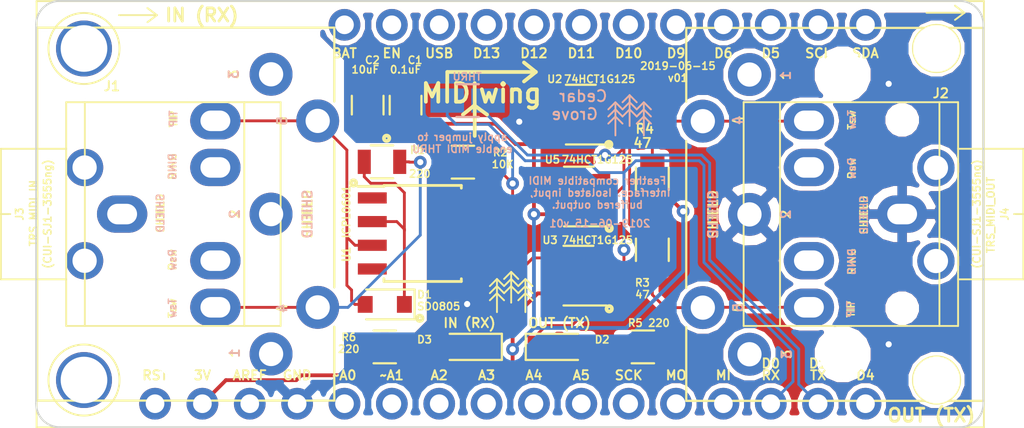
<source format=kicad_pcb>
(kicad_pcb (version 20171130) (host pcbnew "(5.0.0-rc2-dev-444-g2974a2c10)")

  (general
    (thickness 1.6002)
    (drawings 80)
    (tracks 188)
    (zones 0)
    (modules 21)
    (nets 49)
  )

  (page USLetter)
  (title_block
    (title "Classic MIDI FeatherWing")
    (date 2019-06-24)
    (rev v01)
    (company "Cedar Grove Studios")
  )

  (layers
    (0 F.Cu signal)
    (31 B.Cu signal)
    (33 F.Adhes user hide)
    (34 B.Paste user hide)
    (35 F.Paste user)
    (36 B.SilkS user)
    (37 F.SilkS user)
    (38 B.Mask user hide)
    (39 F.Mask user hide)
    (40 Dwgs.User user hide)
    (41 Cmts.User user hide)
    (42 Eco1.User user hide)
    (43 Eco2.User user hide)
    (44 Edge.Cuts user)
    (45 Margin user hide)
    (46 B.CrtYd user hide)
    (47 F.CrtYd user)
    (48 B.Fab user hide)
    (49 F.Fab user hide)
  )

  (setup
    (last_trace_width 0.1524)
    (trace_clearance 0.1524)
    (zone_clearance 0.254)
    (zone_45_only no)
    (trace_min 0.1524)
    (segment_width 0.1)
    (edge_width 0.1)
    (via_size 0.6858)
    (via_drill 0.3302)
    (via_min_size 0.6858)
    (via_min_drill 0.3302)
    (uvia_size 0.6858)
    (uvia_drill 0.3302)
    (uvias_allowed no)
    (uvia_min_size 0.6858)
    (uvia_min_drill 0.3302)
    (pcb_text_width 0.3)
    (pcb_text_size 1.5 1.5)
    (mod_edge_width 0.15)
    (mod_text_size 1 1)
    (mod_text_width 0.15)
    (pad_size 0.4 0.6)
    (pad_drill 0)
    (pad_to_mask_clearance 0.0508)
    (pad_to_paste_clearance -0.025)
    (aux_axis_origin 0 0)
    (visible_elements 7FFFFFFF)
    (pcbplotparams
      (layerselection 0x010f8_ffffffff)
      (usegerberextensions true)
      (usegerberattributes false)
      (usegerberadvancedattributes false)
      (creategerberjobfile false)
      (excludeedgelayer true)
      (linewidth 2.000000)
      (plotframeref false)
      (viasonmask false)
      (mode 1)
      (useauxorigin false)
      (hpglpennumber 1)
      (hpglpenspeed 20)
      (hpglpendiameter 100)
      (psnegative false)
      (psa4output false)
      (plotreference true)
      (plotvalue true)
      (plotinvisibletext false)
      (padsonsilk false)
      (subtractmaskfromsilk false)
      (outputformat 1)
      (mirror false)
      (drillshape 0)
      (scaleselection 1)
      (outputdirectory "Classic MIDI FeatherWing-gerbers/"))
  )

  (net 0 "")
  (net 1 "Net-(D1-Pad1)")
  (net 2 GND)
  (net 3 +3V3)
  (net 4 "Net-(D1-Pad2)")
  (net 5 "Net-(R3-Pad2)")
  (net 6 /Rx)
  (net 7 "Net-(D2-Pad2)")
  (net 8 "Net-(D2-Pad1)")
  (net 9 "Net-(D3-Pad1)")
  (net 10 "Net-(D3-Pad2)")
  (net 11 "Net-(U4-Pad1)")
  (net 12 "Net-(U4-Pad9)")
  (net 13 "Net-(U4-Pad8)")
  (net 14 "Net-(U4-Pad7)")
  (net 15 "Net-(U4-Pad5)")
  (net 16 /Tx)
  (net 17 "Net-(J1-Pad3)")
  (net 18 "Net-(J1-Pad4)")
  (net 19 "Net-(J2-Pad4)")
  (net 20 "Net-(J2-Pad3)")
  (net 21 "Net-(J2-Pad5)")
  (net 22 "Net-(U4-Pad3)")
  (net 23 "Net-(U4-Pad6)")
  (net 24 "Net-(U4-Pad10)")
  (net 25 "Net-(U4-Pad11)")
  (net 26 "Net-(U4-Pad12)")
  (net 27 "Net-(U4-Pad13)")
  (net 28 "Net-(U4-Pad16)")
  (net 29 "Net-(U4-Pad18)")
  (net 30 "Net-(U4-Pad19)")
  (net 31 "Net-(U4-Pad20)")
  (net 32 "Net-(U4-Pad21)")
  (net 33 "Net-(U4-Pad22)")
  (net 34 "Net-(U4-Pad23)")
  (net 35 "Net-(U4-Pad24)")
  (net 36 "Net-(U4-Pad25)")
  (net 37 "Net-(U4-Pad26)")
  (net 38 "Net-(U4-Pad27)")
  (net 39 "Net-(U4-Pad28)")
  (net 40 "Net-(J1-Pad1)")
  (net 41 "Net-(J2-Pad1)")
  (net 42 "Net-(J3-Pad4)")
  (net 43 "Net-(J3-Pad3)")
  (net 44 "Net-(J4-Pad3)")
  (net 45 "Net-(J4-Pad4)")
  (net 46 "Net-(J1-Pad2)")
  (net 47 "Net-(J3-Pad1)")
  (net 48 "Net-(U4-Pad17)")

  (net_class Default "This is the default net class."
    (clearance 0.1524)
    (trace_width 0.1524)
    (via_dia 0.6858)
    (via_drill 0.3302)
    (uvia_dia 0.6858)
    (uvia_drill 0.3302)
    (diff_pair_gap 0.1524)
    (diff_pair_width 0.1524)
    (add_net /Rx)
    (add_net /Tx)
    (add_net "Net-(D1-Pad1)")
    (add_net "Net-(D1-Pad2)")
    (add_net "Net-(D2-Pad1)")
    (add_net "Net-(D2-Pad2)")
    (add_net "Net-(D3-Pad1)")
    (add_net "Net-(D3-Pad2)")
    (add_net "Net-(J1-Pad1)")
    (add_net "Net-(J1-Pad2)")
    (add_net "Net-(J1-Pad3)")
    (add_net "Net-(J1-Pad4)")
    (add_net "Net-(J2-Pad1)")
    (add_net "Net-(J2-Pad3)")
    (add_net "Net-(J2-Pad4)")
    (add_net "Net-(J2-Pad5)")
    (add_net "Net-(J3-Pad1)")
    (add_net "Net-(J3-Pad3)")
    (add_net "Net-(J3-Pad4)")
    (add_net "Net-(J4-Pad3)")
    (add_net "Net-(J4-Pad4)")
    (add_net "Net-(R3-Pad2)")
    (add_net "Net-(U4-Pad1)")
    (add_net "Net-(U4-Pad10)")
    (add_net "Net-(U4-Pad11)")
    (add_net "Net-(U4-Pad12)")
    (add_net "Net-(U4-Pad13)")
    (add_net "Net-(U4-Pad16)")
    (add_net "Net-(U4-Pad17)")
    (add_net "Net-(U4-Pad18)")
    (add_net "Net-(U4-Pad19)")
    (add_net "Net-(U4-Pad20)")
    (add_net "Net-(U4-Pad21)")
    (add_net "Net-(U4-Pad22)")
    (add_net "Net-(U4-Pad23)")
    (add_net "Net-(U4-Pad24)")
    (add_net "Net-(U4-Pad25)")
    (add_net "Net-(U4-Pad26)")
    (add_net "Net-(U4-Pad27)")
    (add_net "Net-(U4-Pad28)")
    (add_net "Net-(U4-Pad3)")
    (add_net "Net-(U4-Pad5)")
    (add_net "Net-(U4-Pad6)")
    (add_net "Net-(U4-Pad7)")
    (add_net "Net-(U4-Pad8)")
    (add_net "Net-(U4-Pad9)")
  )

  (net_class Power ""
    (clearance 0.1524)
    (trace_width 0.2032)
    (via_dia 0.6858)
    (via_drill 0.3302)
    (uvia_dia 0.6858)
    (uvia_drill 0.3302)
    (diff_pair_gap 0.1524)
    (diff_pair_width 0.1524)
    (add_net +3V3)
    (add_net GND)
  )

  (module Connectors:STX-3120-5_3.5mm (layer F.Cu) (tedit 5D521DC5) (tstamp 5D02E33A)
    (at 132.842 106.68 90)
    (path /5D03A7B0)
    (fp_text reference J3 (at 0 -8 90) (layer F.SilkS)
      (effects (font (size 0.4 0.4) (thickness 0.08)))
    )
    (fp_text value TRS_MIDI_IN (at 0.05 -7.25 90) (layer F.SilkS)
      (effects (font (size 0.4 0.4) (thickness 0.08)))
    )
    (fp_line (start -6 -5.5) (end 6 -5.5) (layer F.SilkS) (width 0.1))
    (fp_line (start 6 -5.5) (end 6 6) (layer F.SilkS) (width 0.1))
    (fp_line (start 6 6) (end -6 6) (layer F.SilkS) (width 0.1))
    (fp_line (start 6.5 -5.05) (end 6.5 4.5) (layer F.CrtYd) (width 0.1))
    (fp_line (start -6.5 -5.05) (end 6.5 -5.05) (layer F.CrtYd) (width 0.1))
    (fp_line (start -6.5 4.5) (end 6.5 4.5) (layer F.CrtYd) (width 0.1))
    (fp_line (start -3.5 -9) (end -3.5 -5.5) (layer F.SilkS) (width 0.1))
    (fp_line (start -3.5 -9) (end 3.5 -9) (layer F.SilkS) (width 0.1))
    (fp_line (start -6 -4.5) (end 6 -4.5) (layer F.SilkS) (width 0.1))
    (fp_text user SHIELD (at 0.05 -0.45 90) (layer F.SilkS)
      (effects (font (size 0.4 0.4) (thickness 0.08)))
    )
    (fp_text user TIP (at 5.1 0.25 90) (layer F.SilkS)
      (effects (font (size 0.4 0.4) (thickness 0.08)))
    )
    (fp_text user RING (at 2.55 0.2 90) (layer F.SilkS)
      (effects (font (size 0.4 0.4) (thickness 0.08)))
    )
    (fp_text user Rsw (at -2.45 0.2 90) (layer F.SilkS)
      (effects (font (size 0.4 0.4) (thickness 0.08)))
    )
    (fp_text user Tsw (at -5.05 0.2 90) (layer F.SilkS)
      (effects (font (size 0.4 0.4) (thickness 0.08)))
    )
    (fp_text user "(CUI-SJ1-3555ng)" (at 0 -6.5 90) (layer F.SilkS)
      (effects (font (size 0.4 0.4) (thickness 0.08)))
    )
    (fp_line (start 0 -8.5) (end 0 -9) (layer F.SilkS) (width 0.1))
    (fp_line (start 6 4.05) (end -6 4.05) (layer F.SilkS) (width 0.1))
    (fp_line (start 3.5 -9) (end 3.5 -5.5) (layer F.SilkS) (width 0.1))
    (fp_line (start -6.5 -5.05) (end -6.5 4.5) (layer F.CrtYd) (width 0.1))
    (fp_line (start -6 -5.5) (end -6 6) (layer F.SilkS) (width 0.1))
    (fp_text user SHIELD (at 0.05 -0.45 90) (layer B.SilkS)
      (effects (font (size 0.4 0.4) (thickness 0.08)) (justify mirror))
    )
    (fp_text user Tsw (at -5.05 0.2 90) (layer B.SilkS)
      (effects (font (size 0.4 0.4) (thickness 0.08)) (justify mirror))
    )
    (fp_text user Rsw (at -2.45 0.2 90) (layer B.SilkS)
      (effects (font (size 0.4 0.4) (thickness 0.08)) (justify mirror))
    )
    (fp_text user RING (at 2.55 0.2 90) (layer B.SilkS)
      (effects (font (size 0.4 0.4) (thickness 0.08)) (justify mirror))
    )
    (fp_text user TIP (at 5.1 0.25 90) (layer B.SilkS)
      (effects (font (size 0.4 0.4) (thickness 0.08)) (justify mirror))
    )
    (pad 5 thru_hole oval (at -5 2.5 90) (size 2 2.7) (drill oval 1.1 1.6) (layers *.Cu *.Mask)
      (net 18 "Net-(J1-Pad4)"))
    (pad 4 thru_hole oval (at -2.5 2.5 90) (size 2 2.7) (drill oval 1.1 1.6) (layers *.Cu *.Mask)
      (net 42 "Net-(J3-Pad4)"))
    (pad 1 thru_hole oval (at 0 -2.5 90) (size 2 2.7) (drill oval 1.1 1.6) (layers *.Cu *.Mask)
      (net 47 "Net-(J3-Pad1)"))
    (pad 3 thru_hole oval (at 2.5 2.5 90) (size 2 2.7) (drill oval 1.1 1.6) (layers *.Cu *.Mask)
      (net 43 "Net-(J3-Pad3)"))
    (pad 2 thru_hole oval (at 5 2.5 90) (size 2 2.7) (drill oval 1.1 1.6) (layers *.Cu *.Mask)
      (net 4 "Net-(D1-Pad2)"))
    (pad "" np_thru_hole circle (at 5.05 -2.5 90) (size 1.3 1.3) (drill 1.3) (layers *.Cu *.Mask))
    (pad "" np_thru_hole circle (at -5.05 -2.5 90) (size 1.3 1.3) (drill 1.3) (layers *.Cu *.Mask))
  )

  (module Connectors:STX-3120-5_3.5mm (layer F.Cu) (tedit 5D521DC5) (tstamp 5D02E35E)
    (at 169.672 106.68 270)
    (path /5D029EBD)
    (fp_text reference J4 (at 0 -8 270) (layer F.SilkS)
      (effects (font (size 0.4 0.4) (thickness 0.08)))
    )
    (fp_text value TRS_MIDI_OUT (at 0.05 -7.25 270) (layer F.SilkS)
      (effects (font (size 0.4 0.4) (thickness 0.08)))
    )
    (fp_line (start -6 -5.5) (end 6 -5.5) (layer F.SilkS) (width 0.1))
    (fp_line (start 6 -5.5) (end 6 6) (layer F.SilkS) (width 0.1))
    (fp_line (start 6 6) (end -6 6) (layer F.SilkS) (width 0.1))
    (fp_line (start 6.5 -5.05) (end 6.5 4.5) (layer F.CrtYd) (width 0.1))
    (fp_line (start -6.5 -5.05) (end 6.5 -5.05) (layer F.CrtYd) (width 0.1))
    (fp_line (start -6.5 4.5) (end 6.5 4.5) (layer F.CrtYd) (width 0.1))
    (fp_line (start -3.5 -9) (end -3.5 -5.5) (layer F.SilkS) (width 0.1))
    (fp_line (start -3.5 -9) (end 3.5 -9) (layer F.SilkS) (width 0.1))
    (fp_line (start -6 -4.5) (end 6 -4.5) (layer F.SilkS) (width 0.1))
    (fp_text user SHIELD (at 0.05 -0.45 270) (layer F.SilkS)
      (effects (font (size 0.4 0.4) (thickness 0.08)))
    )
    (fp_text user TIP (at 5.1 0.25 270) (layer F.SilkS)
      (effects (font (size 0.4 0.4) (thickness 0.08)))
    )
    (fp_text user RING (at 2.55 0.2 270) (layer F.SilkS)
      (effects (font (size 0.4 0.4) (thickness 0.08)))
    )
    (fp_text user Rsw (at -2.45 0.2 270) (layer F.SilkS)
      (effects (font (size 0.4 0.4) (thickness 0.08)))
    )
    (fp_text user Tsw (at -5.05 0.2 270) (layer F.SilkS)
      (effects (font (size 0.4 0.4) (thickness 0.08)))
    )
    (fp_text user "(CUI-SJ1-3555ng)" (at 0 -6.5 270) (layer F.SilkS)
      (effects (font (size 0.4 0.4) (thickness 0.08)))
    )
    (fp_line (start 0 -8.5) (end 0 -9) (layer F.SilkS) (width 0.1))
    (fp_line (start 6 4.05) (end -6 4.05) (layer F.SilkS) (width 0.1))
    (fp_line (start 3.5 -9) (end 3.5 -5.5) (layer F.SilkS) (width 0.1))
    (fp_line (start -6.5 -5.05) (end -6.5 4.5) (layer F.CrtYd) (width 0.1))
    (fp_line (start -6 -5.5) (end -6 6) (layer F.SilkS) (width 0.1))
    (fp_text user SHIELD (at 0.05 -0.45 270) (layer B.SilkS)
      (effects (font (size 0.4 0.4) (thickness 0.08)) (justify mirror))
    )
    (fp_text user Tsw (at -5.05 0.2 270) (layer B.SilkS)
      (effects (font (size 0.4 0.4) (thickness 0.08)) (justify mirror))
    )
    (fp_text user Rsw (at -2.45 0.2 270) (layer B.SilkS)
      (effects (font (size 0.4 0.4) (thickness 0.08)) (justify mirror))
    )
    (fp_text user RING (at 2.55 0.2 270) (layer B.SilkS)
      (effects (font (size 0.4 0.4) (thickness 0.08)) (justify mirror))
    )
    (fp_text user TIP (at 5.1 0.25 270) (layer B.SilkS)
      (effects (font (size 0.4 0.4) (thickness 0.08)) (justify mirror))
    )
    (pad 5 thru_hole oval (at -5 2.5 270) (size 2 2.7) (drill oval 1.1 1.6) (layers *.Cu *.Mask)
      (net 19 "Net-(J2-Pad4)"))
    (pad 4 thru_hole oval (at -2.5 2.5 270) (size 2 2.7) (drill oval 1.1 1.6) (layers *.Cu *.Mask)
      (net 45 "Net-(J4-Pad4)"))
    (pad 1 thru_hole oval (at 0 -2.5 270) (size 2 2.7) (drill oval 1.1 1.6) (layers *.Cu *.Mask)
      (net 2 GND))
    (pad 3 thru_hole oval (at 2.5 2.5 270) (size 2 2.7) (drill oval 1.1 1.6) (layers *.Cu *.Mask)
      (net 44 "Net-(J4-Pad3)"))
    (pad 2 thru_hole oval (at 5 2.5 270) (size 2 2.7) (drill oval 1.1 1.6) (layers *.Cu *.Mask)
      (net 21 "Net-(J2-Pad5)"))
    (pad "" np_thru_hole circle (at 5.05 -2.5 270) (size 1.3 1.3) (drill 1.3) (layers *.Cu *.Mask))
    (pad "" np_thru_hole circle (at -5.05 -2.5 270) (size 1.3 1.3) (drill 1.3) (layers *.Cu *.Mask))
  )

  (module Connectors:CUI_SDS-50J (layer F.Cu) (tedit 5D01E36E) (tstamp 5D09E6A2)
    (at 163.983253 99.197642 270)
    (descr "SDS-50J, standard DIN connector, 5 pins, midi")
    (tags "SDS-50J DIN 5-pins connector midi")
    (path /5AECFECC)
    (fp_text reference J2 (at 1.005358 -10.260747) (layer F.SilkS)
      (effects (font (size 0.5 0.5) (thickness 0.1)))
    )
    (fp_text value MIDI_OUT (at 7.49 -4.27 90) (layer F.Fab)
      (effects (font (size 1 1) (thickness 0.15)))
    )
    (fp_text user 3 (at 15 -2 270) (layer B.SilkS)
      (effects (font (size 0.5 0.5) (thickness 0.1)) (justify mirror))
    )
    (fp_text user 5 (at 12.5 0.6 270) (layer B.SilkS)
      (effects (font (size 0.5 0.5) (thickness 0.1)) (justify mirror))
    )
    (fp_text user SHIELD (at 7.5 1.95 270) (layer B.SilkS)
      (effects (font (size 0.5 0.5) (thickness 0.1)) (justify mirror))
    )
    (fp_text user 2 (at 7.5 -1.95 270) (layer B.SilkS)
      (effects (font (size 0.5 0.5) (thickness 0.1)) (justify mirror))
    )
    (fp_text user 4 (at 2.45 0.6 270) (layer B.SilkS)
      (effects (font (size 0.5 0.5) (thickness 0.1)) (justify mirror))
    )
    (fp_text user 1 (at 0.05 -1.95 270) (layer B.SilkS)
      (effects (font (size 0.5 0.5) (thickness 0.1)) (justify mirror))
    )
    (fp_text user 3 (at 15 -2 270) (layer F.SilkS)
      (effects (font (size 0.5 0.5) (thickness 0.1)))
    )
    (fp_text user 5 (at 12.5 0.6 270) (layer F.SilkS)
      (effects (font (size 0.5 0.5) (thickness 0.1)))
    )
    (fp_text user 2 (at 7.5 -1.95 270) (layer F.SilkS)
      (effects (font (size 0.5 0.5) (thickness 0.1)))
    )
    (fp_text user 4 (at 2.45 0.6 270) (layer F.SilkS)
      (effects (font (size 0.5 0.5) (thickness 0.1)))
    )
    (fp_text user 1 (at 0.05 -1.95 270) (layer F.SilkS)
      (effects (font (size 0.5 0.5) (thickness 0.1)))
    )
    (fp_text user SHIELD (at 7.5 1.95 270) (layer F.SilkS)
      (effects (font (size 0.5 0.5) (thickness 0.1)))
    )
    (fp_line (start 17.5 3.39) (end 13.54 3.39) (layer F.SilkS) (width 0.12))
    (fp_line (start 17.5 3.39) (end 17.5 -12.54) (layer F.SilkS) (width 0.12))
    (fp_line (start 17.5 -12.54) (end -2.5 -12.54) (layer F.SilkS) (width 0.12))
    (fp_line (start -2.5 3.39) (end -2.5 -12.54) (layer F.SilkS) (width 0.12))
    (fp_line (start 11.44 3.39) (end 3.57 3.39) (layer F.SilkS) (width 0.12))
    (fp_line (start 1.46 3.39) (end -2.5 3.39) (layer F.SilkS) (width 0.12))
    (fp_line (start 17.75 3.9) (end -2.75 3.9) (layer F.CrtYd) (width 0.05))
    (fp_line (start -2.75 -12.8) (end -2.75 3.9) (layer F.CrtYd) (width 0.05))
    (fp_line (start 17.75 -12.8) (end -2.75 -12.8) (layer F.CrtYd) (width 0.05))
    (fp_line (start 17.75 3.9) (end 17.75 -12.8) (layer F.CrtYd) (width 0.05))
    (pad "" np_thru_hole circle (at 0 -5 270) (size 2.5 2.5) (drill 2.5) (layers *.Cu *.Mask))
    (pad "" np_thru_hole circle (at 15 -5 270) (size 2.5 2.5) (drill 2.5) (layers *.Cu *.Mask))
    (pad "" thru_hole circle (at 10 -10 270) (size 2 2) (drill 1.3) (layers *.Cu *.Mask))
    (pad 4 thru_hole circle (at 2.5 2.5 270) (size 2.3 2.3) (drill 1.3) (layers *.Cu *.Mask)
      (net 19 "Net-(J2-Pad4)"))
    (pad 1 thru_hole circle (at 0 0 270) (size 2.3 2.3) (drill 1.3) (layers *.Cu *.Mask)
      (net 41 "Net-(J2-Pad1)"))
    (pad 2 thru_hole circle (at 7.5 0 270) (size 2.3 2.3) (drill 1.3) (layers *.Cu *.Mask)
      (net 2 GND))
    (pad 3 thru_hole circle (at 15 0 270) (size 2.3 2.3) (drill 1.3) (layers *.Cu *.Mask)
      (net 20 "Net-(J2-Pad3)"))
    (pad "" thru_hole circle (at 5 -10 270) (size 2 2) (drill 1.3) (layers *.Cu *.Mask))
    (pad 5 thru_hole circle (at 12.5 2.5 270) (size 2.3 2.3) (drill 1.3) (layers *.Cu *.Mask)
      (net 21 "Net-(J2-Pad5)"))
    (model "C:/Program Files/KiCad/share/kicad/packages3d/Connectors.3dshapes/CUI_SDS-50J.step"
      (offset (xyz 7.5 12.75 0))
      (scale (xyz 1 1 1))
      (rotate (xyz -90 0 180))
    )
  )

  (module Connectors:CUI_SDS-50J (layer F.Cu) (tedit 5D01E36E) (tstamp 5D09E68E)
    (at 138.329253 114.183642 90)
    (descr "SDS-50J, standard DIN connector, 5 pins, midi")
    (tags "SDS-50J DIN 5-pins connector midi")
    (path /5AECFFA4)
    (fp_text reference J1 (at 14.361642 -8.535253 180) (layer F.SilkS)
      (effects (font (size 0.5 0.5) (thickness 0.1)))
    )
    (fp_text value MIDI_IN (at 7.49 -4.27 270) (layer F.Fab)
      (effects (font (size 1 1) (thickness 0.15)))
    )
    (fp_text user 3 (at 15 -2 90) (layer B.SilkS)
      (effects (font (size 0.5 0.5) (thickness 0.1)) (justify mirror))
    )
    (fp_text user 5 (at 12.5 0.6 90) (layer B.SilkS)
      (effects (font (size 0.5 0.5) (thickness 0.1)) (justify mirror))
    )
    (fp_text user SHIELD (at 7.5 1.95 90) (layer B.SilkS)
      (effects (font (size 0.5 0.5) (thickness 0.1)) (justify mirror))
    )
    (fp_text user 2 (at 7.5 -1.95 90) (layer B.SilkS)
      (effects (font (size 0.5 0.5) (thickness 0.1)) (justify mirror))
    )
    (fp_text user 4 (at 2.45 0.6 90) (layer B.SilkS)
      (effects (font (size 0.5 0.5) (thickness 0.1)) (justify mirror))
    )
    (fp_text user 1 (at 0.05 -1.95 90) (layer B.SilkS)
      (effects (font (size 0.5 0.5) (thickness 0.1)) (justify mirror))
    )
    (fp_text user 3 (at 15 -2 90) (layer F.SilkS)
      (effects (font (size 0.5 0.5) (thickness 0.1)))
    )
    (fp_text user 5 (at 12.5 0.6 90) (layer F.SilkS)
      (effects (font (size 0.5 0.5) (thickness 0.1)))
    )
    (fp_text user 2 (at 7.5 -1.95 90) (layer F.SilkS)
      (effects (font (size 0.5 0.5) (thickness 0.1)))
    )
    (fp_text user 4 (at 2.45 0.6 90) (layer F.SilkS)
      (effects (font (size 0.5 0.5) (thickness 0.1)))
    )
    (fp_text user 1 (at 0.05 -1.95 90) (layer F.SilkS)
      (effects (font (size 0.5 0.5) (thickness 0.1)))
    )
    (fp_text user SHIELD (at 7.5 1.95 90) (layer F.SilkS)
      (effects (font (size 0.5 0.5) (thickness 0.1)))
    )
    (fp_line (start 17.5 3.39) (end 13.54 3.39) (layer F.SilkS) (width 0.12))
    (fp_line (start 17.5 3.39) (end 17.5 -12.54) (layer F.SilkS) (width 0.12))
    (fp_line (start 17.5 -12.54) (end -2.5 -12.54) (layer F.SilkS) (width 0.12))
    (fp_line (start -2.5 3.39) (end -2.5 -12.54) (layer F.SilkS) (width 0.12))
    (fp_line (start 11.44 3.39) (end 3.57 3.39) (layer F.SilkS) (width 0.12))
    (fp_line (start 1.46 3.39) (end -2.5 3.39) (layer F.SilkS) (width 0.12))
    (fp_line (start 17.75 3.9) (end -2.75 3.9) (layer F.CrtYd) (width 0.05))
    (fp_line (start -2.75 -12.8) (end -2.75 3.9) (layer F.CrtYd) (width 0.05))
    (fp_line (start 17.75 -12.8) (end -2.75 -12.8) (layer F.CrtYd) (width 0.05))
    (fp_line (start 17.75 3.9) (end 17.75 -12.8) (layer F.CrtYd) (width 0.05))
    (pad "" np_thru_hole circle (at 0 -5 90) (size 2.5 2.5) (drill 2.5) (layers *.Cu *.Mask))
    (pad "" np_thru_hole circle (at 15 -5 90) (size 2.5 2.5) (drill 2.5) (layers *.Cu *.Mask))
    (pad "" thru_hole circle (at 10 -10 90) (size 2 2) (drill 1.3) (layers *.Cu *.Mask))
    (pad 4 thru_hole circle (at 2.5 2.5 90) (size 2.3 2.3) (drill 1.3) (layers *.Cu *.Mask)
      (net 18 "Net-(J1-Pad4)"))
    (pad 1 thru_hole circle (at 0 0 90) (size 2.3 2.3) (drill 1.3) (layers *.Cu *.Mask)
      (net 40 "Net-(J1-Pad1)"))
    (pad 2 thru_hole circle (at 7.5 0 90) (size 2.3 2.3) (drill 1.3) (layers *.Cu *.Mask)
      (net 46 "Net-(J1-Pad2)"))
    (pad 3 thru_hole circle (at 15 0 90) (size 2.3 2.3) (drill 1.3) (layers *.Cu *.Mask)
      (net 17 "Net-(J1-Pad3)"))
    (pad "" thru_hole circle (at 5 -10 90) (size 2 2) (drill 1.3) (layers *.Cu *.Mask))
    (pad 5 thru_hole circle (at 12.5 2.5 90) (size 2.3 2.3) (drill 1.3) (layers *.Cu *.Mask)
      (net 4 "Net-(D1-Pad2)"))
    (model ${KISYS3DMOD}/Connectors.3dshapes/SDS-50J.wrl
      (offset (xyz 7.365999889373779 12.44599981307983 0))
      (scale (xyz 0.39 0.39 0.39))
      (rotate (xyz -90 0 180))
    )
    (model "C:/Program Files/KiCad/share/kicad/packages3d/Connectors.3dshapes/CUI_SDS-50J.step"
      (offset (xyz 7.5 12.75 20))
      (scale (xyz 1 1 1))
      (rotate (xyz -90 0 180))
    )
  )

  (module Diodes_SMD:D_0805 (layer F.Cu) (tedit 5D521CF2) (tstamp 5B139BDC)
    (at 144.427253 111.524643 180)
    (descr "Diode SMD in 0805 package http://datasheets.avx.com/schottky.pdf")
    (tags "smd diode")
    (path /58B4D115)
    (attr smd)
    (fp_text reference D1 (at -2.130747 0.526643 180) (layer F.SilkS)
      (effects (font (size 0.4 0.4) (thickness 0.08)))
    )
    (fp_text value SD0805 (at -2.892747 -0.108357 180) (layer F.SilkS)
      (effects (font (size 0.4 0.4) (thickness 0.08)))
    )
    (fp_text user %R (at 0 -1.6 180) (layer F.Fab)
      (effects (font (size 1 1) (thickness 0.15)))
    )
    (fp_line (start -1.6 -0.8) (end -1.6 0.8) (layer F.SilkS) (width 0.12))
    (fp_line (start -1.7 0.88) (end -1.7 -0.88) (layer F.CrtYd) (width 0.05))
    (fp_line (start 1.7 0.88) (end -1.7 0.88) (layer F.CrtYd) (width 0.05))
    (fp_line (start 1.7 -0.88) (end 1.7 0.88) (layer F.CrtYd) (width 0.05))
    (fp_line (start -1.7 -0.88) (end 1.7 -0.88) (layer F.CrtYd) (width 0.05))
    (fp_line (start 0.2 0) (end 0.4 0) (layer F.Fab) (width 0.1))
    (fp_line (start -0.1 0) (end -0.3 0) (layer F.Fab) (width 0.1))
    (fp_line (start -0.1 -0.2) (end -0.1 0.2) (layer F.Fab) (width 0.1))
    (fp_line (start 0.2 0.2) (end 0.2 -0.2) (layer F.Fab) (width 0.1))
    (fp_line (start -0.1 0) (end 0.2 0.2) (layer F.Fab) (width 0.1))
    (fp_line (start 0.2 -0.2) (end -0.1 0) (layer F.Fab) (width 0.1))
    (fp_line (start -1 0.65) (end -1 -0.65) (layer F.Fab) (width 0.1))
    (fp_line (start 1 0.65) (end -1 0.65) (layer F.Fab) (width 0.1))
    (fp_line (start 1 -0.65) (end 1 0.65) (layer F.Fab) (width 0.1))
    (fp_line (start -1 -0.65) (end 1 -0.65) (layer F.Fab) (width 0.1))
    (fp_line (start -1.6 0.8) (end 1 0.8) (layer F.SilkS) (width 0.12))
    (fp_line (start -1.6 -0.8) (end 1 -0.8) (layer F.SilkS) (width 0.12))
    (pad 1 smd rect (at -1.05 0 180) (size 0.8 0.9) (layers F.Cu F.Paste F.Mask)
      (net 1 "Net-(D1-Pad1)"))
    (pad 2 smd rect (at 1.05 0 180) (size 0.8 0.9) (layers F.Cu F.Paste F.Mask)
      (net 4 "Net-(D1-Pad2)"))
    (model ${KISYS3DMOD}/Diodes_SMD.3dshapes/D_0805.wrl
      (at (xyz 0 0 0))
      (scale (xyz 1 1 1))
      (rotate (xyz 0 0 0))
    )
    (model "C:/Program Files/KiCad/share/kicad/packages3d/Diodes_SMD.3dshapes/D_SMA_Standard.wrl"
      (at (xyz 0 0 0))
      (scale (xyz 0.18 0.18 0.18))
      (rotate (xyz 0 0 180))
    )
  )

  (module LEDs:LED_0805 (layer F.Cu) (tedit 5D019F5E) (tstamp 5B139C08)
    (at 148.906253 113.802642 180)
    (descr "LED 0805 smd package")
    (tags "LED led 0805 SMD smd SMT smt smdled SMDLED smtled SMTLED")
    (path /5AFA52A0)
    (attr smd)
    (fp_text reference D3 (at 2.348253 0.391642 180) (layer F.SilkS)
      (effects (font (size 0.4 0.4) (thickness 0.08)))
    )
    (fp_text value LED (at 0 1.55 180) (layer F.Fab)
      (effects (font (size 1 1) (thickness 0.15)))
    )
    (fp_line (start -1.8 -0.7) (end -1.8 0.7) (layer F.SilkS) (width 0.12))
    (fp_line (start -0.4 -0.4) (end -0.4 0.4) (layer F.Fab) (width 0.1))
    (fp_line (start -0.4 0) (end 0.2 -0.4) (layer F.Fab) (width 0.1))
    (fp_line (start 0.2 0.4) (end -0.4 0) (layer F.Fab) (width 0.1))
    (fp_line (start 0.2 -0.4) (end 0.2 0.4) (layer F.Fab) (width 0.1))
    (fp_line (start 1 0.6) (end -1 0.6) (layer F.Fab) (width 0.1))
    (fp_line (start 1 -0.6) (end 1 0.6) (layer F.Fab) (width 0.1))
    (fp_line (start -1 -0.6) (end 1 -0.6) (layer F.Fab) (width 0.1))
    (fp_line (start -1 0.6) (end -1 -0.6) (layer F.Fab) (width 0.1))
    (fp_line (start -1.8 0.7) (end 1 0.7) (layer F.SilkS) (width 0.12))
    (fp_line (start -1.8 -0.7) (end 1 -0.7) (layer F.SilkS) (width 0.12))
    (fp_line (start 1.95 -0.85) (end 1.95 0.85) (layer F.CrtYd) (width 0.05))
    (fp_line (start 1.95 0.85) (end -1.95 0.85) (layer F.CrtYd) (width 0.05))
    (fp_line (start -1.95 0.85) (end -1.95 -0.85) (layer F.CrtYd) (width 0.05))
    (fp_line (start -1.95 -0.85) (end 1.95 -0.85) (layer F.CrtYd) (width 0.05))
    (fp_text user %R (at 0 -1.25 180) (layer F.Fab)
      (effects (font (size 0.4 0.4) (thickness 0.1)))
    )
    (pad 2 smd rect (at 1.1 0) (size 1.2 1.2) (layers F.Cu F.Paste F.Mask)
      (net 10 "Net-(D3-Pad2)"))
    (pad 1 smd rect (at -1.1 0) (size 1.2 1.2) (layers F.Cu F.Paste F.Mask)
      (net 9 "Net-(D3-Pad1)"))
    (model ${KISYS3DMOD}/LEDs.3dshapes/LED_0805.wrl
      (at (xyz 0 0 0))
      (scale (xyz 1 1 1))
      (rotate (xyz 0 0 180))
    )
    (model "C:/Program Files/KiCad/share/kicad/packages3d/LEDs.3dshapes/LED_0805.wrl"
      (offset (xyz -0.2 0 0))
      (scale (xyz 1.2 1 1))
      (rotate (xyz 0 0 0))
    )
  )

  (module LEDs:LED_0805 (layer F.Cu) (tedit 5D019F52) (tstamp 5B139BF4)
    (at 153.787253 113.802642)
    (descr "LED 0805 smd package")
    (tags "LED led 0805 SMD smd SMT smt smdled SMDLED smtled SMTLED")
    (path /5AF9DB67)
    (attr smd)
    (fp_text reference D2 (at 2.295747 -0.391642) (layer F.SilkS)
      (effects (font (size 0.4 0.4) (thickness 0.08)))
    )
    (fp_text value LED (at 0 1.55) (layer F.Fab)
      (effects (font (size 1 1) (thickness 0.15)))
    )
    (fp_line (start -1.8 -0.7) (end -1.8 0.7) (layer F.SilkS) (width 0.12))
    (fp_line (start -0.4 -0.4) (end -0.4 0.4) (layer F.Fab) (width 0.1))
    (fp_line (start -0.4 0) (end 0.2 -0.4) (layer F.Fab) (width 0.1))
    (fp_line (start 0.2 0.4) (end -0.4 0) (layer F.Fab) (width 0.1))
    (fp_line (start 0.2 -0.4) (end 0.2 0.4) (layer F.Fab) (width 0.1))
    (fp_line (start 1 0.6) (end -1 0.6) (layer F.Fab) (width 0.1))
    (fp_line (start 1 -0.6) (end 1 0.6) (layer F.Fab) (width 0.1))
    (fp_line (start -1 -0.6) (end 1 -0.6) (layer F.Fab) (width 0.1))
    (fp_line (start -1 0.6) (end -1 -0.6) (layer F.Fab) (width 0.1))
    (fp_line (start -1.8 0.7) (end 1 0.7) (layer F.SilkS) (width 0.12))
    (fp_line (start -1.8 -0.7) (end 1 -0.7) (layer F.SilkS) (width 0.12))
    (fp_line (start 1.95 -0.85) (end 1.95 0.85) (layer F.CrtYd) (width 0.05))
    (fp_line (start 1.95 0.85) (end -1.95 0.85) (layer F.CrtYd) (width 0.05))
    (fp_line (start -1.95 0.85) (end -1.95 -0.85) (layer F.CrtYd) (width 0.05))
    (fp_line (start -1.95 -0.85) (end 1.95 -0.85) (layer F.CrtYd) (width 0.05))
    (fp_text user %R (at 0 -1.25) (layer F.Fab)
      (effects (font (size 0.4 0.4) (thickness 0.1)))
    )
    (pad 2 smd rect (at 1.1 0 180) (size 1.2 1.2) (layers F.Cu F.Paste F.Mask)
      (net 7 "Net-(D2-Pad2)"))
    (pad 1 smd rect (at -1.1 0 180) (size 1.2 1.2) (layers F.Cu F.Paste F.Mask)
      (net 8 "Net-(D2-Pad1)"))
    (model ${KISYS3DMOD}/LEDs.3dshapes/LED_0805.wrl
      (at (xyz 0 0 0))
      (scale (xyz 1 1 1))
      (rotate (xyz 0 0 180))
    )
    (model "C:/Program Files/KiCad/share/kicad/packages3d/LEDs.3dshapes/LED_0805.wrl"
      (offset (xyz -0.2 0 0))
      (scale (xyz 1.2 1 1))
      (rotate (xyz 0 0 0))
    )
  )

  (module Capacitors_SMD:C_0805 (layer F.Cu) (tedit 5D01A0BA) (tstamp 5B1370F4)
    (at 145.542 100.838 90)
    (descr "Capacitor SMD 0805, reflow soldering, AVX (see smccp.pdf)")
    (tags "capacitor 0805")
    (path /5AF2A83A)
    (attr smd)
    (fp_text reference C1 (at 2.413 0.508 180) (layer F.SilkS)
      (effects (font (size 0.4 0.4) (thickness 0.08)))
    )
    (fp_text value 0.1uF (at 1.905 0 180) (layer F.SilkS)
      (effects (font (size 0.4 0.4) (thickness 0.08)))
    )
    (fp_text user %R (at 0 -1.5 90) (layer F.Fab)
      (effects (font (size 1 1) (thickness 0.15)))
    )
    (fp_line (start -1 0.62) (end -1 -0.62) (layer F.Fab) (width 0.1))
    (fp_line (start 1 0.62) (end -1 0.62) (layer F.Fab) (width 0.1))
    (fp_line (start 1 -0.62) (end 1 0.62) (layer F.Fab) (width 0.1))
    (fp_line (start -1 -0.62) (end 1 -0.62) (layer F.Fab) (width 0.1))
    (fp_line (start 0.5 -0.85) (end -0.5 -0.85) (layer F.SilkS) (width 0.12))
    (fp_line (start -0.5 0.85) (end 0.5 0.85) (layer F.SilkS) (width 0.12))
    (fp_line (start -1.75 -0.88) (end 1.75 -0.88) (layer F.CrtYd) (width 0.05))
    (fp_line (start -1.75 -0.88) (end -1.75 0.87) (layer F.CrtYd) (width 0.05))
    (fp_line (start 1.75 0.87) (end 1.75 -0.88) (layer F.CrtYd) (width 0.05))
    (fp_line (start 1.75 0.87) (end -1.75 0.87) (layer F.CrtYd) (width 0.05))
    (pad 1 smd rect (at -1 0 90) (size 1 1.25) (layers F.Cu F.Paste F.Mask)
      (net 3 +3V3))
    (pad 2 smd rect (at 1 0 90) (size 1 1.25) (layers F.Cu F.Paste F.Mask)
      (net 2 GND))
    (model Capacitors_SMD.3dshapes/C_0805.wrl
      (at (xyz 0 0 0))
      (scale (xyz 1 1 1))
      (rotate (xyz 0 0 0))
    )
    (model "C:/Program Files/KiCad/share/kicad/packages3d/Capacitors_SMD.3dshapes/C_0805.step"
      (at (xyz 0 0 0))
      (scale (xyz 1 1 1))
      (rotate (xyz 0 0 0))
    )
  )

  (module Capacitors_SMD:C_0805 (layer F.Cu) (tedit 5D01A07A) (tstamp 5B137104)
    (at 143.51 100.838 90)
    (descr "Capacitor SMD 0805, reflow soldering, AVX (see smccp.pdf)")
    (tags "capacitor 0805")
    (path /5AF2A944)
    (attr smd)
    (fp_text reference C2 (at 2.413 0.254 180) (layer F.SilkS)
      (effects (font (size 0.4 0.4) (thickness 0.08)))
    )
    (fp_text value 10uF (at 1.905 -0.127 180) (layer F.SilkS)
      (effects (font (size 0.4 0.4) (thickness 0.08)))
    )
    (fp_text user %R (at 0 -1.5 90) (layer F.Fab)
      (effects (font (size 1 1) (thickness 0.15)))
    )
    (fp_line (start -1 0.62) (end -1 -0.62) (layer F.Fab) (width 0.1))
    (fp_line (start 1 0.62) (end -1 0.62) (layer F.Fab) (width 0.1))
    (fp_line (start 1 -0.62) (end 1 0.62) (layer F.Fab) (width 0.1))
    (fp_line (start -1 -0.62) (end 1 -0.62) (layer F.Fab) (width 0.1))
    (fp_line (start 0.5 -0.85) (end -0.5 -0.85) (layer F.SilkS) (width 0.12))
    (fp_line (start -0.5 0.85) (end 0.5 0.85) (layer F.SilkS) (width 0.12))
    (fp_line (start -1.75 -0.88) (end 1.75 -0.88) (layer F.CrtYd) (width 0.05))
    (fp_line (start -1.75 -0.88) (end -1.75 0.87) (layer F.CrtYd) (width 0.05))
    (fp_line (start 1.75 0.87) (end 1.75 -0.88) (layer F.CrtYd) (width 0.05))
    (fp_line (start 1.75 0.87) (end -1.75 0.87) (layer F.CrtYd) (width 0.05))
    (pad 1 smd rect (at -1 0 90) (size 1 1.25) (layers F.Cu F.Paste F.Mask)
      (net 3 +3V3))
    (pad 2 smd rect (at 1 0 90) (size 1 1.25) (layers F.Cu F.Paste F.Mask)
      (net 2 GND))
    (model Capacitors_SMD.3dshapes/C_0805.wrl
      (at (xyz 0 0 0))
      (scale (xyz 1 1 1))
      (rotate (xyz 0 0 0))
    )
    (model "C:/Program Files/KiCad/share/kicad/packages3d/Capacitors_SMD.3dshapes/C_0805.step"
      (at (xyz 0 0 0))
      (scale (xyz 1 1 1))
      (rotate (xyz 0 0 0))
    )
  )

  (module Resistors_SMD:R_0805 (layer F.Cu) (tedit 5D01A0FD) (tstamp 5B137114)
    (at 144.277253 103.878643 180)
    (descr "Resistor SMD 0805, reflow soldering, Vishay (see dcrcw.pdf)")
    (tags "resistor 0805")
    (path /58B4D9C2)
    (attr smd)
    (fp_text reference R1 (at -1.899747 0.627643 180) (layer F.SilkS)
      (effects (font (size 0.4 0.4) (thickness 0.08)))
    )
    (fp_text value 220 (at -2.026747 -0.642357 180) (layer F.SilkS)
      (effects (font (size 0.4 0.4) (thickness 0.08)))
    )
    (fp_text user %R (at 0 0 180) (layer F.Fab)
      (effects (font (size 0.5 0.5) (thickness 0.075)))
    )
    (fp_line (start -1 0.62) (end -1 -0.62) (layer F.Fab) (width 0.1))
    (fp_line (start 1 0.62) (end -1 0.62) (layer F.Fab) (width 0.1))
    (fp_line (start 1 -0.62) (end 1 0.62) (layer F.Fab) (width 0.1))
    (fp_line (start -1 -0.62) (end 1 -0.62) (layer F.Fab) (width 0.1))
    (fp_line (start 0.6 0.88) (end -0.6 0.88) (layer F.SilkS) (width 0.12))
    (fp_line (start -0.6 -0.88) (end 0.6 -0.88) (layer F.SilkS) (width 0.12))
    (fp_line (start -1.55 -0.9) (end 1.55 -0.9) (layer F.CrtYd) (width 0.05))
    (fp_line (start -1.55 -0.9) (end -1.55 0.9) (layer F.CrtYd) (width 0.05))
    (fp_line (start 1.55 0.9) (end 1.55 -0.9) (layer F.CrtYd) (width 0.05))
    (fp_line (start 1.55 0.9) (end -1.55 0.9) (layer F.CrtYd) (width 0.05))
    (pad 1 smd rect (at -0.95 0 180) (size 0.7 1.3) (layers F.Cu F.Paste F.Mask)
      (net 18 "Net-(J1-Pad4)"))
    (pad 2 smd rect (at 0.95 0 180) (size 0.7 1.3) (layers F.Cu F.Paste F.Mask)
      (net 1 "Net-(D1-Pad1)"))
    (model ${KISYS3DMOD}/Resistors_SMD.3dshapes/R_0805.wrl
      (at (xyz 0 0 0))
      (scale (xyz 1 1 1))
      (rotate (xyz 0 0 0))
    )
    (model "C:/Program Files/KiCad/share/kicad/packages3d/Resistors_SMD.3dshapes/R_0805.wrl"
      (at (xyz 0 0 0))
      (scale (xyz 1 1 1))
      (rotate (xyz 0 0 0))
    )
  )

  (module Resistors_SMD:R_0805 (layer F.Cu) (tedit 5D01A04A) (tstamp 5B137124)
    (at 148.616253 103.896642)
    (descr "Resistor SMD 0805, reflow soldering, Vishay (see dcrcw.pdf)")
    (tags "resistor 0805")
    (path /58B4E544)
    (attr smd)
    (fp_text reference R2 (at 2.005747 -0.518642) (layer F.SilkS)
      (effects (font (size 0.4 0.4) (thickness 0.08)))
    )
    (fp_text value 10K (at 2.132747 0.116358) (layer F.SilkS)
      (effects (font (size 0.4 0.4) (thickness 0.08)))
    )
    (fp_text user %R (at 0 0) (layer F.Fab)
      (effects (font (size 0.5 0.5) (thickness 0.075)))
    )
    (fp_line (start -1 0.62) (end -1 -0.62) (layer F.Fab) (width 0.1))
    (fp_line (start 1 0.62) (end -1 0.62) (layer F.Fab) (width 0.1))
    (fp_line (start 1 -0.62) (end 1 0.62) (layer F.Fab) (width 0.1))
    (fp_line (start -1 -0.62) (end 1 -0.62) (layer F.Fab) (width 0.1))
    (fp_line (start 0.6 0.88) (end -0.6 0.88) (layer F.SilkS) (width 0.12))
    (fp_line (start -0.6 -0.88) (end 0.6 -0.88) (layer F.SilkS) (width 0.12))
    (fp_line (start -1.55 -0.9) (end 1.55 -0.9) (layer F.CrtYd) (width 0.05))
    (fp_line (start -1.55 -0.9) (end -1.55 0.9) (layer F.CrtYd) (width 0.05))
    (fp_line (start 1.55 0.9) (end 1.55 -0.9) (layer F.CrtYd) (width 0.05))
    (fp_line (start 1.55 0.9) (end -1.55 0.9) (layer F.CrtYd) (width 0.05))
    (pad 1 smd rect (at -0.95 0) (size 0.7 1.3) (layers F.Cu F.Paste F.Mask)
      (net 3 +3V3))
    (pad 2 smd rect (at 0.95 0) (size 0.7 1.3) (layers F.Cu F.Paste F.Mask)
      (net 6 /Rx))
    (model ${KISYS3DMOD}/Resistors_SMD.3dshapes/R_0805.wrl
      (at (xyz 0 0 0))
      (scale (xyz 1 1 1))
      (rotate (xyz 0 0 0))
    )
    (model "C:/Program Files/KiCad/share/kicad/packages3d/Resistors_SMD.3dshapes/R_0805.wrl"
      (at (xyz 0 0 0))
      (scale (xyz 1 1 1))
      (rotate (xyz 0 0 0))
    )
  )

  (module Resistors_SMD:R_0805 (layer F.Cu) (tedit 5D019F8D) (tstamp 5B137134)
    (at 158.776253 108.595642 90)
    (descr "Resistor SMD 0805, reflow soldering, Vishay (see dcrcw.pdf)")
    (tags "resistor 0805")
    (path /58B503A5)
    (attr smd)
    (fp_text reference R3 (at -1.767358 -0.534253 180) (layer F.SilkS)
      (effects (font (size 0.4 0.4) (thickness 0.08)))
    )
    (fp_text value 47 (at -2.402358 -0.534253 180) (layer F.SilkS)
      (effects (font (size 0.4 0.4) (thickness 0.08)))
    )
    (fp_text user %R (at 0 0 90) (layer F.Fab)
      (effects (font (size 0.5 0.5) (thickness 0.075)))
    )
    (fp_line (start -1 0.62) (end -1 -0.62) (layer F.Fab) (width 0.1))
    (fp_line (start 1 0.62) (end -1 0.62) (layer F.Fab) (width 0.1))
    (fp_line (start 1 -0.62) (end 1 0.62) (layer F.Fab) (width 0.1))
    (fp_line (start -1 -0.62) (end 1 -0.62) (layer F.Fab) (width 0.1))
    (fp_line (start 0.6 0.88) (end -0.6 0.88) (layer F.SilkS) (width 0.12))
    (fp_line (start -0.6 -0.88) (end 0.6 -0.88) (layer F.SilkS) (width 0.12))
    (fp_line (start -1.55 -0.9) (end 1.55 -0.9) (layer F.CrtYd) (width 0.05))
    (fp_line (start -1.55 -0.9) (end -1.55 0.9) (layer F.CrtYd) (width 0.05))
    (fp_line (start 1.55 0.9) (end 1.55 -0.9) (layer F.CrtYd) (width 0.05))
    (fp_line (start 1.55 0.9) (end -1.55 0.9) (layer F.CrtYd) (width 0.05))
    (pad 1 smd rect (at -0.95 0 90) (size 0.7 1.3) (layers F.Cu F.Paste F.Mask)
      (net 21 "Net-(J2-Pad5)"))
    (pad 2 smd rect (at 0.95 0 90) (size 0.7 1.3) (layers F.Cu F.Paste F.Mask)
      (net 5 "Net-(R3-Pad2)"))
    (model ${KISYS3DMOD}/Resistors_SMD.3dshapes/R_0805.wrl
      (at (xyz 0 0 0))
      (scale (xyz 1 1 1))
      (rotate (xyz 0 0 0))
    )
    (model "C:/Program Files/KiCad/share/kicad/packages3d/Resistors_SMD.3dshapes/R_0805.wrl"
      (at (xyz 0 0 0))
      (scale (xyz 1 1 1))
      (rotate (xyz 0 0 0))
    )
  )

  (module Resistors_SMD:R_0805 (layer F.Cu) (tedit 5D019E86) (tstamp 5B137144)
    (at 158.776253 104.785642 90)
    (descr "Resistor SMD 0805, reflow soldering, Vishay (see dcrcw.pdf)")
    (tags "resistor 0805")
    (path /58B50330)
    (attr smd)
    (fp_text reference R4 (at 2.677642 -0.407253 180) (layer F.SilkS)
      (effects (font (size 0.5 0.5) (thickness 0.1)))
    )
    (fp_text value 47 (at 1.915642 -0.534253 180) (layer F.SilkS)
      (effects (font (size 0.5 0.5) (thickness 0.1)))
    )
    (fp_text user %R (at 0 0 90) (layer F.Fab)
      (effects (font (size 0.5 0.5) (thickness 0.075)))
    )
    (fp_line (start -1 0.62) (end -1 -0.62) (layer F.Fab) (width 0.1))
    (fp_line (start 1 0.62) (end -1 0.62) (layer F.Fab) (width 0.1))
    (fp_line (start 1 -0.62) (end 1 0.62) (layer F.Fab) (width 0.1))
    (fp_line (start -1 -0.62) (end 1 -0.62) (layer F.Fab) (width 0.1))
    (fp_line (start 0.6 0.88) (end -0.6 0.88) (layer F.SilkS) (width 0.12))
    (fp_line (start -0.6 -0.88) (end 0.6 -0.88) (layer F.SilkS) (width 0.12))
    (fp_line (start -1.55 -0.9) (end 1.55 -0.9) (layer F.CrtYd) (width 0.05))
    (fp_line (start -1.55 -0.9) (end -1.55 0.9) (layer F.CrtYd) (width 0.05))
    (fp_line (start 1.55 0.9) (end 1.55 -0.9) (layer F.CrtYd) (width 0.05))
    (fp_line (start 1.55 0.9) (end -1.55 0.9) (layer F.CrtYd) (width 0.05))
    (pad 1 smd rect (at -0.95 0 90) (size 0.7 1.3) (layers F.Cu F.Paste F.Mask)
      (net 3 +3V3))
    (pad 2 smd rect (at 0.95 0 90) (size 0.7 1.3) (layers F.Cu F.Paste F.Mask)
      (net 19 "Net-(J2-Pad4)"))
    (model ${KISYS3DMOD}/Resistors_SMD.3dshapes/R_0805.wrl
      (at (xyz 0 0 0))
      (scale (xyz 1 1 1))
      (rotate (xyz 0 0 0))
    )
    (model "C:/Program Files/KiCad/share/kicad/packages3d/Resistors_SMD.3dshapes/R_0805.wrl"
      (at (xyz 0 0 0))
      (scale (xyz 1 1 1))
      (rotate (xyz 0 0 0))
    )
  )

  (module Resistors_SMD:R_0805 (layer F.Cu) (tedit 5D019FAE) (tstamp 5B137154)
    (at 158.268253 113.802642)
    (descr "Resistor SMD 0805, reflow soldering, Vishay (see dcrcw.pdf)")
    (tags "resistor 0805")
    (path /5AF8ACA3)
    (attr smd)
    (fp_text reference R5 (at -0.407253 -1.280642) (layer F.SilkS)
      (effects (font (size 0.4 0.4) (thickness 0.08)))
    )
    (fp_text value 220 (at 0.862747 -1.280642) (layer F.SilkS)
      (effects (font (size 0.4 0.4) (thickness 0.08)))
    )
    (fp_text user %R (at 0 0) (layer F.Fab)
      (effects (font (size 0.5 0.5) (thickness 0.075)))
    )
    (fp_line (start -1 0.62) (end -1 -0.62) (layer F.Fab) (width 0.1))
    (fp_line (start 1 0.62) (end -1 0.62) (layer F.Fab) (width 0.1))
    (fp_line (start 1 -0.62) (end 1 0.62) (layer F.Fab) (width 0.1))
    (fp_line (start -1 -0.62) (end 1 -0.62) (layer F.Fab) (width 0.1))
    (fp_line (start 0.6 0.88) (end -0.6 0.88) (layer F.SilkS) (width 0.12))
    (fp_line (start -0.6 -0.88) (end 0.6 -0.88) (layer F.SilkS) (width 0.12))
    (fp_line (start -1.55 -0.9) (end 1.55 -0.9) (layer F.CrtYd) (width 0.05))
    (fp_line (start -1.55 -0.9) (end -1.55 0.9) (layer F.CrtYd) (width 0.05))
    (fp_line (start 1.55 0.9) (end 1.55 -0.9) (layer F.CrtYd) (width 0.05))
    (fp_line (start 1.55 0.9) (end -1.55 0.9) (layer F.CrtYd) (width 0.05))
    (pad 1 smd rect (at -0.95 0) (size 0.7 1.3) (layers F.Cu F.Paste F.Mask)
      (net 7 "Net-(D2-Pad2)"))
    (pad 2 smd rect (at 0.95 0) (size 0.7 1.3) (layers F.Cu F.Paste F.Mask)
      (net 3 +3V3))
    (model ${KISYS3DMOD}/Resistors_SMD.3dshapes/R_0805.wrl
      (at (xyz 0 0 0))
      (scale (xyz 1 1 1))
      (rotate (xyz 0 0 0))
    )
    (model "C:/Program Files/KiCad/share/kicad/packages3d/Resistors_SMD.3dshapes/R_0805.wrl"
      (at (xyz 0 0 0))
      (scale (xyz 1 1 1))
      (rotate (xyz 0 0 0))
    )
  )

  (module Resistors_SMD:R_0805 (layer F.Cu) (tedit 5D019FCB) (tstamp 5B137164)
    (at 144.425253 113.802642 180)
    (descr "Resistor SMD 0805, reflow soldering, Vishay (see dcrcw.pdf)")
    (tags "resistor 0805")
    (path /5AFAD712)
    (attr smd)
    (fp_text reference R6 (at 1.931253 0.518642 180) (layer F.SilkS)
      (effects (font (size 0.4 0.4) (thickness 0.08)))
    )
    (fp_text value 220 (at 1.931253 -0.116358 180) (layer F.SilkS)
      (effects (font (size 0.4 0.4) (thickness 0.08)))
    )
    (fp_text user %R (at 0 0 180) (layer F.Fab)
      (effects (font (size 0.5 0.5) (thickness 0.075)))
    )
    (fp_line (start -1 0.62) (end -1 -0.62) (layer F.Fab) (width 0.1))
    (fp_line (start 1 0.62) (end -1 0.62) (layer F.Fab) (width 0.1))
    (fp_line (start 1 -0.62) (end 1 0.62) (layer F.Fab) (width 0.1))
    (fp_line (start -1 -0.62) (end 1 -0.62) (layer F.Fab) (width 0.1))
    (fp_line (start 0.6 0.88) (end -0.6 0.88) (layer F.SilkS) (width 0.12))
    (fp_line (start -0.6 -0.88) (end 0.6 -0.88) (layer F.SilkS) (width 0.12))
    (fp_line (start -1.55 -0.9) (end 1.55 -0.9) (layer F.CrtYd) (width 0.05))
    (fp_line (start -1.55 -0.9) (end -1.55 0.9) (layer F.CrtYd) (width 0.05))
    (fp_line (start 1.55 0.9) (end 1.55 -0.9) (layer F.CrtYd) (width 0.05))
    (fp_line (start 1.55 0.9) (end -1.55 0.9) (layer F.CrtYd) (width 0.05))
    (pad 1 smd rect (at -0.95 0 180) (size 0.7 1.3) (layers F.Cu F.Paste F.Mask)
      (net 10 "Net-(D3-Pad2)"))
    (pad 2 smd rect (at 0.95 0 180) (size 0.7 1.3) (layers F.Cu F.Paste F.Mask)
      (net 3 +3V3))
    (model ${KISYS3DMOD}/Resistors_SMD.3dshapes/R_0805.wrl
      (at (xyz 0 0 0))
      (scale (xyz 1 1 1))
      (rotate (xyz 0 0 0))
    )
    (model "C:/Program Files/KiCad/share/kicad/packages3d/Resistors_SMD.3dshapes/R_0805.wrl"
      (at (xyz 0 0 0))
      (scale (xyz 1 1 1))
      (rotate (xyz 0 0 0))
    )
  )

  (module Housings_SOIC:SOIC-8_3.9x4.9mm_Pitch1.27mm (layer F.Cu) (tedit 5D019FF2) (tstamp 5AF7DB13)
    (at 146.457253 107.719143)
    (descr "8-Lead Plastic Small Outline (SN) - Narrow, 3.90 mm Body [SOIC] (see Microchip Packaging Specification 00000049BS.pdf)")
    (tags "SOIC 1.27")
    (path /58B4CE14)
    (attr smd)
    (fp_text reference U1 (at -4.090253 1.119857 90) (layer F.SilkS)
      (effects (font (size 0.4 0.4) (thickness 0.1)))
    )
    (fp_text value ICPL0601 (at -4.090253 -1.166143 270) (layer F.SilkS)
      (effects (font (size 0.4 0.4) (thickness 0.08)))
    )
    (fp_line (start -2.075 -2.525) (end -3.475 -2.525) (layer F.SilkS) (width 0.15))
    (fp_line (start -2.075 2.575) (end 2.075 2.575) (layer F.SilkS) (width 0.15))
    (fp_line (start -2.075 -2.575) (end 2.075 -2.575) (layer F.SilkS) (width 0.15))
    (fp_line (start -2.075 2.575) (end -2.075 2.43) (layer F.SilkS) (width 0.15))
    (fp_line (start 2.075 2.575) (end 2.075 2.43) (layer F.SilkS) (width 0.15))
    (fp_line (start 2.075 -2.575) (end 2.075 -2.43) (layer F.SilkS) (width 0.15))
    (fp_line (start -2.075 -2.575) (end -2.075 -2.525) (layer F.SilkS) (width 0.15))
    (fp_line (start -3.73 2.7) (end 3.73 2.7) (layer F.CrtYd) (width 0.05))
    (fp_line (start -3.73 -2.7) (end 3.73 -2.7) (layer F.CrtYd) (width 0.05))
    (fp_line (start 3.73 -2.7) (end 3.73 2.7) (layer F.CrtYd) (width 0.05))
    (fp_line (start -3.73 -2.7) (end -3.73 2.7) (layer F.CrtYd) (width 0.05))
    (fp_line (start -1.95 -1.45) (end -0.95 -2.45) (layer F.Fab) (width 0.1))
    (fp_line (start -1.95 2.45) (end -1.95 -1.45) (layer F.Fab) (width 0.1))
    (fp_line (start 1.95 2.45) (end -1.95 2.45) (layer F.Fab) (width 0.1))
    (fp_line (start 1.95 -2.45) (end 1.95 2.45) (layer F.Fab) (width 0.1))
    (fp_line (start -0.95 -2.45) (end 1.95 -2.45) (layer F.Fab) (width 0.1))
    (fp_text user %R (at 0 0) (layer F.Fab)
      (effects (font (size 1 1) (thickness 0.15)))
    )
    (pad 8 smd rect (at 2.7 -1.905) (size 1.55 0.6) (layers F.Cu F.Paste F.Mask)
      (net 3 +3V3))
    (pad 7 smd rect (at 2.7 -0.635) (size 1.55 0.6) (layers F.Cu F.Paste F.Mask))
    (pad 6 smd rect (at 2.7 0.635) (size 1.55 0.6) (layers F.Cu F.Paste F.Mask)
      (net 6 /Rx))
    (pad 5 smd rect (at 2.7 1.905) (size 1.55 0.6) (layers F.Cu F.Paste F.Mask)
      (net 2 GND))
    (pad 4 smd rect (at -2.7 1.905) (size 1.55 0.6) (layers F.Cu F.Paste F.Mask))
    (pad 3 smd rect (at -2.7 0.635) (size 1.55 0.6) (layers F.Cu F.Paste F.Mask)
      (net 4 "Net-(D1-Pad2)"))
    (pad 2 smd rect (at -2.7 -0.635) (size 1.55 0.6) (layers F.Cu F.Paste F.Mask)
      (net 1 "Net-(D1-Pad1)"))
    (pad 1 smd rect (at -2.7 -1.905) (size 1.55 0.6) (layers F.Cu F.Paste F.Mask))
    (model ${KISYS3DMOD}/Housings_SOIC.3dshapes/SOIC-8_3.9x4.9mm_Pitch1.27mm.wrl
      (at (xyz 0 0 0))
      (scale (xyz 1 1 1))
      (rotate (xyz 0 0 0))
    )
    (model "C:/Program Files/KiCad/share/kicad/packages3d/Housings_SOIC.3dshapes/SOIC-8_3.9x4.9mm_Pitch1.27mm.step"
      (at (xyz 0 0 0))
      (scale (xyz 1 1 1))
      (rotate (xyz 0 0 0))
    )
  )

  (module Adafruit:TSOP-5_1.65x3.05mm_Pitch0.95mm_hand_solder (layer F.Cu) (tedit 5D019E47) (tstamp 5B137185)
    (at 154.94 101.346 180)
    (descr "TSOP-5 package (comparable to TSOT-23), https://www.vishay.com/docs/71200/71200.pdf")
    (tags "Jedec MO-193C TSOP-5L")
    (path /5AF8A662)
    (attr smd)
    (fp_text reference U2 (at 1.397 1.905 180) (layer F.SilkS)
      (effects (font (size 0.4 0.4) (thickness 0.08)))
    )
    (fp_text value 74HCT1G125 (at -1.016 1.905 180) (layer F.SilkS)
      (effects (font (size 0.4 0.4) (thickness 0.08)))
    )
    (fp_line (start 1.76 1.77) (end -1.76 1.77) (layer F.CrtYd) (width 0.05))
    (fp_line (start 1.76 1.77) (end 1.76 -1.78) (layer F.CrtYd) (width 0.05))
    (fp_line (start -1.76 -1.78) (end -1.76 1.77) (layer F.CrtYd) (width 0.05))
    (fp_line (start -1.76 -1.78) (end 1.76 -1.78) (layer F.CrtYd) (width 0.05))
    (fp_line (start 0.825 -1.525) (end 0.825 1.525) (layer F.Fab) (width 0.1))
    (fp_line (start 0.825 1.525) (end -0.825 1.525) (layer F.Fab) (width 0.1))
    (fp_line (start -0.825 -1.1) (end -0.825 1.525) (layer F.Fab) (width 0.1))
    (fp_line (start 0.825 -1.525) (end -0.425 -1.525) (layer F.Fab) (width 0.1))
    (fp_line (start -0.825 -1.1) (end -0.425 -1.525) (layer F.Fab) (width 0.1))
    (fp_line (start 0.8 -1.6) (end -1.5 -1.6) (layer F.SilkS) (width 0.12))
    (fp_line (start -0.8 1.6) (end 0.8 1.6) (layer F.SilkS) (width 0.12))
    (fp_text user %R (at 0 0 270) (layer F.Fab)
      (effects (font (size 0.5 0.5) (thickness 0.075)))
    )
    (pad 6 smd rect (at 1.2192 -0.95 180) (size 0.92 0.52) (layers F.Cu F.Paste F.Mask)
      (net 3 +3V3))
    (pad 4 smd rect (at 1.2192 0.95 180) (size 0.92 0.52) (layers F.Cu F.Paste F.Mask)
      (net 5 "Net-(R3-Pad2)"))
    (pad 3 smd rect (at -1.2192 0.95 180) (size 0.92 0.52) (layers F.Cu F.Paste F.Mask)
      (net 2 GND))
    (pad 2 smd rect (at -1.2192 0 180) (size 0.92 0.52) (layers F.Cu F.Paste F.Mask)
      (net 16 /Tx))
    (pad 1 smd rect (at -1.2192 -0.95 180) (size 0.92 0.52) (layers F.Cu F.Paste F.Mask)
      (net 2 GND))
    (model ${KISYS3DMOD}/Housings_SSOP.3dshapes/TSOP-5_1.65x3.05mm_Pitch0.95mm.wrl
      (at (xyz 0 0 0))
      (scale (xyz 1 1 1))
      (rotate (xyz 0 0 0))
    )
    (model "C:/Program Files/KiCad/share/kicad/packages3d/TO_SOT_Packages_SMD.3dshapes/SC-70-5.wrl"
      (at (xyz 0 0 0))
      (scale (xyz 1.4 1.1 1))
      (rotate (xyz 0 0 90))
    )
  )

  (module Adafruit:TSOP-5_1.65x3.05mm_Pitch0.95mm_hand_solder (layer F.Cu) (tedit 5D019F3B) (tstamp 5B137199)
    (at 154.813 109.982 180)
    (descr "TSOP-5 package (comparable to TSOT-23), https://www.vishay.com/docs/71200/71200.pdf")
    (tags "Jedec MO-193C TSOP-5L")
    (path /5AF94557)
    (attr smd)
    (fp_text reference U3 (at 1.524 1.905 180) (layer F.SilkS)
      (effects (font (size 0.4 0.4) (thickness 0.08)))
    )
    (fp_text value 74HCT1G125 (at -1.016 1.905 180) (layer F.SilkS)
      (effects (font (size 0.4 0.4) (thickness 0.08)))
    )
    (fp_line (start 1.76 1.77) (end -1.76 1.77) (layer F.CrtYd) (width 0.05))
    (fp_line (start 1.76 1.77) (end 1.76 -1.78) (layer F.CrtYd) (width 0.05))
    (fp_line (start -1.76 -1.78) (end -1.76 1.77) (layer F.CrtYd) (width 0.05))
    (fp_line (start -1.76 -1.78) (end 1.76 -1.78) (layer F.CrtYd) (width 0.05))
    (fp_line (start 0.825 -1.525) (end 0.825 1.525) (layer F.Fab) (width 0.1))
    (fp_line (start 0.825 1.525) (end -0.825 1.525) (layer F.Fab) (width 0.1))
    (fp_line (start -0.825 -1.1) (end -0.825 1.525) (layer F.Fab) (width 0.1))
    (fp_line (start 0.825 -1.525) (end -0.425 -1.525) (layer F.Fab) (width 0.1))
    (fp_line (start -0.825 -1.1) (end -0.425 -1.525) (layer F.Fab) (width 0.1))
    (fp_line (start 0.8 -1.6) (end -1.5 -1.6) (layer F.SilkS) (width 0.12))
    (fp_line (start -0.8 1.6) (end 0.8 1.6) (layer F.SilkS) (width 0.12))
    (fp_text user %R (at 0 0 270) (layer F.Fab)
      (effects (font (size 0.5 0.5) (thickness 0.075)))
    )
    (pad 6 smd rect (at 1.2192 -0.95 180) (size 0.92 0.52) (layers F.Cu F.Paste F.Mask)
      (net 3 +3V3))
    (pad 4 smd rect (at 1.2192 0.95 180) (size 0.92 0.52) (layers F.Cu F.Paste F.Mask)
      (net 9 "Net-(D3-Pad1)"))
    (pad 3 smd rect (at -1.2192 0.95 180) (size 0.92 0.52) (layers F.Cu F.Paste F.Mask)
      (net 2 GND))
    (pad 2 smd rect (at -1.2192 0 180) (size 0.92 0.52) (layers F.Cu F.Paste F.Mask)
      (net 6 /Rx))
    (pad 1 smd rect (at -1.2192 -0.95 180) (size 0.92 0.52) (layers F.Cu F.Paste F.Mask)
      (net 2 GND))
    (model ${KISYS3DMOD}/Housings_SSOP.3dshapes/TSOP-5_1.65x3.05mm_Pitch0.95mm.wrl
      (at (xyz 0 0 0))
      (scale (xyz 1 1 1))
      (rotate (xyz 0 0 0))
    )
    (model "C:/Program Files/KiCad/share/kicad/packages3d/TO_SOT_Packages_SMD.3dshapes/SC-70-5.wrl"
      (at (xyz 0 0 0))
      (scale (xyz 1.4 1.1 1))
      (rotate (xyz 0 0 90))
    )
  )

  (module Adafruit:TSOP-5_1.65x3.05mm_Pitch0.95mm_hand_solder (layer F.Cu) (tedit 5D019EFB) (tstamp 5B1371AD)
    (at 154.839253 105.738142 180)
    (descr "TSOP-5 package (comparable to TSOT-23), https://www.vishay.com/docs/71200/71200.pdf")
    (tags "Jedec MO-193C TSOP-5L")
    (path /5AF8ACB6)
    (attr smd)
    (fp_text reference U5 (at 1.423253 1.979142 180) (layer F.SilkS)
      (effects (font (size 0.4 0.4) (thickness 0.08)))
    )
    (fp_text value 74HCT1G125 (at -0.989747 1.979142 180) (layer F.SilkS)
      (effects (font (size 0.4 0.4) (thickness 0.08)))
    )
    (fp_text user %R (at 0 0 270) (layer F.Fab)
      (effects (font (size 0.5 0.5) (thickness 0.075)))
    )
    (fp_line (start -0.8 1.6) (end 0.8 1.6) (layer F.SilkS) (width 0.12))
    (fp_line (start 0.8 -1.6) (end -1.5 -1.6) (layer F.SilkS) (width 0.12))
    (fp_line (start -0.825 -1.1) (end -0.425 -1.525) (layer F.Fab) (width 0.1))
    (fp_line (start 0.825 -1.525) (end -0.425 -1.525) (layer F.Fab) (width 0.1))
    (fp_line (start -0.825 -1.1) (end -0.825 1.525) (layer F.Fab) (width 0.1))
    (fp_line (start 0.825 1.525) (end -0.825 1.525) (layer F.Fab) (width 0.1))
    (fp_line (start 0.825 -1.525) (end 0.825 1.525) (layer F.Fab) (width 0.1))
    (fp_line (start -1.76 -1.78) (end 1.76 -1.78) (layer F.CrtYd) (width 0.05))
    (fp_line (start -1.76 -1.78) (end -1.76 1.77) (layer F.CrtYd) (width 0.05))
    (fp_line (start 1.76 1.77) (end 1.76 -1.78) (layer F.CrtYd) (width 0.05))
    (fp_line (start 1.76 1.77) (end -1.76 1.77) (layer F.CrtYd) (width 0.05))
    (pad 1 smd rect (at -1.2192 -0.95 180) (size 0.92 0.52) (layers F.Cu F.Paste F.Mask)
      (net 2 GND))
    (pad 2 smd rect (at -1.2192 0 180) (size 0.92 0.52) (layers F.Cu F.Paste F.Mask)
      (net 16 /Tx))
    (pad 3 smd rect (at -1.2192 0.95 180) (size 0.92 0.52) (layers F.Cu F.Paste F.Mask)
      (net 2 GND))
    (pad 4 smd rect (at 1.2192 0.95 180) (size 0.92 0.52) (layers F.Cu F.Paste F.Mask)
      (net 8 "Net-(D2-Pad1)"))
    (pad 6 smd rect (at 1.2192 -0.95 180) (size 0.92 0.52) (layers F.Cu F.Paste F.Mask)
      (net 3 +3V3))
    (model ${KISYS3DMOD}/Housings_SSOP.3dshapes/TSOP-5_1.65x3.05mm_Pitch0.95mm.wrl
      (at (xyz 0 0 0))
      (scale (xyz 1 1 1))
      (rotate (xyz 0 0 0))
    )
    (model "C:/Program Files/KiCad/share/kicad/packages3d/TO_SOT_Packages_SMD.3dshapes/SC-70-5.wrl"
      (at (xyz 0 0 0))
      (scale (xyz 1.4 1.1 1))
      (rotate (xyz 0 0 90))
    )
  )

  (module Adafruit:0805_Solder_Jumper (layer B.Cu) (tedit 5B14701E) (tstamp 5B14756B)
    (at 148.870253 100.594642)
    (descr "Resistor SMD 0805, hand soldering")
    (tags "resistor 0805")
    (path /5B150A97)
    (attr smd)
    (fp_text reference THRU1 (at 0.0254 1.3716) (layer F.Fab) hide
      (effects (font (size 0.4 0.4) (thickness 0.08)))
    )
    (fp_text value Solder_Jumper_0805 (at 0 -1.4478) (layer B.Fab)
      (effects (font (size 0.4 0.4) (thickness 0.08)) (justify mirror))
    )
    (fp_line (start 2.35 -0.9) (end -2.35 -0.9) (layer B.CrtYd) (width 0.05))
    (fp_line (start 2.35 -0.9) (end 2.35 0.9) (layer B.CrtYd) (width 0.05))
    (fp_line (start -2.35 0.9) (end -2.35 -0.9) (layer B.CrtYd) (width 0.05))
    (fp_line (start -2.35 0.9) (end 2.35 0.9) (layer B.CrtYd) (width 0.05))
    (fp_line (start -0.6 0.88) (end 0.6 0.88) (layer B.SilkS) (width 0.12))
    (fp_line (start 0.6 -0.88) (end -0.6 -0.88) (layer B.SilkS) (width 0.12))
    (fp_line (start -1 0.62) (end 1 0.62) (layer B.Fab) (width 0.1))
    (fp_line (start 1 0.62) (end 1 -0.62) (layer B.Fab) (width 0.1))
    (fp_line (start 1 -0.62) (end -1 -0.62) (layer B.Fab) (width 0.1))
    (fp_line (start -1 -0.62) (end -1 0.62) (layer B.Fab) (width 0.1))
    (fp_text user %R (at 0.0254 -2.1844) (layer B.Fab) hide
      (effects (font (size 0.4 0.4) (thickness 0.08)) (justify mirror))
    )
    (pad 2 smd rect (at 1.0922 0) (size 1.8 1.3) (layers B.Cu B.Paste B.Mask)
      (net 16 /Tx) (solder_mask_margin 0.2))
    (pad 1 smd rect (at -1.0922 0) (size 1.8 1.3) (layers B.Cu B.Paste B.Mask)
      (net 6 /Rx) (solder_mask_margin 0.2))
    (model ${KISYS3DMOD}/Resistors_SMD.3dshapes/R_0805.wrl
      (at (xyz 0 0 0))
      (scale (xyz 1 1 1))
      (rotate (xyz 0 0 0))
    )
  )

  (module Adafruit:Adafruit_Feather_M4_Express_bare (layer F.Cu) (tedit 5D017983) (tstamp 5D09E6B6)
    (at 151.156253 106.690642)
    (path /5AF83C06)
    (fp_text reference U4 (at 0 -3.556) (layer F.Fab)
      (effects (font (size 0.5 0.5) (thickness 0.1)))
    )
    (fp_text value Feather (at 0 -2.54) (layer F.Fab)
      (effects (font (size 0.5 0.5) (thickness 0.1)))
    )
    (fp_text user "A13 = 0.5 VBAT" (at -15.24 -5.207) (layer F.Fab)
      (effects (font (size 0.5 0.5) (thickness 0.1)))
    )
    (fp_text user "TOP VIEW" (at 0 2.54) (layer F.Fab)
      (effects (font (size 0.5 0.5) (thickness 0.1)))
    )
    (fp_text user D1 (at 16.51 8.001) (layer F.SilkS)
      (effects (font (size 0.5 0.5) (thickness 0.1)))
    )
    (fp_text user D0 (at 13.97 8.001) (layer F.SilkS)
      (effects (font (size 0.5 0.5) (thickness 0.1)))
    )
    (fp_line (start -25.4 -11.43) (end 25.4 -11.43) (layer F.SilkS) (width 0.1))
    (fp_line (start 25.4 -11.43) (end 25.4 11.43) (layer F.SilkS) (width 0.1))
    (fp_line (start 25.4 11.43) (end -25.4 11.43) (layer F.SilkS) (width 0.1))
    (fp_line (start -25.4 11.43) (end -25.4 -11.43) (layer F.SilkS) (width 0.1))
    (fp_circle (center 22.86 -8.89) (end 24.13 -8.89) (layer F.SilkS) (width 0.1))
    (fp_circle (center 22.86 8.89) (end 24.13 8.89) (layer F.SilkS) (width 0.1))
    (fp_circle (center -22.86 8.89) (end -20.955 8.89) (layer F.SilkS) (width 0.1))
    (fp_circle (center -22.86 -8.89) (end -20.955 -8.89) (layer F.SilkS) (width 0.1))
    (fp_text user RST (at -19.05 8.636) (layer F.SilkS)
      (effects (font (size 0.5 0.5) (thickness 0.1)))
    )
    (fp_text user 3V (at -16.51 8.636) (layer F.SilkS)
      (effects (font (size 0.5 0.5) (thickness 0.1)))
    )
    (fp_text user AREF (at -13.97 8.636) (layer F.SilkS)
      (effects (font (size 0.5 0.5) (thickness 0.1)))
    )
    (fp_text user GND (at -11.43 8.636) (layer F.SilkS)
      (effects (font (size 0.5 0.5) (thickness 0.1)))
    )
    (fp_text user ~~A0 (at -8.89 8.636) (layer F.SilkS)
      (effects (font (size 0.5 0.5) (thickness 0.1)))
    )
    (fp_text user ~~A1 (at -6.35 8.636) (layer F.SilkS)
      (effects (font (size 0.5 0.5) (thickness 0.1)))
    )
    (fp_text user A2 (at -3.81 8.636) (layer F.SilkS)
      (effects (font (size 0.5 0.5) (thickness 0.1)))
    )
    (fp_text user A4 (at 1.27 8.636) (layer F.SilkS)
      (effects (font (size 0.5 0.5) (thickness 0.1)))
    )
    (fp_text user A5 (at 3.81 8.636) (layer F.SilkS)
      (effects (font (size 0.5 0.5) (thickness 0.1)))
    )
    (fp_text user A3 (at -1.27 8.636) (layer F.SilkS)
      (effects (font (size 0.5 0.5) (thickness 0.1)))
    )
    (fp_text user SCK (at 6.35 8.636) (layer F.SilkS)
      (effects (font (size 0.5 0.5) (thickness 0.1)))
    )
    (fp_text user MI (at 11.43 8.636) (layer F.SilkS)
      (effects (font (size 0.5 0.5) (thickness 0.1)))
    )
    (fp_text user MO (at 8.89 8.636) (layer F.SilkS)
      (effects (font (size 0.5 0.5) (thickness 0.1)))
    )
    (fp_text user RX (at 13.97 8.636) (layer F.SilkS)
      (effects (font (size 0.5 0.5) (thickness 0.1)))
    )
    (fp_text user D13 (at -1.27 -8.636) (layer F.SilkS)
      (effects (font (size 0.5 0.5) (thickness 0.1)))
    )
    (fp_text user D11 (at 3.81 -8.636) (layer F.SilkS)
      (effects (font (size 0.5 0.5) (thickness 0.1)))
    )
    (fp_text user D10 (at 6.35 -8.636) (layer F.SilkS)
      (effects (font (size 0.5 0.5) (thickness 0.1)))
    )
    (fp_text user EN (at -6.35 -8.636) (layer F.SilkS)
      (effects (font (size 0.5 0.5) (thickness 0.1)))
    )
    (fp_text user USB (at -3.81 -8.636) (layer F.SilkS)
      (effects (font (size 0.5 0.5) (thickness 0.1)))
    )
    (fp_text user D12 (at 1.27 -8.636) (layer F.SilkS)
      (effects (font (size 0.5 0.5) (thickness 0.1)))
    )
    (fp_text user BAT (at -8.89 -8.636) (layer F.SilkS)
      (effects (font (size 0.5 0.5) (thickness 0.1)))
    )
    (fp_text user SDA (at 19.05 -8.636) (layer F.SilkS)
      (effects (font (size 0.5 0.5) (thickness 0.1)))
    )
    (fp_text user SCL (at 16.51 -8.636) (layer F.SilkS)
      (effects (font (size 0.5 0.5) (thickness 0.1)))
    )
    (fp_text user D6 (at 11.43 -8.636) (layer F.SilkS)
      (effects (font (size 0.5 0.5) (thickness 0.1)))
    )
    (fp_text user D9 (at 8.89 -8.636) (layer F.SilkS)
      (effects (font (size 0.5 0.5) (thickness 0.1)))
    )
    (fp_text user D5 (at 13.97 -8.636) (layer F.SilkS)
      (effects (font (size 0.5 0.5) (thickness 0.1)))
    )
    (fp_text user TX (at 16.51 8.636) (layer F.SilkS)
      (effects (font (size 0.5 0.5) (thickness 0.1)))
    )
    (fp_text user D4 (at 19.05 8.636) (layer F.SilkS)
      (effects (font (size 0.5 0.5) (thickness 0.1)))
    )
    (fp_line (start -25.4 -3.81) (end -21.59 -3.81) (layer F.Fab) (width 0.1))
    (fp_line (start -21.59 -3.81) (end -21.59 3.81) (layer F.Fab) (width 0.1))
    (fp_line (start -21.59 3.81) (end -25.4 3.81) (layer F.Fab) (width 0.1))
    (fp_line (start -19.05 -11.43) (end -19.05 -6.35) (layer F.Fab) (width 0.1))
    (fp_line (start -19.05 -6.35) (end -11.43 -6.35) (layer F.Fab) (width 0.1))
    (fp_line (start -11.43 -6.35) (end -11.43 -11.43) (layer F.Fab) (width 0.1))
    (fp_text user "I2S: SCK0" (at -3.81 6.35 -270) (layer F.Fab)
      (effects (font (size 0.4 0.4) (thickness 0.08)))
    )
    (fp_text user "I2S: SDI" (at 8.89 6.35 -270) (layer F.Fab)
      (effects (font (size 0.4 0.4) (thickness 0.08)))
    )
    (fp_text user "I2S: FS0" (at 11.43 6.35 -270) (layer F.Fab)
      (effects (font (size 0.4 0.4) (thickness 0.08)))
    )
    (fp_text user "I2S: SD0" (at 19.304 -6.985 -270) (layer F.Fab)
      (effects (font (size 0.4 0.4) (thickness 0.08)))
    )
    (fp_line (start -25.4 11.43) (end -25.4 -11.43) (layer B.Fab) (width 0.1))
    (fp_line (start -25.4 -11.43) (end 25.4 -11.43) (layer B.Fab) (width 0.1))
    (fp_line (start 25.4 -11.43) (end 25.4 11.43) (layer B.Fab) (width 0.1))
    (fp_line (start 25.4 11.43) (end -25.4 11.43) (layer B.Fab) (width 0.1))
    (fp_text user "BOTTOM VIEW" (at 0 3.429) (layer B.Fab)
      (effects (font (size 0.5 0.5) (thickness 0.1)) (justify mirror))
    )
    (fp_text user D1 (at 16.501889 8.03625) (layer B.Fab)
      (effects (font (size 0.5 0.5) (thickness 0.1)) (justify mirror))
    )
    (fp_text user D0 (at 13.961889 8.03625) (layer B.Fab)
      (effects (font (size 0.5 0.5) (thickness 0.1)) (justify mirror))
    )
    (fp_text user RST (at -19.058111 8.67125) (layer B.Fab)
      (effects (font (size 0.5 0.5) (thickness 0.1)) (justify mirror))
    )
    (fp_text user 3V (at -16.518111 8.67125) (layer B.Fab)
      (effects (font (size 0.5 0.5) (thickness 0.1)) (justify mirror))
    )
    (fp_text user AREF (at -13.978111 8.67125) (layer B.Fab)
      (effects (font (size 0.5 0.5) (thickness 0.1)) (justify mirror))
    )
    (fp_text user GND (at -11.438111 8.67125) (layer B.Fab)
      (effects (font (size 0.5 0.5) (thickness 0.1)) (justify mirror))
    )
    (fp_text user ~~A0 (at -8.898111 8.67125) (layer B.Fab)
      (effects (font (size 0.5 0.5) (thickness 0.1)) (justify mirror))
    )
    (fp_text user D10 (at 6.341889 -8.60075) (layer B.Fab)
      (effects (font (size 0.5 0.5) (thickness 0.1)) (justify mirror))
    )
    (fp_text user "I2S: SDI" (at 8.881889 6.51225 -90) (layer B.Fab)
      (effects (font (size 0.4 0.4) (thickness 0.08)) (justify mirror))
    )
    (fp_text user MO (at 8.881889 8.67125) (layer B.Fab)
      (effects (font (size 0.5 0.5) (thickness 0.1)) (justify mirror))
    )
    (fp_text user D9 (at 8.881889 -8.60075) (layer B.Fab)
      (effects (font (size 0.5 0.5) (thickness 0.1)) (justify mirror))
    )
    (fp_text user SCL (at 16.501889 -8.60075) (layer B.Fab)
      (effects (font (size 0.5 0.5) (thickness 0.1)) (justify mirror))
    )
    (fp_text user MI (at 11.421889 8.67125) (layer B.Fab)
      (effects (font (size 0.5 0.5) (thickness 0.1)) (justify mirror))
    )
    (fp_text user D6 (at 11.421889 -8.60075) (layer B.Fab)
      (effects (font (size 0.5 0.5) (thickness 0.1)) (justify mirror))
    )
    (fp_text user BAT (at -8.898111 -8.60075) (layer B.Fab)
      (effects (font (size 0.5 0.5) (thickness 0.1)) (justify mirror))
    )
    (fp_text user D4 (at 19.041889 8.67125) (layer B.Fab)
      (effects (font (size 0.5 0.5) (thickness 0.1)) (justify mirror))
    )
    (fp_text user SCK (at 6.341889 8.67125) (layer B.Fab)
      (effects (font (size 0.5 0.5) (thickness 0.1)) (justify mirror))
    )
    (fp_text user D5 (at 13.961889 -8.60075) (layer B.Fab)
      (effects (font (size 0.5 0.5) (thickness 0.1)) (justify mirror))
    )
    (fp_text user ~~A1 (at -6.358111 8.67125) (layer B.Fab)
      (effects (font (size 0.5 0.5) (thickness 0.1)) (justify mirror))
    )
    (fp_text user "I2S: SCK0" (at -3.818111 6.51225 -90) (layer B.Fab)
      (effects (font (size 0.4 0.4) (thickness 0.08)) (justify mirror))
    )
    (fp_text user A2 (at -3.818111 8.67125) (layer B.Fab)
      (effects (font (size 0.5 0.5) (thickness 0.1)) (justify mirror))
    )
    (fp_text user D11 (at 3.801889 -8.60075) (layer B.Fab)
      (effects (font (size 0.5 0.5) (thickness 0.1)) (justify mirror))
    )
    (fp_text user A3 (at -1.278111 8.67125) (layer B.Fab)
      (effects (font (size 0.5 0.5) (thickness 0.1)) (justify mirror))
    )
    (fp_text user RX (at 13.961889 8.67125) (layer B.Fab)
      (effects (font (size 0.5 0.5) (thickness 0.1)) (justify mirror))
    )
    (fp_text user SDA (at 19.041889 -8.60075) (layer B.Fab)
      (effects (font (size 0.5 0.5) (thickness 0.1)) (justify mirror))
    )
    (fp_text user A5 (at 3.801889 8.67125) (layer B.Fab)
      (effects (font (size 0.5 0.5) (thickness 0.1)) (justify mirror))
    )
    (fp_text user D13 (at -1.278111 -8.60075) (layer B.Fab)
      (effects (font (size 0.5 0.5) (thickness 0.1)) (justify mirror))
    )
    (fp_text user EN (at -6.358111 -8.60075) (layer B.Fab)
      (effects (font (size 0.5 0.5) (thickness 0.1)) (justify mirror))
    )
    (fp_text user USB (at -3.818111 -8.60075) (layer B.Fab)
      (effects (font (size 0.5 0.5) (thickness 0.1)) (justify mirror))
    )
    (fp_text user "I2S: SD0" (at 19.304 -6.858 -90) (layer B.Fab)
      (effects (font (size 0.4 0.4) (thickness 0.08)) (justify mirror))
    )
    (fp_text user "I2S: FS0" (at 11.421889 6.51225 -90) (layer B.Fab)
      (effects (font (size 0.4 0.4) (thickness 0.08)) (justify mirror))
    )
    (fp_text user A4 (at 1.261889 8.67125) (layer B.Fab)
      (effects (font (size 0.5 0.5) (thickness 0.1)) (justify mirror))
    )
    (fp_text user D12 (at 1.261889 -8.60075) (layer B.Fab)
      (effects (font (size 0.5 0.5) (thickness 0.1)) (justify mirror))
    )
    (fp_text user TX (at 16.501889 8.67125) (layer B.Fab)
      (effects (font (size 0.5 0.5) (thickness 0.1)) (justify mirror))
    )
    (fp_line (start -25.4 0) (end 25.4 0) (layer F.Fab) (width 0.1))
    (fp_line (start 0 -11.43) (end 0 11.43) (layer F.Fab) (width 0.1))
    (pad 1 thru_hole circle (at -19.05 10.16) (size 1.7 1.7) (drill 1) (layers *.Cu *.Mask)
      (net 11 "Net-(U4-Pad1)"))
    (pad 2 thru_hole circle (at -16.51 10.16) (size 1.7 1.7) (drill 1) (layers *.Cu *.Mask)
      (net 3 +3V3))
    (pad 3 thru_hole circle (at -13.97 10.16) (size 1.7 1.7) (drill 1) (layers *.Cu *.Mask)
      (net 22 "Net-(U4-Pad3)"))
    (pad 4 thru_hole circle (at -11.43 10.16) (size 1.7 1.7) (drill 1) (layers *.Cu *.Mask)
      (net 2 GND))
    (pad 5 thru_hole circle (at -8.89 10.16) (size 1.7 1.7) (drill 1) (layers *.Cu *.Mask)
      (net 15 "Net-(U4-Pad5)"))
    (pad 6 thru_hole circle (at -6.35 10.16) (size 1.7 1.7) (drill 1) (layers *.Cu *.Mask)
      (net 23 "Net-(U4-Pad6)"))
    (pad 7 thru_hole circle (at -3.81 10.16) (size 1.7 1.7) (drill 1) (layers *.Cu *.Mask)
      (net 14 "Net-(U4-Pad7)"))
    (pad 8 thru_hole circle (at -1.27 10.16) (size 1.7 1.7) (drill 1) (layers *.Cu *.Mask)
      (net 13 "Net-(U4-Pad8)"))
    (pad 9 thru_hole circle (at 1.27 10.16) (size 1.7 1.7) (drill 1) (layers *.Cu *.Mask)
      (net 12 "Net-(U4-Pad9)"))
    (pad 10 thru_hole circle (at 3.81 10.16) (size 1.7 1.7) (drill 1) (layers *.Cu *.Mask)
      (net 24 "Net-(U4-Pad10)"))
    (pad 11 thru_hole circle (at 6.35 10.16) (size 1.7 1.7) (drill 1) (layers *.Cu *.Mask)
      (net 25 "Net-(U4-Pad11)"))
    (pad 12 thru_hole circle (at 8.89 10.16) (size 1.7 1.7) (drill 1) (layers *.Cu *.Mask)
      (net 26 "Net-(U4-Pad12)"))
    (pad 13 thru_hole circle (at 11.43 10.16) (size 1.7 1.7) (drill 1) (layers *.Cu *.Mask)
      (net 27 "Net-(U4-Pad13)"))
    (pad 14 thru_hole circle (at 13.97 10.16) (size 1.7 1.7) (drill 1) (layers *.Cu *.Mask)
      (net 6 /Rx))
    (pad 15 thru_hole circle (at 16.51 10.16) (size 1.7 1.7) (drill 1) (layers *.Cu *.Mask)
      (net 16 /Tx))
    (pad 16 thru_hole circle (at 19.05 10.16) (size 1.7 1.7) (drill 1) (layers *.Cu *.Mask)
      (net 28 "Net-(U4-Pad16)"))
    (pad 17 thru_hole circle (at -8.89 -10.16) (size 1.7 1.7) (drill 1) (layers *.Cu *.Mask)
      (net 48 "Net-(U4-Pad17)"))
    (pad 18 thru_hole circle (at -6.35 -10.16) (size 1.7 1.7) (drill 1) (layers *.Cu *.Mask)
      (net 29 "Net-(U4-Pad18)"))
    (pad 19 thru_hole circle (at -3.81 -10.16) (size 1.7 1.7) (drill 1) (layers *.Cu *.Mask)
      (net 30 "Net-(U4-Pad19)"))
    (pad 20 thru_hole circle (at -1.27 -10.16) (size 1.7 1.7) (drill 1) (layers *.Cu *.Mask)
      (net 31 "Net-(U4-Pad20)"))
    (pad 21 thru_hole circle (at 1.27 -10.16) (size 1.7 1.7) (drill 1) (layers *.Cu *.Mask)
      (net 32 "Net-(U4-Pad21)"))
    (pad 22 thru_hole circle (at 3.81 -10.16) (size 1.7 1.7) (drill 1) (layers *.Cu *.Mask)
      (net 33 "Net-(U4-Pad22)"))
    (pad 23 thru_hole circle (at 6.35 -10.16) (size 1.7 1.7) (drill 1) (layers *.Cu *.Mask)
      (net 34 "Net-(U4-Pad23)"))
    (pad 24 thru_hole circle (at 8.89 -10.16) (size 1.7 1.7) (drill 1) (layers *.Cu *.Mask)
      (net 35 "Net-(U4-Pad24)"))
    (pad 25 thru_hole circle (at 11.43 -10.16) (size 1.7 1.7) (drill 1) (layers *.Cu *.Mask)
      (net 36 "Net-(U4-Pad25)"))
    (pad 26 thru_hole circle (at 13.97 -10.16) (size 1.7 1.7) (drill 1) (layers *.Cu *.Mask)
      (net 37 "Net-(U4-Pad26)"))
    (pad 27 thru_hole circle (at 16.51 -10.16) (size 1.7 1.7) (drill 1) (layers *.Cu *.Mask)
      (net 38 "Net-(U4-Pad27)"))
    (pad 28 thru_hole circle (at 19.05 -10.16) (size 1.7 1.7) (drill 1) (layers *.Cu *.Mask)
      (net 39 "Net-(U4-Pad28)"))
    (pad "" np_thru_hole circle (at 22.86 -8.89) (size 2.5 2.5) (drill 2.5) (layers *.Cu *.Mask))
    (pad "" np_thru_hole circle (at 22.86 8.89) (size 2.5 2.5) (drill 2.5) (layers *.Cu *.Mask))
    (pad "" thru_hole circle (at -22.86 8.89) (size 3 3) (drill 2.5) (layers *.Cu *.Mask))
    (pad "" thru_hole circle (at -22.86 -8.89) (size 3 3) (drill 2.5) (layers *.Cu *.Mask))
    (model "C:/Program Files/KiCad/share/kicad/packages3d/Adafruit_CAD_Parts-master/3857 Feather M4 Express/3857 Adafruit Feather M4 Express.step"
      (offset (xyz -25.4 -11.5 -12.25))
      (scale (xyz 1 1 1))
      (rotate (xyz 0 0 0))
    )
    (model "C:/Program Files/KiCad/share/kicad/packages3d/Pin_Headers.3dshapes/Pin_Header_Straight_1x12_Pitch2.54mm.wrl"
      (offset (xyz 5.1 10.2 -1.5))
      (scale (xyz 1 1 1))
      (rotate (xyz 0 180 0))
    )
    (model "C:/Program Files/KiCad/share/kicad/packages3d/Pin_Headers.3dshapes/Pin_Header_Straight_1x16_Pitch2.54mm.wrl"
      (offset (xyz 0 -10.1 -1.5))
      (scale (xyz 1 1 1))
      (rotate (xyz 0 180 0))
    )
    (model "C:/Program Files/KiCad/share/kicad/packages3d/Socket_Strips.3dshapes/Socket_Strip_Straight_1x16_Pitch2.54mm.wrl"
      (offset (xyz 0 -10.1 -10.75))
      (scale (xyz 1 1 0.8))
      (rotate (xyz 0 0 0))
    )
    (model "C:/Program Files/KiCad/share/kicad/packages3d/Socket_Strips.3dshapes/Socket_Strip_Straight_1x12_Pitch2.54mm.wrl"
      (offset (xyz 5.1 10.1 -10.75))
      (scale (xyz 1 1 0.8))
      (rotate (xyz 0 0 0))
    )
  )

  (gr_line (start 175.514 95.885) (end 175.006 95.504) (layer F.SilkS) (width 0.1) (tstamp 5D522086))
  (gr_line (start 175.514 95.885) (end 175.006 96.266) (layer F.SilkS) (width 0.1) (tstamp 5D522085))
  (gr_line (start 173.482 95.885) (end 175.514 95.885) (layer F.SilkS) (width 0.1) (tstamp 5D522084))
  (gr_line (start 132.207 96.012) (end 131.699 96.393) (layer F.SilkS) (width 0.1))
  (gr_line (start 132.207 96.012) (end 131.699 95.631) (layer F.SilkS) (width 0.1))
  (gr_line (start 130.175 96.012) (end 132.207 96.012) (layer F.SilkS) (width 0.1))
  (gr_arc (start 127 96.52) (end 127 95.25) (angle -90) (layer Edge.Cuts) (width 0.1) (tstamp 5D02FEAD))
  (gr_arc (start 127 116.84) (end 125.73 116.84) (angle -90) (layer Edge.Cuts) (width 0.1) (tstamp 5D02FEA2))
  (gr_arc (start 175.26 96.52) (end 176.53 96.52) (angle -90) (layer Edge.Cuts) (width 0.1) (tstamp 5D02FD93))
  (gr_line (start 149.2504 100.8634) (end 149.9108 101.346) (layer F.SilkS) (width 0.2) (tstamp 5D02FA0C))
  (gr_line (start 149.2504 100.838) (end 148.6154 101.346) (layer F.SilkS) (width 0.2) (tstamp 5D02FA0A))
  (gr_line (start 149.2504 100.711) (end 149.2504 102.489) (layer F.SilkS) (width 0.2) (tstamp 5D02F201))
  (gr_arc (start 175.26 116.84) (end 175.26 118.11) (angle -90) (layer Edge.Cuts) (width 0.1))
  (gr_circle (center 156.44 102.946) (end 156.3384 103.0476) (layer F.SilkS) (width 0.2) (tstamp 5D0A9F2C))
  (gr_circle (center 156.464 107.442) (end 156.3624 107.5436) (layer F.SilkS) (width 0.2) (tstamp 5D0A9F2A))
  (gr_circle (center 156.464 111.76) (end 156.3624 111.8616) (layer F.SilkS) (width 0.2) (tstamp 5D0A9F28))
  (gr_circle (center 146.304 112.268) (end 146.2024 112.3696) (layer F.SilkS) (width 0.2) (tstamp 5D0A9F26))
  (gr_circle (center 142.748 105.012316) (end 142.6464 105.113916) (layer F.SilkS) (width 0.2) (tstamp 5D0A9F24))
  (gr_circle (center 144.526 102.616) (end 144.4244 102.7176) (layer F.SilkS) (width 0.2) (tstamp 5D0A9F22))
  (gr_text "OUT (TX)" (at 173.736 117.475) (layer F.SilkS) (tstamp 5D0A9D7A)
    (effects (font (size 0.7 0.7) (thickness 0.15)))
  )
  (gr_text "IN (RX)" (at 134.62 96.012) (layer F.SilkS) (tstamp 5D0A9CF9)
    (effects (font (size 0.7 0.7) (thickness 0.15)))
  )
  (gr_line (start 147.7772 99.6442) (end 147.7772 99.06) (layer F.SilkS) (width 0.2))
  (gr_line (start 152.527 99.06) (end 151.892 99.568) (layer F.SilkS) (width 0.2))
  (gr_line (start 152.527 99.06) (end 151.892 98.552) (layer F.SilkS) (width 0.2))
  (gr_line (start 147.7772 99.06) (end 152.527 99.06) (layer F.SilkS) (width 0.2))
  (gr_text "2019-06-15 v01" (at 155.956 107.188) (layer B.SilkS) (tstamp 5B1A23DD)
    (effects (font (size 0.4 0.4) (thickness 0.08)) (justify mirror))
  )
  (gr_text "Cedar\n  Grove" (at 155.067 100.838) (layer B.SilkS) (tstamp 5B1A23C3)
    (effects (font (size 0.6 0.6) (thickness 0.1)) (justify mirror))
  )
  (gr_line (start 158.700337 101.065271) (end 158.319337 100.684271) (layer B.SilkS) (width 0.1) (tstamp 5B1A23C2))
  (gr_line (start 158.700337 101.827271) (end 158.319337 101.446271) (layer B.SilkS) (width 0.1) (tstamp 5B1A23C1))
  (gr_line (start 158.319337 102.462271) (end 158.319337 100.811271) (layer B.SilkS) (width 0.1) (tstamp 5B1A23C0))
  (gr_line (start 158.700337 101.446271) (end 158.319337 101.065271) (layer B.SilkS) (width 0.1) (tstamp 5B1A23BF))
  (gr_line (start 157.938337 101.446271) (end 157.557337 101.065271) (layer B.SilkS) (width 0.1) (tstamp 5B1A23BE))
  (gr_line (start 158.319337 101.446271) (end 157.938337 101.827271) (layer B.SilkS) (width 0.1) (tstamp 5B1A23BD))
  (gr_line (start 156.795337 101.446271) (end 156.414337 101.827271) (layer B.SilkS) (width 0.1) (tstamp 5B1A23BC))
  (gr_line (start 157.557337 100.684271) (end 157.176337 101.065271) (layer B.SilkS) (width 0.1) (tstamp 5B1A23BB))
  (gr_line (start 157.557337 101.954271) (end 157.557337 100.303271) (layer B.SilkS) (width 0.1) (tstamp 5B1A23BA))
  (gr_line (start 157.176337 101.065271) (end 156.795337 100.684271) (layer B.SilkS) (width 0.1) (tstamp 5B1A23B9))
  (gr_line (start 157.176337 101.446271) (end 156.795337 101.065271) (layer B.SilkS) (width 0.1) (tstamp 5B1A23B8))
  (gr_line (start 156.795337 100.684271) (end 156.414337 101.065271) (layer B.SilkS) (width 0.1) (tstamp 5B1A23B7))
  (gr_line (start 156.795337 102.462271) (end 156.795337 100.811271) (layer B.SilkS) (width 0.1) (tstamp 5B1A23B6))
  (gr_line (start 156.795337 101.065271) (end 156.414337 101.446271) (layer B.SilkS) (width 0.1) (tstamp 5B1A23B5))
  (gr_line (start 157.557337 101.065271) (end 157.176337 101.446271) (layer B.SilkS) (width 0.1) (tstamp 5B1A23B4))
  (gr_line (start 158.319337 100.684271) (end 157.938337 101.065271) (layer B.SilkS) (width 0.1) (tstamp 5B1A23B3))
  (gr_line (start 158.319337 101.065271) (end 157.938337 101.446271) (layer B.SilkS) (width 0.1) (tstamp 5B1A23B2))
  (gr_line (start 157.176337 101.827271) (end 156.795337 101.446271) (layer B.SilkS) (width 0.1) (tstamp 5B1A23B1))
  (gr_line (start 157.938337 100.684271) (end 157.557337 100.303271) (layer B.SilkS) (width 0.1) (tstamp 5B1A23B0))
  (gr_line (start 157.557337 100.303271) (end 157.176337 100.684271) (layer B.SilkS) (width 0.1) (tstamp 5B1A23AF))
  (gr_line (start 157.938337 101.065271) (end 157.557337 100.684271) (layer B.SilkS) (width 0.1) (tstamp 5B1A23AE))
  (gr_text "Feather compatible MIDI\ninterface. Isolated input, \nbuffered output." (at 155.829 105.537) (layer B.SilkS)
    (effects (font (size 0.4 0.4) (thickness 0.08)) (justify mirror))
  )
  (gr_text "apply jumper to\nenable MIDI THRU" (at 148.59 102.87) (layer B.SilkS) (tstamp 5B139420)
    (effects (font (size 0.4 0.4) (thickness 0.08)) (justify mirror))
  )
  (gr_text THRU (at 148.844 99.314) (layer B.SilkS)
    (effects (font (size 0.4 0.4) (thickness 0.08)) (justify mirror))
  )
  (gr_text "OUT (TX)" (at 153.797 112.522) (layer F.SilkS) (tstamp 5AF8B368)
    (effects (font (size 0.5 0.5) (thickness 0.1)))
  )
  (gr_text "IN (RX)" (at 148.971 112.522) (layer F.SilkS)
    (effects (font (size 0.5 0.5) (thickness 0.1)))
  )
  (gr_line (start 151.967 111.939) (end 151.967 110.288) (layer F.SilkS) (width 0.1) (tstamp 5AF87DDD))
  (gr_line (start 151.586 110.923) (end 151.967 110.542) (layer F.SilkS) (width 0.1) (tstamp 5AF87DDC))
  (gr_line (start 151.967 110.161) (end 152.348 110.542) (layer F.SilkS) (width 0.1) (tstamp 5AF87DDB))
  (gr_line (start 151.967 110.542) (end 152.348 110.923) (layer F.SilkS) (width 0.1) (tstamp 5AF87DDA))
  (gr_line (start 151.967 110.923) (end 152.348 111.304) (layer F.SilkS) (width 0.1) (tstamp 5AF87DD9))
  (gr_line (start 151.586 111.304) (end 151.967 110.923) (layer F.SilkS) (width 0.1) (tstamp 5AF87DD8))
  (gr_line (start 151.586 110.542) (end 151.967 110.161) (layer F.SilkS) (width 0.1) (tstamp 5AF87DD7))
  (gr_line (start 150.824 110.542) (end 151.205 110.161) (layer F.SilkS) (width 0.1) (tstamp 5AF87DCF))
  (gr_line (start 151.205 111.431) (end 151.205 109.78) (layer F.SilkS) (width 0.1) (tstamp 5AF87DCE))
  (gr_line (start 151.205 110.161) (end 151.586 110.542) (layer F.SilkS) (width 0.1) (tstamp 5AF87DCD))
  (gr_line (start 151.205 110.542) (end 151.586 110.923) (layer F.SilkS) (width 0.1) (tstamp 5AF87DCC))
  (gr_line (start 151.205 109.78) (end 151.586 110.161) (layer F.SilkS) (width 0.1) (tstamp 5AF87DCB))
  (gr_line (start 150.824 110.923) (end 151.205 110.542) (layer F.SilkS) (width 0.1) (tstamp 5AF87DCA))
  (gr_line (start 150.824 110.161) (end 151.205 109.78) (layer F.SilkS) (width 0.1) (tstamp 5AF87DC9))
  (gr_line (start 150.443 110.923) (end 150.824 111.304) (layer F.SilkS) (width 0.1) (tstamp 5AF87DB2))
  (gr_line (start 150.443 110.542) (end 150.824 110.923) (layer F.SilkS) (width 0.1) (tstamp 5AF87DB0))
  (gr_line (start 150.443 110.161) (end 150.824 110.542) (layer F.SilkS) (width 0.1) (tstamp 5AF87DAE))
  (gr_line (start 150.062 111.304) (end 150.443 110.923) (layer F.SilkS) (width 0.1) (tstamp 5AF87DAC))
  (gr_line (start 150.062 110.923) (end 150.443 110.542) (layer F.SilkS) (width 0.1) (tstamp 5AF87DAA))
  (gr_line (start 150.062 110.542) (end 150.443 110.161) (layer F.SilkS) (width 0.1) (tstamp 5AF87DA6))
  (gr_line (start 150.443 111.939) (end 150.443 110.288) (layer F.SilkS) (width 0.1) (tstamp 5AF87DA4))
  (gr_text "2019-06-15\nv01" (at 160.147 99.06) (layer F.SilkS) (tstamp 5AF7FD3A)
    (effects (font (size 0.4 0.4) (thickness 0.08)))
  )
  (gr_text MIDIwing (at 149.606 100.203) (layer F.SilkS) (tstamp 5AF7FCEF)
    (effects (font (size 1 1) (thickness 0.2)))
  )
  (gr_line (start 125.73 96.52) (end 125.73 116.84) (layer Edge.Cuts) (width 0.1))
  (gr_line (start 127 95.25) (end 175.26 95.25) (layer Edge.Cuts) (width 0.1))
  (gr_line (start 176.53 116.84) (end 176.53 96.52) (layer Edge.Cuts) (width 0.1))
  (gr_line (start 175.26 118.11) (end 127 118.11) (layer Edge.Cuts) (width 0.1))

  (segment (start 145.729653 103.878643) (end 145.747652 103.896642) (width 0.1524) (layer F.Cu) (net 18))
  (segment (start 145.227253 103.878643) (end 145.729653 103.878643) (width 0.1524) (layer F.Cu) (net 18))
  (segment (start 145.747652 103.896642) (end 146.330253 103.896642) (width 0.1524) (layer F.Cu) (net 18))
  (segment (start 146.330253 103.896642) (end 146.330253 103.896642) (width 0.1524) (layer F.Cu) (net 18) (tstamp 5D0A2877))
  (via (at 146.330253 103.896642) (size 0.6858) (drill 0.3302) (layers F.Cu B.Cu) (net 18))
  (segment (start 145.072754 107.084143) (end 143.757253 107.084143) (width 0.1524) (layer F.Cu) (net 1))
  (segment (start 145.477253 107.488642) (end 145.072754 107.084143) (width 0.1524) (layer F.Cu) (net 1))
  (segment (start 145.477253 111.524643) (end 145.477253 107.569) (width 0.1524) (layer F.Cu) (net 1))
  (segment (start 145.477253 107.569) (end 145.477253 107.488642) (width 0.1524) (layer F.Cu) (net 1))
  (segment (start 145.477253 105.537) (end 145.477253 107.569) (width 0.1524) (layer F.Cu) (net 1))
  (segment (start 143.327253 104.681043) (end 143.67521 105.029) (width 0.1524) (layer F.Cu) (net 1))
  (segment (start 143.327253 103.878643) (end 143.327253 104.681043) (width 0.1524) (layer F.Cu) (net 1))
  (segment (start 143.67521 105.029) (end 144.969253 105.029) (width 0.1524) (layer F.Cu) (net 1))
  (segment (start 144.969253 105.029) (end 145.477253 105.537) (width 0.1524) (layer F.Cu) (net 1))
  (via (at 171.45 99.695) (size 0.6858) (drill 0.3302) (layers F.Cu B.Cu) (net 2))
  (via (at 171.45 113.665) (size 0.6858) (drill 0.3302) (layers F.Cu B.Cu) (net 2))
  (via (at 151.638 101.727) (size 0.6858) (drill 0.3302) (layers F.Cu B.Cu) (net 2) (tstamp 5D0AA9BC))
  (via (at 148.844 111.506) (size 0.6858) (drill 0.3302) (layers F.Cu B.Cu) (net 2) (tstamp 5D0AB77A))
  (segment (start 155.255 109.032) (end 156.0322 109.032) (width 0.2032) (layer F.Cu) (net 2))
  (segment (start 155.169463 109.117537) (end 155.255 109.032) (width 0.2032) (layer F.Cu) (net 2))
  (segment (start 155.169463 110.732463) (end 155.169463 109.117537) (width 0.2032) (layer F.Cu) (net 2))
  (segment (start 156.0322 110.932) (end 155.369 110.932) (width 0.2032) (layer F.Cu) (net 2))
  (segment (start 155.369 110.932) (end 155.169463 110.732463) (width 0.2032) (layer F.Cu) (net 2))
  (segment (start 155.395253 104.788142) (end 156.058453 104.788142) (width 0.2032) (layer F.Cu) (net 2))
  (segment (start 155.169463 105.013932) (end 155.395253 104.788142) (width 0.2032) (layer F.Cu) (net 2))
  (segment (start 155.169463 106.528463) (end 155.169463 105.013932) (width 0.2032) (layer F.Cu) (net 2))
  (segment (start 155.329142 106.688142) (end 155.169463 106.528463) (width 0.2032) (layer F.Cu) (net 2))
  (segment (start 156.058453 106.688142) (end 155.329142 106.688142) (width 0.2032) (layer F.Cu) (net 2))
  (segment (start 146.684611 101.838) (end 145.542 101.838) (width 0.2032) (layer F.Cu) (net 3))
  (segment (start 147.666253 103.896642) (end 147.666253 102.819642) (width 0.2032) (layer F.Cu) (net 3))
  (segment (start 147.666253 102.819642) (end 146.684611 101.838) (width 0.2032) (layer F.Cu) (net 3))
  (segment (start 145.542 101.838) (end 143.51 101.838) (width 0.2032) (layer F.Cu) (net 3))
  (segment (start 151.918253 111.643642) (end 151.283253 112.278642) (width 0.2032) (layer F.Cu) (net 3))
  (segment (start 151.283253 112.278642) (end 151.283253 113.929642) (width 0.2032) (layer F.Cu) (net 3))
  (segment (start 151.283253 113.929642) (end 151.283253 113.929642) (width 0.2032) (layer F.Cu) (net 3) (tstamp 5D0A2C06))
  (via (at 151.283253 113.929642) (size 0.6858) (drill 0.3302) (layers F.Cu B.Cu) (net 3))
  (segment (start 159.218253 114.630642) (end 159.218253 113.929642) (width 0.2032) (layer F.Cu) (net 3))
  (segment (start 158.522253 115.326642) (end 159.218253 114.630642) (width 0.2032) (layer F.Cu) (net 3))
  (segment (start 151.918253 115.326642) (end 158.522253 115.326642) (width 0.2032) (layer F.Cu) (net 3))
  (segment (start 151.283253 113.929642) (end 151.283253 114.691642) (width 0.2032) (layer F.Cu) (net 3))
  (segment (start 151.283253 114.691642) (end 151.918253 115.326642) (width 0.2032) (layer F.Cu) (net 3))
  (segment (start 152.426253 106.685642) (end 152.426253 106.685642) (width 0.2032) (layer F.Cu) (net 3))
  (segment (start 153.620053 106.688142) (end 152.428753 106.688142) (width 0.2032) (layer F.Cu) (net 3))
  (segment (start 152.428753 106.688142) (end 152.426253 106.685642) (width 0.2032) (layer F.Cu) (net 3))
  (via (at 152.426253 106.685642) (size 0.6858) (drill 0.3302) (layers F.Cu B.Cu) (net 3))
  (segment (start 152.426253 112.786642) (end 151.283253 113.929642) (width 0.2032) (layer B.Cu) (net 3))
  (segment (start 152.426253 106.685642) (end 152.426253 112.786642) (width 0.2032) (layer B.Cu) (net 3))
  (segment (start 159.629453 105.735642) (end 160.427253 106.533442) (width 0.2032) (layer F.Cu) (net 3))
  (segment (start 158.776253 105.735642) (end 159.629453 105.735642) (width 0.2032) (layer F.Cu) (net 3))
  (segment (start 160.427253 106.533442) (end 160.427253 106.533442) (width 0.2032) (layer F.Cu) (net 3) (tstamp 5D0A2C3A))
  (via (at 160.427253 106.533442) (size 0.6858) (drill 0.3302) (layers F.Cu B.Cu) (net 3))
  (segment (start 160.427253 106.533442) (end 160.427253 109.738642) (width 0.2032) (layer B.Cu) (net 3))
  (segment (start 157.379253 112.786642) (end 152.426253 112.786642) (width 0.2032) (layer B.Cu) (net 3))
  (segment (start 160.427253 109.738642) (end 157.379253 112.786642) (width 0.2032) (layer B.Cu) (net 3))
  (segment (start 143.475253 114.655842) (end 143.475253 113.802642) (width 0.2032) (layer F.Cu) (net 3))
  (segment (start 151.918253 115.326642) (end 144.146053 115.326642) (width 0.2032) (layer F.Cu) (net 3))
  (segment (start 144.146053 115.326642) (end 143.475253 114.655842) (width 0.2032) (layer F.Cu) (net 3))
  (segment (start 152.629895 110.932) (end 153.5938 110.932) (width 0.2032) (layer F.Cu) (net 3))
  (segment (start 151.283253 112.278642) (end 152.629895 110.932) (width 0.2032) (layer F.Cu) (net 3))
  (segment (start 152.426253 102.927347) (end 152.426253 103.124) (width 0.2032) (layer F.Cu) (net 3))
  (segment (start 153.0576 102.296) (end 152.426253 102.927347) (width 0.2032) (layer F.Cu) (net 3))
  (segment (start 153.7208 102.296) (end 153.0576 102.296) (width 0.2032) (layer F.Cu) (net 3))
  (segment (start 152.426253 106.685642) (end 152.426253 103.124) (width 0.2032) (layer F.Cu) (net 3))
  (segment (start 144.146053 115.326642) (end 139.943358 115.326642) (width 0.2032) (layer F.Cu) (net 3))
  (segment (start 139.682357 115.587643) (end 135.907643 115.587643) (width 0.2032) (layer F.Cu) (net 3))
  (segment (start 139.943358 115.326642) (end 139.682357 115.587643) (width 0.2032) (layer F.Cu) (net 3))
  (segment (start 135.907643 115.589252) (end 134.646253 116.850642) (width 0.2032) (layer F.Cu) (net 3))
  (segment (start 135.907643 115.587643) (end 135.907643 115.589252) (width 0.2032) (layer F.Cu) (net 3))
  (segment (start 150.352 101.838) (end 145.542 101.838) (width 0.2032) (layer F.Cu) (net 3))
  (segment (start 152.426253 102.927347) (end 151.441347 102.927347) (width 0.2032) (layer F.Cu) (net 3))
  (segment (start 151.441347 102.927347) (end 150.352 101.838) (width 0.2032) (layer F.Cu) (net 3))
  (segment (start 147.666253 104.749842) (end 147.666253 103.896642) (width 0.2032) (layer F.Cu) (net 3))
  (segment (start 147.666253 105.301343) (end 147.666253 104.749842) (width 0.2032) (layer F.Cu) (net 3))
  (segment (start 148.179053 105.814143) (end 147.666253 105.301343) (width 0.2032) (layer F.Cu) (net 3))
  (segment (start 149.157253 105.814143) (end 148.179053 105.814143) (width 0.2032) (layer F.Cu) (net 3))
  (segment (start 142.393253 110.500642) (end 142.393253 109.357642) (width 0.1524) (layer F.Cu) (net 4))
  (segment (start 142.647253 110.754642) (end 142.393253 110.500642) (width 0.1524) (layer F.Cu) (net 4))
  (segment (start 142.647253 111.347043) (end 142.647253 110.754642) (width 0.1524) (layer F.Cu) (net 4))
  (segment (start 142.824853 111.524643) (end 142.647253 111.347043) (width 0.1524) (layer F.Cu) (net 4))
  (segment (start 143.377253 111.524643) (end 142.824853 111.524643) (width 0.1524) (layer F.Cu) (net 4))
  (segment (start 140.825611 101.68) (end 140.829253 101.683642) (width 0.1524) (layer B.Cu) (net 4))
  (segment (start 142.393253 103.247642) (end 140.829253 101.683642) (width 0.1524) (layer F.Cu) (net 4))
  (segment (start 142.393253 107.917543) (end 142.393253 107.696) (width 0.1524) (layer F.Cu) (net 4))
  (segment (start 142.829853 108.354143) (end 142.393253 107.917543) (width 0.1524) (layer F.Cu) (net 4))
  (segment (start 143.757253 108.354143) (end 142.829853 108.354143) (width 0.1524) (layer F.Cu) (net 4))
  (segment (start 142.393253 109.357642) (end 142.393253 107.696) (width 0.1524) (layer F.Cu) (net 4))
  (segment (start 142.393253 107.696) (end 142.393253 103.247642) (width 0.1524) (layer F.Cu) (net 4))
  (segment (start 140.825611 101.68) (end 140.829253 101.683642) (width 0.1524) (layer F.Cu) (net 4))
  (segment (start 135.342 101.68) (end 140.825611 101.68) (width 0.1524) (layer F.Cu) (net 4))
  (segment (start 153.620053 99.273842) (end 153.620053 99.898642) (width 0.1524) (layer F.Cu) (net 5))
  (segment (start 158.776253 107.645642) (end 157.973853 107.645642) (width 0.1524) (layer F.Cu) (net 5))
  (segment (start 157.973853 107.645642) (end 157.557063 107.228852) (width 0.1524) (layer F.Cu) (net 5))
  (segment (start 157.557063 107.228852) (end 157.557063 99.375452) (width 0.1524) (layer F.Cu) (net 5))
  (segment (start 157.557063 99.375452) (end 156.998253 98.816642) (width 0.1524) (layer F.Cu) (net 5))
  (segment (start 156.998253 98.816642) (end 154.077253 98.816642) (width 0.1524) (layer F.Cu) (net 5))
  (segment (start 154.077253 98.816642) (end 153.620053 99.273842) (width 0.1524) (layer F.Cu) (net 5))
  (segment (start 153.620053 99.882853) (end 153.620053 99.273842) (width 0.1524) (layer F.Cu) (net 5))
  (segment (start 153.7208 99.9836) (end 153.620053 99.882853) (width 0.1524) (layer F.Cu) (net 5))
  (segment (start 153.7208 100.396) (end 153.7208 99.9836) (width 0.1524) (layer F.Cu) (net 5))
  (segment (start 150.084653 108.354143) (end 151.283253 107.155543) (width 0.1524) (layer F.Cu) (net 6))
  (segment (start 149.157253 108.354143) (end 150.084653 108.354143) (width 0.1524) (layer F.Cu) (net 6))
  (segment (start 151.283253 107.155543) (end 151.283253 105.039642) (width 0.1524) (layer F.Cu) (net 6))
  (segment (start 150.140253 103.896642) (end 149.566253 103.896642) (width 0.1524) (layer F.Cu) (net 6))
  (segment (start 151.283253 105.039642) (end 150.140253 103.896642) (width 0.1524) (layer F.Cu) (net 6))
  (segment (start 151.283253 105.039642) (end 151.283253 105.039642) (width 0.1524) (layer F.Cu) (net 6) (tstamp 5D0A2879))
  (via (at 151.283253 105.039642) (size 0.6858) (drill 0.3302) (layers F.Cu B.Cu) (net 6))
  (segment (start 157.252253 108.595642) (end 157.252253 108.595642) (width 0.1524) (layer F.Cu) (net 6) (tstamp 5D0A2C04))
  (via (at 157.252253 108.595642) (size 0.6858) (drill 0.3302) (layers F.Cu B.Cu) (net 6))
  (segment (start 148.245653 101.864642) (end 147.778053 101.397042) (width 0.1524) (layer B.Cu) (net 6))
  (segment (start 149.998987 101.864642) (end 148.245653 101.864642) (width 0.1524) (layer B.Cu) (net 6))
  (segment (start 155.271063 103.820452) (end 151.954796 103.820451) (width 0.1524) (layer B.Cu) (net 6))
  (segment (start 147.778053 101.397042) (end 147.778053 100.594642) (width 0.1524) (layer B.Cu) (net 6))
  (segment (start 151.283253 103.148908) (end 151.141987 103.007642) (width 0.1524) (layer B.Cu) (net 6))
  (segment (start 151.283253 105.039642) (end 151.283253 103.148908) (width 0.1524) (layer B.Cu) (net 6))
  (segment (start 151.954796 103.820451) (end 151.141987 103.007642) (width 0.1524) (layer B.Cu) (net 6))
  (segment (start 151.141987 103.007642) (end 149.998987 101.864642) (width 0.1524) (layer B.Cu) (net 6))
  (segment (start 157.252253 105.166642) (end 157.252253 104.455452) (width 0.1524) (layer B.Cu) (net 6))
  (segment (start 157.252253 105.166642) (end 157.252253 105.039642) (width 0.1524) (layer B.Cu) (net 6))
  (segment (start 157.252253 108.595642) (end 157.252253 105.166642) (width 0.1524) (layer B.Cu) (net 6))
  (segment (start 155.906063 104.455452) (end 155.347253 103.896642) (width 0.1524) (layer B.Cu) (net 6))
  (segment (start 157.252253 104.455452) (end 155.906063 104.455452) (width 0.1524) (layer B.Cu) (net 6))
  (segment (start 155.855253 104.404642) (end 155.347253 103.896642) (width 0.1524) (layer B.Cu) (net 6))
  (segment (start 155.347253 103.896642) (end 155.271063 103.820452) (width 0.1524) (layer B.Cu) (net 6))
  (segment (start 157.252253 109.080575) (end 157.252253 108.595642) (width 0.1524) (layer F.Cu) (net 6))
  (segment (start 157.252253 109.374347) (end 157.252253 109.080575) (width 0.1524) (layer F.Cu) (net 6))
  (segment (start 156.6446 109.982) (end 157.252253 109.374347) (width 0.1524) (layer F.Cu) (net 6))
  (segment (start 156.0322 109.982) (end 156.6446 109.982) (width 0.1524) (layer F.Cu) (net 6))
  (segment (start 166.31919 115.657705) (end 166.31919 114.045256) (width 0.1524) (layer B.Cu) (net 6))
  (segment (start 166.31919 114.045256) (end 161.544001 109.270065) (width 0.1524) (layer B.Cu) (net 6))
  (segment (start 161.544001 109.270065) (end 161.544 104.074452) (width 0.1524) (layer B.Cu) (net 6))
  (segment (start 157.887253 103.820452) (end 157.252253 104.455452) (width 0.1524) (layer B.Cu) (net 6))
  (segment (start 165.126253 116.850642) (end 166.31919 115.657705) (width 0.1524) (layer B.Cu) (net 6))
  (segment (start 161.544 104.074452) (end 161.29 103.820452) (width 0.1524) (layer B.Cu) (net 6))
  (segment (start 161.29 103.820452) (end 157.887253 103.820452) (width 0.1524) (layer B.Cu) (net 6))
  (segment (start 154.887253 113.802642) (end 157.318253 113.802642) (width 0.1524) (layer F.Cu) (net 7))
  (segment (start 153.620053 104.788142) (end 154.232453 104.788142) (width 0.1524) (layer F.Cu) (net 8))
  (segment (start 154.232453 104.788142) (end 154.839253 105.394942) (width 0.1524) (layer F.Cu) (net 8))
  (segment (start 154.839253 105.394942) (end 154.839253 112.278642) (width 0.1524) (layer F.Cu) (net 8))
  (segment (start 154.839253 112.278642) (end 154.458253 112.659642) (width 0.1524) (layer F.Cu) (net 8))
  (segment (start 154.458253 112.659642) (end 153.410853 112.659642) (width 0.1524) (layer F.Cu) (net 8))
  (segment (start 152.687253 113.050242) (end 152.687253 113.802642) (width 0.1524) (layer F.Cu) (net 8))
  (segment (start 153.077853 112.659642) (end 152.687253 113.050242) (width 0.1524) (layer F.Cu) (net 8))
  (segment (start 153.410853 112.659642) (end 153.077853 112.659642) (width 0.1524) (layer F.Cu) (net 8))
  (segment (start 152.370895 109.032) (end 153.5938 109.032) (width 0.1524) (layer F.Cu) (net 9))
  (segment (start 151.725253 109.677642) (end 152.370895 109.032) (width 0.1524) (layer F.Cu) (net 9))
  (segment (start 150.006253 111.396642) (end 150.006253 113.802642) (width 0.1524) (layer F.Cu) (net 9))
  (segment (start 152.370895 109.032) (end 150.006253 111.396642) (width 0.1524) (layer F.Cu) (net 9))
  (segment (start 146.763853 113.802642) (end 145.375253 113.802642) (width 0.1524) (layer F.Cu) (net 10))
  (segment (start 147.516253 113.802642) (end 146.763853 113.802642) (width 0.1524) (layer F.Cu) (net 10))
  (segment (start 145.375253 113.802642) (end 147.806253 113.802642) (width 0.1524) (layer F.Cu) (net 10))
  (via (at 156.236253 103.515642) (size 0.6858) (drill 0.3302) (layers F.Cu B.Cu) (net 16))
  (segment (start 156.058453 105.738142) (end 156.680753 105.738142) (width 0.1524) (layer F.Cu) (net 16))
  (segment (start 156.680753 105.738142) (end 157.252253 105.166642) (width 0.1524) (layer F.Cu) (net 16))
  (segment (start 157.252253 105.166642) (end 157.252253 102.626642) (width 0.1524) (layer F.Cu) (net 16))
  (segment (start 156.871253 103.515642) (end 156.236253 103.515642) (width 0.1524) (layer F.Cu) (net 16))
  (segment (start 157.252253 102.626642) (end 157.252253 103.134642) (width 0.1524) (layer F.Cu) (net 16))
  (segment (start 157.252253 103.134642) (end 156.871253 103.515642) (width 0.1524) (layer F.Cu) (net 16))
  (segment (start 149.962453 101.397042) (end 149.962453 100.594642) (width 0.1524) (layer B.Cu) (net 16))
  (segment (start 152.081053 103.515642) (end 149.962453 101.397042) (width 0.1524) (layer B.Cu) (net 16))
  (segment (start 156.236253 103.515642) (end 152.081053 103.515642) (width 0.1524) (layer B.Cu) (net 16))
  (segment (start 157.252253 101.826653) (end 157.252253 101.981) (width 0.1524) (layer F.Cu) (net 16))
  (segment (start 156.7716 101.346) (end 157.252253 101.826653) (width 0.1524) (layer F.Cu) (net 16))
  (segment (start 156.1592 101.346) (end 156.7716 101.346) (width 0.1524) (layer F.Cu) (net 16))
  (segment (start 157.252253 102.626642) (end 157.252253 101.981) (width 0.1524) (layer F.Cu) (net 16))
  (segment (start 156.721186 103.515642) (end 156.236253 103.515642) (width 0.1524) (layer B.Cu) (net 16))
  (segment (start 167.666253 116.850642) (end 166.624 115.808389) (width 0.1524) (layer B.Cu) (net 16))
  (segment (start 166.624 115.808389) (end 166.624 113.919) (width 0.1524) (layer B.Cu) (net 16))
  (segment (start 166.624 113.919) (end 161.84881 109.14381) (width 0.1524) (layer B.Cu) (net 16))
  (segment (start 161.84881 109.14381) (end 161.848809 103.948195) (width 0.1524) (layer B.Cu) (net 16))
  (segment (start 161.848809 103.948195) (end 161.416256 103.515642) (width 0.1524) (layer B.Cu) (net 16))
  (segment (start 161.416256 103.515642) (end 156.721186 103.515642) (width 0.1524) (layer B.Cu) (net 16))
  (segment (start 140.825611 111.68) (end 140.829253 111.683642) (width 0.1524) (layer B.Cu) (net 18))
  (segment (start 146.330253 104.381575) (end 146.330253 103.896642) (width 0.1524) (layer B.Cu) (net 18))
  (segment (start 146.330253 107.808987) (end 146.330253 104.381575) (width 0.1524) (layer B.Cu) (net 18))
  (segment (start 142.455598 111.683642) (end 146.330253 107.808987) (width 0.1524) (layer B.Cu) (net 18))
  (segment (start 140.829253 111.683642) (end 142.455598 111.683642) (width 0.1524) (layer B.Cu) (net 18))
  (segment (start 135.345642 111.683642) (end 135.342 111.68) (width 0.1524) (layer F.Cu) (net 18))
  (segment (start 140.829253 111.683642) (end 135.345642 111.683642) (width 0.1524) (layer F.Cu) (net 18))
  (segment (start 161.483253 101.697642) (end 159.578253 101.697642) (width 0.1524) (layer F.Cu) (net 19))
  (segment (start 158.776253 102.499642) (end 158.776253 103.835642) (width 0.1524) (layer F.Cu) (net 19))
  (segment (start 159.578253 101.697642) (end 158.776253 102.499642) (width 0.1524) (layer F.Cu) (net 19))
  (segment (start 167.154358 101.697642) (end 167.172 101.68) (width 0.1524) (layer F.Cu) (net 19))
  (segment (start 161.483253 101.697642) (end 167.154358 101.697642) (width 0.1524) (layer F.Cu) (net 19))
  (segment (start 161.483253 111.697642) (end 159.465253 111.697642) (width 0.1524) (layer F.Cu) (net 21))
  (segment (start 158.776253 111.008642) (end 158.776253 109.545642) (width 0.1524) (layer F.Cu) (net 21))
  (segment (start 159.465253 111.697642) (end 158.776253 111.008642) (width 0.1524) (layer F.Cu) (net 21))
  (segment (start 161.500895 111.68) (end 161.483253 111.697642) (width 0.1524) (layer F.Cu) (net 21))
  (segment (start 167.172 111.68) (end 161.500895 111.68) (width 0.1524) (layer F.Cu) (net 21))

  (zone (net 2) (net_name GND) (layer F.Cu) (tstamp 0) (hatch edge 0.508)
    (connect_pads (clearance 0.254))
    (min_thickness 0.254)
    (fill yes (arc_segments 16) (thermal_gap 0.508) (thermal_bridge_width 0.508))
    (polygon
      (pts
        (xy 175.895 117.475) (xy 130.81 117.475) (xy 130.81 115.57) (xy 141.605 115.57) (xy 142.24 114.935)
        (xy 142.24 113.03) (xy 146.05 113.03) (xy 146.685 112.395) (xy 146.685 105.41) (xy 146.685 103.505)
        (xy 146.05 102.87) (xy 142.875 102.87) (xy 142.24 102.235) (xy 142.24 98.425) (xy 140.97 97.155)
        (xy 140.97 95.885) (xy 175.895 95.885)
      )
    )
    (filled_polygon
      (pts
        (xy 143.575253 96.285781) (xy 143.575253 96.775503) (xy 143.762661 97.227948) (xy 144.108947 97.574234) (xy 144.561392 97.761642)
        (xy 145.051114 97.761642) (xy 145.503559 97.574234) (xy 145.849845 97.227948) (xy 146.037253 96.775503) (xy 146.037253 96.285781)
        (xy 145.92385 96.012) (xy 146.228656 96.012) (xy 146.115253 96.285781) (xy 146.115253 96.775503) (xy 146.302661 97.227948)
        (xy 146.648947 97.574234) (xy 147.101392 97.761642) (xy 147.591114 97.761642) (xy 148.043559 97.574234) (xy 148.389845 97.227948)
        (xy 148.577253 96.775503) (xy 148.577253 96.285781) (xy 148.46385 96.012) (xy 148.768656 96.012) (xy 148.655253 96.285781)
        (xy 148.655253 96.775503) (xy 148.842661 97.227948) (xy 149.188947 97.574234) (xy 149.641392 97.761642) (xy 150.131114 97.761642)
        (xy 150.583559 97.574234) (xy 150.929845 97.227948) (xy 151.117253 96.775503) (xy 151.117253 96.285781) (xy 151.00385 96.012)
        (xy 151.308656 96.012) (xy 151.195253 96.285781) (xy 151.195253 96.775503) (xy 151.382661 97.227948) (xy 151.728947 97.574234)
        (xy 152.181392 97.761642) (xy 152.671114 97.761642) (xy 153.123559 97.574234) (xy 153.469845 97.227948) (xy 153.657253 96.775503)
        (xy 153.657253 96.285781) (xy 153.54385 96.012) (xy 153.848656 96.012) (xy 153.735253 96.285781) (xy 153.735253 96.775503)
        (xy 153.922661 97.227948) (xy 154.268947 97.574234) (xy 154.721392 97.761642) (xy 155.211114 97.761642) (xy 155.663559 97.574234)
        (xy 156.009845 97.227948) (xy 156.197253 96.775503) (xy 156.197253 96.285781) (xy 156.08385 96.012) (xy 156.388656 96.012)
        (xy 156.275253 96.285781) (xy 156.275253 96.775503) (xy 156.462661 97.227948) (xy 156.808947 97.574234) (xy 157.261392 97.761642)
        (xy 157.751114 97.761642) (xy 158.203559 97.574234) (xy 158.549845 97.227948) (xy 158.737253 96.775503) (xy 158.737253 96.285781)
        (xy 158.62385 96.012) (xy 158.928656 96.012) (xy 158.815253 96.285781) (xy 158.815253 96.775503) (xy 159.002661 97.227948)
        (xy 159.348947 97.574234) (xy 159.801392 97.761642) (xy 160.291114 97.761642) (xy 160.743559 97.574234) (xy 161.089845 97.227948)
        (xy 161.277253 96.775503) (xy 161.277253 96.285781) (xy 161.16385 96.012) (xy 161.468656 96.012) (xy 161.355253 96.285781)
        (xy 161.355253 96.775503) (xy 161.542661 97.227948) (xy 161.888947 97.574234) (xy 162.341392 97.761642) (xy 162.831114 97.761642)
        (xy 163.283559 97.574234) (xy 163.629845 97.227948) (xy 163.817253 96.775503) (xy 163.817253 96.285781) (xy 163.70385 96.012)
        (xy 164.008656 96.012) (xy 163.895253 96.285781) (xy 163.895253 96.775503) (xy 164.082661 97.227948) (xy 164.428947 97.574234)
        (xy 164.881392 97.761642) (xy 165.371114 97.761642) (xy 165.823559 97.574234) (xy 166.169845 97.227948) (xy 166.357253 96.775503)
        (xy 166.357253 96.285781) (xy 166.24385 96.012) (xy 166.548656 96.012) (xy 166.435253 96.285781) (xy 166.435253 96.775503)
        (xy 166.622661 97.227948) (xy 166.968947 97.574234) (xy 167.421392 97.761642) (xy 167.911114 97.761642) (xy 168.363559 97.574234)
        (xy 168.709845 97.227948) (xy 168.897253 96.775503) (xy 168.897253 96.285781) (xy 168.78385 96.012) (xy 169.088656 96.012)
        (xy 168.975253 96.285781) (xy 168.975253 96.775503) (xy 169.162661 97.227948) (xy 169.508947 97.574234) (xy 169.961392 97.761642)
        (xy 170.451114 97.761642) (xy 170.903559 97.574234) (xy 171.001577 97.476216) (xy 172.385253 97.476216) (xy 172.385253 98.125068)
        (xy 172.633558 98.724529) (xy 173.092366 99.183337) (xy 173.691827 99.431642) (xy 174.340679 99.431642) (xy 174.94014 99.183337)
        (xy 175.398948 98.724529) (xy 175.647253 98.125068) (xy 175.647253 97.476216) (xy 175.398948 96.876755) (xy 174.94014 96.417947)
        (xy 174.340679 96.169642) (xy 173.691827 96.169642) (xy 173.092366 96.417947) (xy 172.633558 96.876755) (xy 172.385253 97.476216)
        (xy 171.001577 97.476216) (xy 171.249845 97.227948) (xy 171.437253 96.775503) (xy 171.437253 96.285781) (xy 171.32385 96.012)
        (xy 175.768 96.012) (xy 175.768 117.348) (xy 171.332666 117.348) (xy 171.437253 117.095503) (xy 171.437253 116.605781)
        (xy 171.249845 116.153336) (xy 170.903559 115.80705) (xy 170.451114 115.619642) (xy 169.961392 115.619642) (xy 169.508947 115.80705)
        (xy 169.162661 116.153336) (xy 168.975253 116.605781) (xy 168.975253 117.095503) (xy 169.07984 117.348) (xy 168.792666 117.348)
        (xy 168.897253 117.095503) (xy 168.897253 116.605781) (xy 168.709845 116.153336) (xy 168.363559 115.80705) (xy 167.911114 115.619642)
        (xy 167.421392 115.619642) (xy 166.968947 115.80705) (xy 166.622661 116.153336) (xy 166.435253 116.605781) (xy 166.435253 117.095503)
        (xy 166.53984 117.348) (xy 166.252666 117.348) (xy 166.357253 117.095503) (xy 166.357253 116.605781) (xy 166.169845 116.153336)
        (xy 165.823559 115.80705) (xy 165.371114 115.619642) (xy 164.881392 115.619642) (xy 164.428947 115.80705) (xy 164.082661 116.153336)
        (xy 163.895253 116.605781) (xy 163.895253 117.095503) (xy 163.99984 117.348) (xy 163.712666 117.348) (xy 163.817253 117.095503)
        (xy 163.817253 116.605781) (xy 163.629845 116.153336) (xy 163.283559 115.80705) (xy 162.831114 115.619642) (xy 162.341392 115.619642)
        (xy 161.888947 115.80705) (xy 161.542661 116.153336) (xy 161.355253 116.605781) (xy 161.355253 117.095503) (xy 161.45984 117.348)
        (xy 161.172666 117.348) (xy 161.277253 117.095503) (xy 161.277253 116.605781) (xy 161.089845 116.153336) (xy 160.743559 115.80705)
        (xy 160.291114 115.619642) (xy 159.801392 115.619642) (xy 159.348947 115.80705) (xy 159.002661 116.153336) (xy 158.815253 116.605781)
        (xy 158.815253 117.095503) (xy 158.91984 117.348) (xy 158.632666 117.348) (xy 158.737253 117.095503) (xy 158.737253 116.605781)
        (xy 158.549845 116.153336) (xy 158.205751 115.809242) (xy 158.474725 115.809242) (xy 158.522253 115.818696) (xy 158.569781 115.809242)
        (xy 158.569782 115.809242) (xy 158.710554 115.781241) (xy 158.870188 115.674577) (xy 158.897114 115.634279) (xy 159.525895 115.0055)
        (xy 159.566188 114.978577) (xy 159.671806 114.820508) (xy 159.716912 114.811536) (xy 159.842939 114.727328) (xy 159.927147 114.601301)
        (xy 159.956717 114.452642) (xy 159.956717 113.893107) (xy 162.452253 113.893107) (xy 162.452253 114.502177) (xy 162.685334 115.064884)
        (xy 163.116011 115.495561) (xy 163.678718 115.728642) (xy 164.287788 115.728642) (xy 164.850495 115.495561) (xy 165.281172 115.064884)
        (xy 165.514253 114.502177) (xy 165.514253 113.893107) (xy 165.281172 113.3304) (xy 164.850495 112.899723) (xy 164.287788 112.666642)
        (xy 163.678718 112.666642) (xy 163.116011 112.899723) (xy 162.685334 113.3304) (xy 162.452253 113.893107) (xy 159.956717 113.893107)
        (xy 159.956717 113.152642) (xy 159.927147 113.003983) (xy 159.842939 112.877956) (xy 159.716912 112.793748) (xy 159.568253 112.764178)
        (xy 158.868253 112.764178) (xy 158.719594 112.793748) (xy 158.593567 112.877956) (xy 158.509359 113.003983) (xy 158.479789 113.152642)
        (xy 158.479789 114.452642) (xy 158.509359 114.601301) (xy 158.531684 114.634712) (xy 158.322355 114.844042) (xy 152.118153 114.844042)
        (xy 152.059745 114.785634) (xy 152.087253 114.791106) (xy 153.287253 114.791106) (xy 153.435912 114.761536) (xy 153.561939 114.677328)
        (xy 153.646147 114.551301) (xy 153.675717 114.402642) (xy 153.675717 113.202642) (xy 153.65865 113.116842) (xy 153.915856 113.116842)
        (xy 153.898789 113.202642) (xy 153.898789 114.402642) (xy 153.928359 114.551301) (xy 154.012567 114.677328) (xy 154.138594 114.761536)
        (xy 154.287253 114.791106) (xy 155.487253 114.791106) (xy 155.635912 114.761536) (xy 155.761939 114.677328) (xy 155.846147 114.551301)
        (xy 155.875717 114.402642) (xy 155.875717 114.259842) (xy 156.579789 114.259842) (xy 156.579789 114.452642) (xy 156.609359 114.601301)
        (xy 156.693567 114.727328) (xy 156.819594 114.811536) (xy 156.968253 114.841106) (xy 157.668253 114.841106) (xy 157.816912 114.811536)
        (xy 157.942939 114.727328) (xy 158.027147 114.601301) (xy 158.056717 114.452642) (xy 158.056717 113.152642) (xy 158.027147 113.003983)
        (xy 157.942939 112.877956) (xy 157.816912 112.793748) (xy 157.668253 112.764178) (xy 156.968253 112.764178) (xy 156.819594 112.793748)
        (xy 156.693567 112.877956) (xy 156.609359 113.003983) (xy 156.579789 113.152642) (xy 156.579789 113.345442) (xy 155.875717 113.345442)
        (xy 155.875717 113.202642) (xy 155.846147 113.053983) (xy 155.761939 112.927956) (xy 155.635912 112.843748) (xy 155.487253 112.814178)
        (xy 154.950295 112.814178) (xy 155.130699 112.633774) (xy 155.168876 112.608265) (xy 155.269926 112.457033) (xy 155.296453 112.323672)
        (xy 155.30541 112.278643) (xy 155.296453 112.233613) (xy 155.296453 111.765101) (xy 155.445891 111.827) (xy 155.74645 111.827)
        (xy 155.9052 111.66825) (xy 155.9052 111.059) (xy 156.1592 111.059) (xy 156.1592 111.66825) (xy 156.31795 111.827)
        (xy 156.618509 111.827) (xy 156.851898 111.730327) (xy 157.030527 111.551699) (xy 157.1272 111.31831) (xy 157.1272 111.21775)
        (xy 156.96845 111.059) (xy 156.1592 111.059) (xy 155.9052 111.059) (xy 155.8852 111.059) (xy 155.8852 110.805)
        (xy 155.9052 110.805) (xy 155.9052 110.785) (xy 156.1592 110.785) (xy 156.1592 110.805) (xy 156.96845 110.805)
        (xy 157.1272 110.64625) (xy 157.1272 110.54569) (xy 157.030527 110.312301) (xy 156.996504 110.278278) (xy 156.999732 110.273446)
        (xy 157.543702 109.729477) (xy 157.581876 109.70397) (xy 157.682926 109.552738) (xy 157.691179 109.511248) (xy 157.71841 109.374348)
        (xy 157.709453 109.329318) (xy 157.709453 109.162191) (xy 157.753131 109.118513) (xy 157.737789 109.195642) (xy 157.737789 109.895642)
        (xy 157.767359 110.044301) (xy 157.851567 110.170328) (xy 157.977594 110.254536) (xy 158.126253 110.284106) (xy 158.319053 110.284106)
        (xy 158.319053 110.963612) (xy 158.310096 111.008642) (xy 158.330212 111.109772) (xy 158.34558 111.187032) (xy 158.44663 111.338265)
        (xy 158.484807 111.363774) (xy 159.110123 111.989091) (xy 159.13563 112.027265) (xy 159.173804 112.052772) (xy 159.286862 112.128315)
        (xy 159.465252 112.163799) (xy 159.510282 112.154842) (xy 160.015489 112.154842) (xy 160.185334 112.564884) (xy 160.616011 112.995561)
        (xy 161.178718 113.228642) (xy 161.787788 113.228642) (xy 162.350495 112.995561) (xy 162.781172 112.564884) (xy 162.958325 112.1372)
        (xy 165.504888 112.1372) (xy 165.521127 112.218839) (xy 165.826355 112.675645) (xy 166.283161 112.980873) (xy 166.685986 113.061)
        (xy 167.658014 113.061) (xy 167.851874 113.022439) (xy 167.600558 113.273755) (xy 167.352253 113.873216) (xy 167.352253 114.522068)
        (xy 167.600558 115.121529) (xy 168.059366 115.580337) (xy 168.658827 115.828642) (xy 169.307679 115.828642) (xy 169.90714 115.580337)
        (xy 170.231261 115.256216) (xy 172.385253 115.256216) (xy 172.385253 115.905068) (xy 172.633558 116.504529) (xy 173.092366 116.963337)
        (xy 173.691827 117.211642) (xy 174.340679 117.211642) (xy 174.94014 116.963337) (xy 175.398948 116.504529) (xy 175.647253 115.905068)
        (xy 175.647253 115.256216) (xy 175.398948 114.656755) (xy 174.94014 114.197947) (xy 174.340679 113.949642) (xy 173.691827 113.949642)
        (xy 173.092366 114.197947) (xy 172.633558 114.656755) (xy 172.385253 115.256216) (xy 170.231261 115.256216) (xy 170.365948 115.121529)
        (xy 170.614253 114.522068) (xy 170.614253 113.873216) (xy 170.365948 113.273755) (xy 169.90714 112.814947) (xy 169.307679 112.566642)
        (xy 168.658827 112.566642) (xy 168.564323 112.605787) (xy 168.822873 112.218839) (xy 168.930055 111.68) (xy 168.899208 111.524921)
        (xy 171.141 111.524921) (xy 171.141 111.935079) (xy 171.297961 112.314014) (xy 171.587986 112.604039) (xy 171.966921 112.761)
        (xy 172.377079 112.761) (xy 172.756014 112.604039) (xy 173.046039 112.314014) (xy 173.203 111.935079) (xy 173.203 111.524921)
        (xy 173.046039 111.145986) (xy 172.756014 110.855961) (xy 172.377079 110.699) (xy 171.966921 110.699) (xy 171.587986 110.855961)
        (xy 171.297961 111.145986) (xy 171.141 111.524921) (xy 168.899208 111.524921) (xy 168.822873 111.141161) (xy 168.517645 110.684355)
        (xy 168.136976 110.43) (xy 168.517645 110.175645) (xy 168.822873 109.718839) (xy 168.930055 109.18) (xy 168.822873 108.641161)
        (xy 168.517645 108.184355) (xy 168.060839 107.879127) (xy 167.658014 107.799) (xy 166.685986 107.799) (xy 166.283161 107.879127)
        (xy 165.826355 108.184355) (xy 165.521127 108.641161) (xy 165.413945 109.18) (xy 165.521127 109.718839) (xy 165.826355 110.175645)
        (xy 166.207024 110.43) (xy 165.826355 110.684355) (xy 165.521127 111.141161) (xy 165.504888 111.2228) (xy 162.943709 111.2228)
        (xy 162.781172 110.8304) (xy 162.350495 110.399723) (xy 161.787788 110.166642) (xy 161.178718 110.166642) (xy 160.616011 110.399723)
        (xy 160.185334 110.8304) (xy 160.015489 111.240442) (xy 159.654632 111.240442) (xy 159.233453 110.819264) (xy 159.233453 110.284106)
        (xy 159.426253 110.284106) (xy 159.574912 110.254536) (xy 159.700939 110.170328) (xy 159.785147 110.044301) (xy 159.814717 109.895642)
        (xy 159.814717 109.195642) (xy 159.785147 109.046983) (xy 159.700939 108.920956) (xy 159.574912 108.836748) (xy 159.426253 108.807178)
        (xy 158.126253 108.807178) (xy 157.977594 108.836748) (xy 157.919982 108.875243) (xy 157.976153 108.739635) (xy 157.976153 108.451649)
        (xy 157.919982 108.316041) (xy 157.977594 108.354536) (xy 158.126253 108.384106) (xy 159.426253 108.384106) (xy 159.574912 108.354536)
        (xy 159.700939 108.270328) (xy 159.785147 108.144301) (xy 159.814717 107.995642) (xy 159.814717 107.958667) (xy 162.901834 107.958667)
        (xy 163.018854 108.241088) (xy 163.682916 108.49266) (xy 164.392701 108.470956) (xy 164.947652 108.241088) (xy 165.064672 107.958667)
        (xy 163.983253 106.877247) (xy 162.901834 107.958667) (xy 159.814717 107.958667) (xy 159.814717 107.295642) (xy 159.785147 107.146983)
        (xy 159.700939 107.020956) (xy 159.574912 106.936748) (xy 159.426253 106.907178) (xy 158.126253 106.907178) (xy 158.014263 106.929454)
        (xy 158.014263 106.45183) (xy 158.126253 106.474106) (xy 159.426253 106.474106) (xy 159.574912 106.444536) (xy 159.62343 106.412118)
        (xy 159.703353 106.492041) (xy 159.703353 106.677435) (xy 159.81356 106.943498) (xy 160.017197 107.147135) (xy 160.28326 107.257342)
        (xy 160.571246 107.257342) (xy 160.837309 107.147135) (xy 161.040946 106.943498) (xy 161.151153 106.677435) (xy 161.151153 106.397305)
        (xy 162.188235 106.397305) (xy 162.209939 107.10709) (xy 162.439807 107.662041) (xy 162.722228 107.779061) (xy 163.803648 106.697642)
        (xy 164.162858 106.697642) (xy 165.244278 107.779061) (xy 165.526699 107.662041) (xy 165.75461 107.060434) (xy 170.231876 107.060434)
        (xy 170.262856 107.188355) (xy 170.576078 107.746317) (xy 171.07898 108.141942) (xy 171.695 108.315) (xy 172.045 108.315)
        (xy 172.045 106.807) (xy 172.299 106.807) (xy 172.299 108.315) (xy 172.649 108.315) (xy 173.015956 108.211911)
        (xy 172.812498 108.415369) (xy 172.602253 108.922944) (xy 172.602253 109.47234) (xy 172.812498 109.979915) (xy 173.20098 110.368397)
        (xy 173.708555 110.578642) (xy 174.257951 110.578642) (xy 174.765526 110.368397) (xy 175.154008 109.979915) (xy 175.364253 109.47234)
        (xy 175.364253 108.922944) (xy 175.154008 108.415369) (xy 174.765526 108.026887) (xy 174.257951 107.816642) (xy 173.708555 107.816642)
        (xy 173.645135 107.842911) (xy 173.767922 107.746317) (xy 174.081144 107.188355) (xy 174.112124 107.060434) (xy 173.992777 106.807)
        (xy 172.299 106.807) (xy 172.045 106.807) (xy 170.351223 106.807) (xy 170.231876 107.060434) (xy 165.75461 107.060434)
        (xy 165.778271 106.997979) (xy 165.756915 106.299566) (xy 170.231876 106.299566) (xy 170.351223 106.553) (xy 172.045 106.553)
        (xy 172.045 105.045) (xy 172.299 105.045) (xy 172.299 106.553) (xy 173.992777 106.553) (xy 174.112124 106.299566)
        (xy 174.081144 106.171645) (xy 173.767922 105.613683) (xy 173.723379 105.578642) (xy 174.257951 105.578642) (xy 174.765526 105.368397)
        (xy 175.154008 104.979915) (xy 175.364253 104.47234) (xy 175.364253 103.922944) (xy 175.154008 103.415369) (xy 174.765526 103.026887)
        (xy 174.257951 102.816642) (xy 173.708555 102.816642) (xy 173.20098 103.026887) (xy 172.812498 103.415369) (xy 172.602253 103.922944)
        (xy 172.602253 104.47234) (xy 172.812498 104.979915) (xy 172.966887 105.134304) (xy 172.649 105.045) (xy 172.299 105.045)
        (xy 172.045 105.045) (xy 171.695 105.045) (xy 171.07898 105.218058) (xy 170.576078 105.613683) (xy 170.262856 106.171645)
        (xy 170.231876 106.299566) (xy 165.756915 106.299566) (xy 165.756567 106.288194) (xy 165.526699 105.733243) (xy 165.244278 105.616223)
        (xy 164.162858 106.697642) (xy 163.803648 106.697642) (xy 162.722228 105.616223) (xy 162.439807 105.733243) (xy 162.188235 106.397305)
        (xy 161.151153 106.397305) (xy 161.151153 106.389449) (xy 161.040946 106.123386) (xy 160.837309 105.919749) (xy 160.571246 105.809542)
        (xy 160.385852 105.809542) (xy 160.012927 105.436617) (xy 162.901834 105.436617) (xy 163.983253 106.518037) (xy 165.064672 105.436617)
        (xy 164.947652 105.154196) (xy 164.28359 104.902624) (xy 163.573805 104.924328) (xy 163.018854 105.154196) (xy 162.901834 105.436617)
        (xy 160.012927 105.436617) (xy 160.004314 105.428005) (xy 159.977388 105.387707) (xy 159.817754 105.281043) (xy 159.792929 105.276105)
        (xy 159.785147 105.236983) (xy 159.700939 105.110956) (xy 159.574912 105.026748) (xy 159.426253 104.997178) (xy 158.126253 104.997178)
        (xy 158.014263 105.019454) (xy 158.014263 104.55183) (xy 158.126253 104.574106) (xy 159.426253 104.574106) (xy 159.574912 104.544536)
        (xy 159.700939 104.460328) (xy 159.785147 104.334301) (xy 159.814717 104.185642) (xy 159.814717 103.485642) (xy 159.785147 103.336983)
        (xy 159.700939 103.210956) (xy 159.574912 103.126748) (xy 159.426253 103.097178) (xy 159.233453 103.097178) (xy 159.233453 102.68902)
        (xy 159.767632 102.154842) (xy 160.015489 102.154842) (xy 160.185334 102.564884) (xy 160.616011 102.995561) (xy 161.178718 103.228642)
        (xy 161.787788 103.228642) (xy 162.350495 102.995561) (xy 162.781172 102.564884) (xy 162.951017 102.154842) (xy 165.508397 102.154842)
        (xy 165.521127 102.218839) (xy 165.826355 102.675645) (xy 166.207024 102.93) (xy 165.826355 103.184355) (xy 165.521127 103.641161)
        (xy 165.413945 104.18) (xy 165.521127 104.718839) (xy 165.826355 105.175645) (xy 166.283161 105.480873) (xy 166.685986 105.561)
        (xy 167.658014 105.561) (xy 168.060839 105.480873) (xy 168.517645 105.175645) (xy 168.822873 104.718839) (xy 168.930055 104.18)
        (xy 168.822873 103.641161) (xy 168.517645 103.184355) (xy 168.136976 102.93) (xy 168.517645 102.675645) (xy 168.822873 102.218839)
        (xy 168.930055 101.68) (xy 168.879317 101.424921) (xy 171.141 101.424921) (xy 171.141 101.835079) (xy 171.297961 102.214014)
        (xy 171.587986 102.504039) (xy 171.966921 102.661) (xy 172.377079 102.661) (xy 172.756014 102.504039) (xy 173.046039 102.214014)
        (xy 173.203 101.835079) (xy 173.203 101.424921) (xy 173.046039 101.045986) (xy 172.756014 100.755961) (xy 172.377079 100.599)
        (xy 171.966921 100.599) (xy 171.587986 100.755961) (xy 171.297961 101.045986) (xy 171.141 101.424921) (xy 168.879317 101.424921)
        (xy 168.822873 101.141161) (xy 168.596921 100.803) (xy 168.658827 100.828642) (xy 169.307679 100.828642) (xy 169.90714 100.580337)
        (xy 170.365948 100.121529) (xy 170.614253 99.522068) (xy 170.614253 98.873216) (xy 170.365948 98.273755) (xy 169.90714 97.814947)
        (xy 169.307679 97.566642) (xy 168.658827 97.566642) (xy 168.059366 97.814947) (xy 167.600558 98.273755) (xy 167.352253 98.873216)
        (xy 167.352253 99.522068) (xy 167.600558 100.121529) (xy 167.807829 100.3288) (xy 167.658014 100.299) (xy 166.685986 100.299)
        (xy 166.283161 100.379127) (xy 165.826355 100.684355) (xy 165.521127 101.141161) (xy 165.501379 101.240442) (xy 162.951017 101.240442)
        (xy 162.781172 100.8304) (xy 162.350495 100.399723) (xy 161.787788 100.166642) (xy 161.178718 100.166642) (xy 160.616011 100.399723)
        (xy 160.185334 100.8304) (xy 160.015489 101.240442) (xy 159.623282 101.240442) (xy 159.578252 101.231485) (xy 159.470245 101.252969)
        (xy 159.399862 101.266969) (xy 159.24863 101.368019) (xy 159.223123 101.406193) (xy 158.484807 102.14451) (xy 158.44663 102.170019)
        (xy 158.417234 102.214014) (xy 158.34558 102.321252) (xy 158.310096 102.499642) (xy 158.319053 102.544672) (xy 158.319053 103.097178)
        (xy 158.126253 103.097178) (xy 158.014263 103.119454) (xy 158.014263 99.420482) (xy 158.02322 99.375452) (xy 157.987736 99.197061)
        (xy 157.928287 99.10809) (xy 157.886686 99.045829) (xy 157.848509 99.02032) (xy 157.721296 98.893107) (xy 162.452253 98.893107)
        (xy 162.452253 99.502177) (xy 162.685334 100.064884) (xy 163.116011 100.495561) (xy 163.678718 100.728642) (xy 164.287788 100.728642)
        (xy 164.850495 100.495561) (xy 165.281172 100.064884) (xy 165.514253 99.502177) (xy 165.514253 98.893107) (xy 165.281172 98.3304)
        (xy 164.850495 97.899723) (xy 164.287788 97.666642) (xy 163.678718 97.666642) (xy 163.116011 97.899723) (xy 162.685334 98.3304)
        (xy 162.452253 98.893107) (xy 157.721296 98.893107) (xy 157.353385 98.525196) (xy 157.327876 98.487019) (xy 157.176644 98.385969)
        (xy 157.043283 98.359442) (xy 156.998253 98.350485) (xy 156.953223 98.359442) (xy 154.122281 98.359442) (xy 154.077252 98.350485)
        (xy 154.032223 98.359442) (xy 153.898862 98.385969) (xy 153.74763 98.487019) (xy 153.722121 98.525196) (xy 153.328607 98.91871)
        (xy 153.29043 98.944219) (xy 153.222537 99.045829) (xy 153.18938 99.095452) (xy 153.153896 99.273842) (xy 153.162853 99.318872)
        (xy 153.162853 99.767019) (xy 153.112141 99.777106) (xy 152.986114 99.861314) (xy 152.901906 99.987341) (xy 152.872336 100.136)
        (xy 152.872336 100.656) (xy 152.901906 100.804659) (xy 152.986114 100.930686) (xy 153.112141 101.014894) (xy 153.2608 101.044464)
        (xy 154.1808 101.044464) (xy 154.329459 101.014894) (xy 154.455486 100.930686) (xy 154.539694 100.804659) (xy 154.569264 100.656)
        (xy 154.569264 100.136) (xy 154.54414 100.00969) (xy 155.0642 100.00969) (xy 155.0642 100.11025) (xy 155.22295 100.269)
        (xy 156.0322 100.269) (xy 156.0322 99.65975) (xy 155.87345 99.501) (xy 155.572891 99.501) (xy 155.339502 99.597673)
        (xy 155.160873 99.776301) (xy 155.0642 100.00969) (xy 154.54414 100.00969) (xy 154.539694 99.987341) (xy 154.455486 99.861314)
        (xy 154.329459 99.777106) (xy 154.1808 99.747536) (xy 154.112937 99.747536) (xy 154.077253 99.694131) (xy 154.077253 99.46322)
        (xy 154.266631 99.273842) (xy 156.808875 99.273842) (xy 157.099864 99.564831) (xy 157.099864 99.718638) (xy 156.978898 99.597673)
        (xy 156.745509 99.501) (xy 156.44495 99.501) (xy 156.2862 99.65975) (xy 156.2862 100.269) (xy 156.3062 100.269)
        (xy 156.3062 100.523) (xy 156.2862 100.523) (xy 156.2862 100.543) (xy 156.0322 100.543) (xy 156.0322 100.523)
        (xy 155.22295 100.523) (xy 155.0642 100.68175) (xy 155.0642 100.78231) (xy 155.160873 101.015699) (xy 155.310736 101.165561)
        (xy 155.310736 101.526439) (xy 155.160873 101.676301) (xy 155.0642 101.90969) (xy 155.0642 102.01025) (xy 155.22295 102.169)
        (xy 156.0322 102.169) (xy 156.0322 102.149) (xy 156.2862 102.149) (xy 156.2862 102.169) (xy 156.3062 102.169)
        (xy 156.3062 102.423) (xy 156.2862 102.423) (xy 156.2862 102.443) (xy 156.0322 102.443) (xy 156.0322 102.423)
        (xy 155.22295 102.423) (xy 155.0642 102.58175) (xy 155.0642 102.68231) (xy 155.160873 102.915699) (xy 155.339502 103.094327)
        (xy 155.572891 103.191) (xy 155.58718 103.191) (xy 155.512353 103.371649) (xy 155.512353 103.659635) (xy 155.609075 103.893142)
        (xy 155.472144 103.893142) (xy 155.238755 103.989815) (xy 155.060126 104.168443) (xy 154.963453 104.401832) (xy 154.963453 104.502392)
        (xy 155.122203 104.661142) (xy 155.931453 104.661142) (xy 155.931453 104.641142) (xy 156.185453 104.641142) (xy 156.185453 104.661142)
        (xy 156.205453 104.661142) (xy 156.205453 104.915142) (xy 156.185453 104.915142) (xy 156.185453 104.935142) (xy 155.931453 104.935142)
        (xy 155.931453 104.915142) (xy 155.122203 104.915142) (xy 155.064117 104.973228) (xy 154.587585 104.496696) (xy 154.562076 104.458519)
        (xy 154.435041 104.373637) (xy 154.354739 104.253456) (xy 154.228712 104.169248) (xy 154.080053 104.139678) (xy 153.160053 104.139678)
        (xy 153.011394 104.169248) (xy 152.908853 104.237763) (xy 152.908853 103.127246) (xy 153.119701 102.916398) (xy 153.2608 102.944464)
        (xy 154.1808 102.944464) (xy 154.329459 102.914894) (xy 154.455486 102.830686) (xy 154.539694 102.704659) (xy 154.569264 102.556)
        (xy 154.569264 102.036) (xy 154.539694 101.887341) (xy 154.455486 101.761314) (xy 154.329459 101.677106) (xy 154.1808 101.647536)
        (xy 153.2608 101.647536) (xy 153.112141 101.677106) (xy 152.986114 101.761314) (xy 152.942305 101.826879) (xy 152.869299 101.841401)
        (xy 152.709665 101.948065) (xy 152.682742 101.988358) (xy 152.226354 102.444747) (xy 151.641246 102.444747) (xy 150.726862 101.530364)
        (xy 150.699935 101.490065) (xy 150.540301 101.383401) (xy 150.399529 101.3554) (xy 150.399528 101.3554) (xy 150.352 101.345946)
        (xy 150.304472 101.3554) (xy 146.732139 101.3554) (xy 146.684611 101.345946) (xy 146.637083 101.3554) (xy 146.555464 101.3554)
        (xy 146.555464 101.338) (xy 146.525894 101.189341) (xy 146.441686 101.063314) (xy 146.315659 100.979106) (xy 146.284962 100.973)
        (xy 146.29331 100.973) (xy 146.526699 100.876327) (xy 146.705327 100.697698) (xy 146.802 100.464309) (xy 146.802 100.12375)
        (xy 146.64325 99.965) (xy 145.669 99.965) (xy 145.669 99.985) (xy 145.415 99.985) (xy 145.415 99.965)
        (xy 143.637 99.965) (xy 143.637 99.985) (xy 143.383 99.985) (xy 143.383 99.965) (xy 143.363 99.965)
        (xy 143.363 99.711) (xy 143.383 99.711) (xy 143.383 98.86175) (xy 143.637 98.86175) (xy 143.637 99.711)
        (xy 145.415 99.711) (xy 145.415 98.86175) (xy 145.669 98.86175) (xy 145.669 99.711) (xy 146.64325 99.711)
        (xy 146.802 99.55225) (xy 146.802 99.211691) (xy 146.705327 98.978302) (xy 146.526699 98.799673) (xy 146.29331 98.703)
        (xy 145.82775 98.703) (xy 145.669 98.86175) (xy 145.415 98.86175) (xy 145.25625 98.703) (xy 144.79069 98.703)
        (xy 144.557301 98.799673) (xy 144.526 98.830974) (xy 144.494699 98.799673) (xy 144.26131 98.703) (xy 143.79575 98.703)
        (xy 143.637 98.86175) (xy 143.383 98.86175) (xy 143.22425 98.703) (xy 142.75869 98.703) (xy 142.525301 98.799673)
        (xy 142.367 98.957975) (xy 142.367 98.425) (xy 142.357333 98.376399) (xy 142.329803 98.335197) (xy 141.097 97.102394)
        (xy 141.097 96.924574) (xy 141.222661 97.227948) (xy 141.568947 97.574234) (xy 142.021392 97.761642) (xy 142.511114 97.761642)
        (xy 142.963559 97.574234) (xy 143.309845 97.227948) (xy 143.497253 96.775503) (xy 143.497253 96.285781) (xy 143.38385 96.012)
        (xy 143.688656 96.012)
      )
    )
    (filled_polygon
      (pts
        (xy 139.920001 116.8365) (xy 139.905858 116.850642) (xy 139.920001 116.864785) (xy 139.740396 117.04439) (xy 139.726253 117.030247)
        (xy 139.712111 117.04439) (xy 139.532506 116.864785) (xy 139.546648 116.850642) (xy 139.532506 116.8365) (xy 139.712111 116.656895)
        (xy 139.726253 116.671037) (xy 139.740396 116.656895)
      )
    )
    (filled_polygon
      (pts
        (xy 146.927789 104.546642) (xy 146.957359 104.695301) (xy 147.041567 104.821328) (xy 147.167594 104.905536) (xy 147.183654 104.90873)
        (xy 147.183653 105.253815) (xy 147.174199 105.301343) (xy 147.183653 105.348871) (xy 147.211654 105.489643) (xy 147.318318 105.649278)
        (xy 147.358616 105.676204) (xy 147.804195 106.121785) (xy 147.831118 106.162078) (xy 147.871411 106.189001) (xy 147.990752 106.268742)
        (xy 148.032934 106.277132) (xy 148.107567 106.388829) (xy 148.197834 106.449143) (xy 148.107567 106.509457) (xy 148.023359 106.635484)
        (xy 147.993789 106.784143) (xy 147.993789 107.384143) (xy 148.023359 107.532802) (xy 148.107567 107.658829) (xy 148.197834 107.719143)
        (xy 148.107567 107.779457) (xy 148.023359 107.905484) (xy 147.993789 108.054143) (xy 147.993789 108.654143) (xy 148.020407 108.787964)
        (xy 147.843926 108.964444) (xy 147.747253 109.197833) (xy 147.747253 109.338393) (xy 147.906003 109.497143) (xy 149.030253 109.497143)
        (xy 149.030253 109.477143) (xy 149.284253 109.477143) (xy 149.284253 109.497143) (xy 150.408503 109.497143) (xy 150.567253 109.338393)
        (xy 150.567253 109.197833) (xy 150.47058 108.964444) (xy 150.294099 108.787964) (xy 150.299581 108.760403) (xy 150.414276 108.683766)
        (xy 150.439785 108.645589) (xy 151.574699 107.510675) (xy 151.612876 107.485166) (xy 151.713926 107.333934) (xy 151.713926 107.333933)
        (xy 151.74941 107.155544) (xy 151.740453 107.110514) (xy 151.740453 106.921616) (xy 151.81256 107.095698) (xy 152.016197 107.299335)
        (xy 152.28226 107.409542) (xy 152.570246 107.409542) (xy 152.836309 107.299335) (xy 152.901822 107.233822) (xy 153.011394 107.307036)
        (xy 153.160053 107.336606) (xy 154.080053 107.336606) (xy 154.228712 107.307036) (xy 154.354739 107.222828) (xy 154.382053 107.181949)
        (xy 154.382053 108.577484) (xy 154.328486 108.497314) (xy 154.202459 108.413106) (xy 154.0538 108.383536) (xy 153.1338 108.383536)
        (xy 152.985141 108.413106) (xy 152.859114 108.497314) (xy 152.80734 108.5748) (xy 152.415925 108.5748) (xy 152.370895 108.565843)
        (xy 152.325865 108.5748) (xy 152.192504 108.601327) (xy 152.041272 108.702377) (xy 152.015765 108.740551) (xy 149.714807 111.04151)
        (xy 149.67663 111.067019) (xy 149.59644 111.187033) (xy 149.57558 111.218252) (xy 149.540096 111.396642) (xy 149.549053 111.441672)
        (xy 149.549054 112.814178) (xy 149.406253 112.814178) (xy 149.257594 112.843748) (xy 149.131567 112.927956) (xy 149.047359 113.053983)
        (xy 149.017789 113.202642) (xy 149.017789 114.402642) (xy 149.047359 114.551301) (xy 149.131567 114.677328) (xy 149.257594 114.761536)
        (xy 149.406253 114.791106) (xy 150.606253 114.791106) (xy 150.754912 114.761536) (xy 150.799214 114.731935) (xy 150.810984 114.791106)
        (xy 150.821514 114.844042) (xy 144.345952 114.844042) (xy 144.151729 114.649819) (xy 144.184147 114.601301) (xy 144.213717 114.452642)
        (xy 144.213717 113.157) (xy 144.636789 113.157) (xy 144.636789 114.452642) (xy 144.666359 114.601301) (xy 144.750567 114.727328)
        (xy 144.876594 114.811536) (xy 145.025253 114.841106) (xy 145.725253 114.841106) (xy 145.873912 114.811536) (xy 145.999939 114.727328)
        (xy 146.084147 114.601301) (xy 146.113717 114.452642) (xy 146.113717 114.259842) (xy 146.817789 114.259842) (xy 146.817789 114.402642)
        (xy 146.847359 114.551301) (xy 146.931567 114.677328) (xy 147.057594 114.761536) (xy 147.206253 114.791106) (xy 148.406253 114.791106)
        (xy 148.554912 114.761536) (xy 148.680939 114.677328) (xy 148.765147 114.551301) (xy 148.794717 114.402642) (xy 148.794717 113.202642)
        (xy 148.765147 113.053983) (xy 148.680939 112.927956) (xy 148.554912 112.843748) (xy 148.406253 112.814178) (xy 147.206253 112.814178)
        (xy 147.057594 112.843748) (xy 146.931567 112.927956) (xy 146.847359 113.053983) (xy 146.817789 113.202642) (xy 146.817789 113.345442)
        (xy 146.113717 113.345442) (xy 146.113717 113.152642) (xy 146.111012 113.139041) (xy 146.139803 113.119803) (xy 146.774803 112.484803)
        (xy 146.802333 112.443601) (xy 146.812 112.395) (xy 146.812 109.909893) (xy 147.747253 109.909893) (xy 147.747253 110.050453)
        (xy 147.843926 110.283842) (xy 148.022555 110.46247) (xy 148.255944 110.559143) (xy 148.871503 110.559143) (xy 149.030253 110.400393)
        (xy 149.030253 109.751143) (xy 149.284253 109.751143) (xy 149.284253 110.400393) (xy 149.443003 110.559143) (xy 150.058562 110.559143)
        (xy 150.291951 110.46247) (xy 150.47058 110.283842) (xy 150.567253 110.050453) (xy 150.567253 109.909893) (xy 150.408503 109.751143)
        (xy 149.284253 109.751143) (xy 149.030253 109.751143) (xy 147.906003 109.751143) (xy 147.747253 109.909893) (xy 146.812 109.909893)
        (xy 146.812 104.438644) (xy 146.927789 104.322855)
      )
    )
    (filled_polygon
      (pts
        (xy 156.185453 106.561142) (xy 156.205453 106.561142) (xy 156.205453 106.815142) (xy 156.185453 106.815142) (xy 156.185453 107.424392)
        (xy 156.344203 107.583142) (xy 156.644762 107.583142) (xy 156.878151 107.486469) (xy 157.05678 107.307841) (xy 157.092206 107.222314)
        (xy 157.090906 107.228852) (xy 157.12639 107.407242) (xy 157.22744 107.558475) (xy 157.265617 107.583984) (xy 157.618723 107.93709)
        (xy 157.643487 107.974153) (xy 157.396246 107.871742) (xy 157.10826 107.871742) (xy 156.842197 107.981949) (xy 156.667043 108.157103)
        (xy 156.618509 108.137) (xy 156.31795 108.137) (xy 156.1592 108.29575) (xy 156.1592 108.905) (xy 156.1792 108.905)
        (xy 156.1792 109.159) (xy 156.1592 109.159) (xy 156.1592 109.179) (xy 155.9052 109.179) (xy 155.9052 109.159)
        (xy 155.8852 109.159) (xy 155.8852 108.905) (xy 155.9052 108.905) (xy 155.9052 108.29575) (xy 155.74645 108.137)
        (xy 155.445891 108.137) (xy 155.296453 108.198899) (xy 155.296453 107.510368) (xy 155.472144 107.583142) (xy 155.772703 107.583142)
        (xy 155.931453 107.424392) (xy 155.931453 106.815142) (xy 155.911453 106.815142) (xy 155.911453 106.561142) (xy 155.931453 106.561142)
        (xy 155.931453 106.541142) (xy 156.185453 106.541142)
      )
    )
  )
  (zone (net 2) (net_name GND) (layer B.Cu) (tstamp 5D0AA706) (hatch edge 0.508)
    (connect_pads (clearance 0.254))
    (min_thickness 0.254)
    (fill yes (arc_segments 16) (thermal_gap 0.508) (thermal_bridge_width 0.508))
    (polygon
      (pts
        (xy 175.895 117.475) (xy 130.81 117.475) (xy 130.81 115.57) (xy 141.605 115.57) (xy 142.24 114.935)
        (xy 142.24 113.03) (xy 146.05 113.03) (xy 146.685 112.395) (xy 146.685 105.41) (xy 146.685 103.505)
        (xy 146.05 102.87) (xy 142.875 102.87) (xy 142.24 102.235) (xy 142.24 98.425) (xy 140.97 97.155)
        (xy 140.97 95.885) (xy 175.895 95.885)
      )
    )
    (filled_polygon
      (pts
        (xy 143.575253 96.285781) (xy 143.575253 96.775503) (xy 143.762661 97.227948) (xy 144.108947 97.574234) (xy 144.561392 97.761642)
        (xy 145.051114 97.761642) (xy 145.503559 97.574234) (xy 145.849845 97.227948) (xy 146.037253 96.775503) (xy 146.037253 96.285781)
        (xy 145.92385 96.012) (xy 146.228656 96.012) (xy 146.115253 96.285781) (xy 146.115253 96.775503) (xy 146.302661 97.227948)
        (xy 146.648947 97.574234) (xy 147.101392 97.761642) (xy 147.591114 97.761642) (xy 148.043559 97.574234) (xy 148.389845 97.227948)
        (xy 148.577253 96.775503) (xy 148.577253 96.285781) (xy 148.46385 96.012) (xy 148.768656 96.012) (xy 148.655253 96.285781)
        (xy 148.655253 96.775503) (xy 148.842661 97.227948) (xy 149.188947 97.574234) (xy 149.641392 97.761642) (xy 150.131114 97.761642)
        (xy 150.583559 97.574234) (xy 150.929845 97.227948) (xy 151.117253 96.775503) (xy 151.117253 96.285781) (xy 151.00385 96.012)
        (xy 151.308656 96.012) (xy 151.195253 96.285781) (xy 151.195253 96.775503) (xy 151.382661 97.227948) (xy 151.728947 97.574234)
        (xy 152.181392 97.761642) (xy 152.671114 97.761642) (xy 153.123559 97.574234) (xy 153.469845 97.227948) (xy 153.657253 96.775503)
        (xy 153.657253 96.285781) (xy 153.54385 96.012) (xy 153.848656 96.012) (xy 153.735253 96.285781) (xy 153.735253 96.775503)
        (xy 153.922661 97.227948) (xy 154.268947 97.574234) (xy 154.721392 97.761642) (xy 155.211114 97.761642) (xy 155.663559 97.574234)
        (xy 156.009845 97.227948) (xy 156.197253 96.775503) (xy 156.197253 96.285781) (xy 156.08385 96.012) (xy 156.388656 96.012)
        (xy 156.275253 96.285781) (xy 156.275253 96.775503) (xy 156.462661 97.227948) (xy 156.808947 97.574234) (xy 157.261392 97.761642)
        (xy 157.751114 97.761642) (xy 158.203559 97.574234) (xy 158.549845 97.227948) (xy 158.737253 96.775503) (xy 158.737253 96.285781)
        (xy 158.62385 96.012) (xy 158.928656 96.012) (xy 158.815253 96.285781) (xy 158.815253 96.775503) (xy 159.002661 97.227948)
        (xy 159.348947 97.574234) (xy 159.801392 97.761642) (xy 160.291114 97.761642) (xy 160.743559 97.574234) (xy 161.089845 97.227948)
        (xy 161.277253 96.775503) (xy 161.277253 96.285781) (xy 161.16385 96.012) (xy 161.468656 96.012) (xy 161.355253 96.285781)
        (xy 161.355253 96.775503) (xy 161.542661 97.227948) (xy 161.888947 97.574234) (xy 162.341392 97.761642) (xy 162.831114 97.761642)
        (xy 163.283559 97.574234) (xy 163.629845 97.227948) (xy 163.817253 96.775503) (xy 163.817253 96.285781) (xy 163.70385 96.012)
        (xy 164.008656 96.012) (xy 163.895253 96.285781) (xy 163.895253 96.775503) (xy 164.082661 97.227948) (xy 164.428947 97.574234)
        (xy 164.881392 97.761642) (xy 165.371114 97.761642) (xy 165.823559 97.574234) (xy 166.169845 97.227948) (xy 166.357253 96.775503)
        (xy 166.357253 96.285781) (xy 166.24385 96.012) (xy 166.548656 96.012) (xy 166.435253 96.285781) (xy 166.435253 96.775503)
        (xy 166.622661 97.227948) (xy 166.968947 97.574234) (xy 167.421392 97.761642) (xy 167.911114 97.761642) (xy 168.363559 97.574234)
        (xy 168.709845 97.227948) (xy 168.897253 96.775503) (xy 168.897253 96.285781) (xy 168.78385 96.012) (xy 169.088656 96.012)
        (xy 168.975253 96.285781) (xy 168.975253 96.775503) (xy 169.162661 97.227948) (xy 169.508947 97.574234) (xy 169.961392 97.761642)
        (xy 170.451114 97.761642) (xy 170.903559 97.574234) (xy 171.001577 97.476216) (xy 172.385253 97.476216) (xy 172.385253 98.125068)
        (xy 172.633558 98.724529) (xy 173.092366 99.183337) (xy 173.691827 99.431642) (xy 174.340679 99.431642) (xy 174.94014 99.183337)
        (xy 175.398948 98.724529) (xy 175.647253 98.125068) (xy 175.647253 97.476216) (xy 175.398948 96.876755) (xy 174.94014 96.417947)
        (xy 174.340679 96.169642) (xy 173.691827 96.169642) (xy 173.092366 96.417947) (xy 172.633558 96.876755) (xy 172.385253 97.476216)
        (xy 171.001577 97.476216) (xy 171.249845 97.227948) (xy 171.437253 96.775503) (xy 171.437253 96.285781) (xy 171.32385 96.012)
        (xy 175.768 96.012) (xy 175.768 117.348) (xy 171.332666 117.348) (xy 171.437253 117.095503) (xy 171.437253 116.605781)
        (xy 171.249845 116.153336) (xy 170.903559 115.80705) (xy 170.451114 115.619642) (xy 169.961392 115.619642) (xy 169.508947 115.80705)
        (xy 169.162661 116.153336) (xy 168.975253 116.605781) (xy 168.975253 117.095503) (xy 169.07984 117.348) (xy 168.792666 117.348)
        (xy 168.897253 117.095503) (xy 168.897253 116.605781) (xy 168.709845 116.153336) (xy 168.363559 115.80705) (xy 167.911114 115.619642)
        (xy 167.421392 115.619642) (xy 167.181286 115.719097) (xy 167.0812 115.619011) (xy 167.0812 113.964024) (xy 167.090156 113.918999)
        (xy 167.0812 113.873974) (xy 167.0812 113.87397) (xy 167.054673 113.740609) (xy 166.953623 113.589377) (xy 166.915446 113.563868)
        (xy 166.34469 112.993112) (xy 166.685986 113.061) (xy 167.658014 113.061) (xy 167.851874 113.022439) (xy 167.600558 113.273755)
        (xy 167.352253 113.873216) (xy 167.352253 114.522068) (xy 167.600558 115.121529) (xy 168.059366 115.580337) (xy 168.658827 115.828642)
        (xy 169.307679 115.828642) (xy 169.90714 115.580337) (xy 170.231261 115.256216) (xy 172.385253 115.256216) (xy 172.385253 115.905068)
        (xy 172.633558 116.504529) (xy 173.092366 116.963337) (xy 173.691827 117.211642) (xy 174.340679 117.211642) (xy 174.94014 116.963337)
        (xy 175.398948 116.504529) (xy 175.647253 115.905068) (xy 175.647253 115.256216) (xy 175.398948 114.656755) (xy 174.94014 114.197947)
        (xy 174.340679 113.949642) (xy 173.691827 113.949642) (xy 173.092366 114.197947) (xy 172.633558 114.656755) (xy 172.385253 115.256216)
        (xy 170.231261 115.256216) (xy 170.365948 115.121529) (xy 170.614253 114.522068) (xy 170.614253 113.873216) (xy 170.365948 113.273755)
        (xy 169.90714 112.814947) (xy 169.307679 112.566642) (xy 168.658827 112.566642) (xy 168.564323 112.605787) (xy 168.822873 112.218839)
        (xy 168.930055 111.68) (xy 168.899208 111.524921) (xy 171.141 111.524921) (xy 171.141 111.935079) (xy 171.297961 112.314014)
        (xy 171.587986 112.604039) (xy 171.966921 112.761) (xy 172.377079 112.761) (xy 172.756014 112.604039) (xy 173.046039 112.314014)
        (xy 173.203 111.935079) (xy 173.203 111.524921) (xy 173.046039 111.145986) (xy 172.756014 110.855961) (xy 172.377079 110.699)
        (xy 171.966921 110.699) (xy 171.587986 110.855961) (xy 171.297961 111.145986) (xy 171.141 111.524921) (xy 168.899208 111.524921)
        (xy 168.822873 111.141161) (xy 168.517645 110.684355) (xy 168.136976 110.43) (xy 168.517645 110.175645) (xy 168.822873 109.718839)
        (xy 168.930055 109.18) (xy 168.822873 108.641161) (xy 168.517645 108.184355) (xy 168.060839 107.879127) (xy 167.658014 107.799)
        (xy 166.685986 107.799) (xy 166.283161 107.879127) (xy 165.826355 108.184355) (xy 165.521127 108.641161) (xy 165.413945 109.18)
        (xy 165.521127 109.718839) (xy 165.826355 110.175645) (xy 166.207024 110.43) (xy 165.826355 110.684355) (xy 165.521127 111.141161)
        (xy 165.413945 111.68) (xy 165.508888 112.15731) (xy 162.30601 108.954432) (xy 162.30601 107.958667) (xy 162.901834 107.958667)
        (xy 163.018854 108.241088) (xy 163.682916 108.49266) (xy 164.392701 108.470956) (xy 164.947652 108.241088) (xy 165.064672 107.958667)
        (xy 163.983253 106.877247) (xy 162.901834 107.958667) (xy 162.30601 107.958667) (xy 162.306009 107.339024) (xy 162.439807 107.662041)
        (xy 162.722228 107.779061) (xy 163.803648 106.697642) (xy 164.162858 106.697642) (xy 165.244278 107.779061) (xy 165.526699 107.662041)
        (xy 165.75461 107.060434) (xy 170.231876 107.060434) (xy 170.262856 107.188355) (xy 170.576078 107.746317) (xy 171.07898 108.141942)
        (xy 171.695 108.315) (xy 172.045 108.315) (xy 172.045 106.807) (xy 172.299 106.807) (xy 172.299 108.315)
        (xy 172.649 108.315) (xy 173.015956 108.211911) (xy 172.812498 108.415369) (xy 172.602253 108.922944) (xy 172.602253 109.47234)
        (xy 172.812498 109.979915) (xy 173.20098 110.368397) (xy 173.708555 110.578642) (xy 174.257951 110.578642) (xy 174.765526 110.368397)
        (xy 175.154008 109.979915) (xy 175.364253 109.47234) (xy 175.364253 108.922944) (xy 175.154008 108.415369) (xy 174.765526 108.026887)
        (xy 174.257951 107.816642) (xy 173.708555 107.816642) (xy 173.645135 107.842911) (xy 173.767922 107.746317) (xy 174.081144 107.188355)
        (xy 174.112124 107.060434) (xy 173.992777 106.807) (xy 172.299 106.807) (xy 172.045 106.807) (xy 170.351223 106.807)
        (xy 170.231876 107.060434) (xy 165.75461 107.060434) (xy 165.778271 106.997979) (xy 165.756915 106.299566) (xy 170.231876 106.299566)
        (xy 170.351223 106.553) (xy 172.045 106.553) (xy 172.045 105.045) (xy 172.299 105.045) (xy 172.299 106.553)
        (xy 173.992777 106.553) (xy 174.112124 106.299566) (xy 174.081144 106.171645) (xy 173.767922 105.613683) (xy 173.723379 105.578642)
        (xy 174.257951 105.578642) (xy 174.765526 105.368397) (xy 175.154008 104.979915) (xy 175.364253 104.47234) (xy 175.364253 103.922944)
        (xy 175.154008 103.415369) (xy 174.765526 103.026887) (xy 174.257951 102.816642) (xy 173.708555 102.816642) (xy 173.20098 103.026887)
        (xy 172.812498 103.415369) (xy 172.602253 103.922944) (xy 172.602253 104.47234) (xy 172.812498 104.979915) (xy 172.966887 105.134304)
        (xy 172.649 105.045) (xy 172.299 105.045) (xy 172.045 105.045) (xy 171.695 105.045) (xy 171.07898 105.218058)
        (xy 170.576078 105.613683) (xy 170.262856 106.171645) (xy 170.231876 106.299566) (xy 165.756915 106.299566) (xy 165.756567 106.288194)
        (xy 165.526699 105.733243) (xy 165.244278 105.616223) (xy 164.162858 106.697642) (xy 163.803648 106.697642) (xy 162.722228 105.616223)
        (xy 162.439807 105.733243) (xy 162.306009 106.086423) (xy 162.306009 105.436617) (xy 162.901834 105.436617) (xy 163.983253 106.518037)
        (xy 165.064672 105.436617) (xy 164.947652 105.154196) (xy 164.28359 104.902624) (xy 163.573805 104.924328) (xy 163.018854 105.154196)
        (xy 162.901834 105.436617) (xy 162.306009 105.436617) (xy 162.306008 103.993229) (xy 162.314966 103.948194) (xy 162.279482 103.769804)
        (xy 162.203939 103.656746) (xy 162.203936 103.656743) (xy 162.178431 103.618572) (xy 162.140259 103.593067) (xy 161.775834 103.228642)
        (xy 161.787788 103.228642) (xy 162.350495 102.995561) (xy 162.781172 102.564884) (xy 163.014253 102.002177) (xy 163.014253 101.68)
        (xy 165.413945 101.68) (xy 165.521127 102.218839) (xy 165.826355 102.675645) (xy 166.207024 102.93) (xy 165.826355 103.184355)
        (xy 165.521127 103.641161) (xy 165.413945 104.18) (xy 165.521127 104.718839) (xy 165.826355 105.175645) (xy 166.283161 105.480873)
        (xy 166.685986 105.561) (xy 167.658014 105.561) (xy 168.060839 105.480873) (xy 168.517645 105.175645) (xy 168.822873 104.718839)
        (xy 168.930055 104.18) (xy 168.822873 103.641161) (xy 168.517645 103.184355) (xy 168.136976 102.93) (xy 168.517645 102.675645)
        (xy 168.822873 102.218839) (xy 168.930055 101.68) (xy 168.879317 101.424921) (xy 171.141 101.424921) (xy 171.141 101.835079)
        (xy 171.297961 102.214014) (xy 171.587986 102.504039) (xy 171.966921 102.661) (xy 172.377079 102.661) (xy 172.756014 102.504039)
        (xy 173.046039 102.214014) (xy 173.203 101.835079) (xy 173.203 101.424921) (xy 173.046039 101.045986) (xy 172.756014 100.755961)
        (xy 172.377079 100.599) (xy 171.966921 100.599) (xy 171.587986 100.755961) (xy 171.297961 101.045986) (xy 171.141 101.424921)
        (xy 168.879317 101.424921) (xy 168.822873 101.141161) (xy 168.596921 100.803) (xy 168.658827 100.828642) (xy 169.307679 100.828642)
        (xy 169.90714 100.580337) (xy 170.365948 100.121529) (xy 170.614253 99.522068) (xy 170.614253 98.873216) (xy 170.365948 98.273755)
        (xy 169.90714 97.814947) (xy 169.307679 97.566642) (xy 168.658827 97.566642) (xy 168.059366 97.814947) (xy 167.600558 98.273755)
        (xy 167.352253 98.873216) (xy 167.352253 99.522068) (xy 167.600558 100.121529) (xy 167.807829 100.3288) (xy 167.658014 100.299)
        (xy 166.685986 100.299) (xy 166.283161 100.379127) (xy 165.826355 100.684355) (xy 165.521127 101.141161) (xy 165.413945 101.68)
        (xy 163.014253 101.68) (xy 163.014253 101.393107) (xy 162.781172 100.8304) (xy 162.350495 100.399723) (xy 161.787788 100.166642)
        (xy 161.178718 100.166642) (xy 160.616011 100.399723) (xy 160.185334 100.8304) (xy 159.952253 101.393107) (xy 159.952253 102.002177)
        (xy 160.185334 102.564884) (xy 160.616011 102.995561) (xy 160.767819 103.058442) (xy 156.802802 103.058442) (xy 156.646309 102.901949)
        (xy 156.380246 102.791742) (xy 156.09226 102.791742) (xy 155.826197 102.901949) (xy 155.669704 103.058442) (xy 152.270432 103.058442)
        (xy 150.845095 101.633106) (xy 150.862453 101.633106) (xy 151.011112 101.603536) (xy 151.137139 101.519328) (xy 151.221347 101.393301)
        (xy 151.250917 101.244642) (xy 151.250917 99.944642) (xy 151.221347 99.795983) (xy 151.137139 99.669956) (xy 151.011112 99.585748)
        (xy 150.862453 99.556178) (xy 149.062453 99.556178) (xy 148.913794 99.585748) (xy 148.870253 99.614841) (xy 148.826712 99.585748)
        (xy 148.678053 99.556178) (xy 146.878053 99.556178) (xy 146.729394 99.585748) (xy 146.603367 99.669956) (xy 146.519159 99.795983)
        (xy 146.489589 99.944642) (xy 146.489589 101.244642) (xy 146.519159 101.393301) (xy 146.603367 101.519328) (xy 146.729394 101.603536)
        (xy 146.878053 101.633106) (xy 147.385916 101.633106) (xy 147.44843 101.726665) (xy 147.486607 101.752174) (xy 147.890523 102.15609)
        (xy 147.91603 102.194265) (xy 147.954204 102.219772) (xy 148.067262 102.295315) (xy 148.245652 102.330799) (xy 148.290682 102.321842)
        (xy 149.809609 102.321842) (xy 150.826054 103.338288) (xy 150.826053 104.473093) (xy 150.66956 104.629586) (xy 150.559353 104.895649)
        (xy 150.559353 105.183635) (xy 150.66956 105.449698) (xy 150.873197 105.653335) (xy 151.13926 105.763542) (xy 151.427246 105.763542)
        (xy 151.693309 105.653335) (xy 151.896946 105.449698) (xy 152.007153 105.183635) (xy 152.007153 104.895649) (xy 151.896946 104.629586)
        (xy 151.740453 104.473093) (xy 151.740453 104.227101) (xy 151.776406 104.251124) (xy 151.954796 104.286608) (xy 151.999831 104.27765)
        (xy 155.081685 104.277652) (xy 155.550931 104.746898) (xy 155.57644 104.785075) (xy 155.704734 104.870798) (xy 155.727672 104.886125)
        (xy 155.906063 104.921609) (xy 155.951093 104.912652) (xy 156.795053 104.912652) (xy 156.795053 105.211671) (xy 156.795054 105.211676)
        (xy 156.795053 108.029093) (xy 156.63856 108.185586) (xy 156.528353 108.451649) (xy 156.528353 108.739635) (xy 156.63856 109.005698)
        (xy 156.842197 109.209335) (xy 157.10826 109.319542) (xy 157.396246 109.319542) (xy 157.662309 109.209335) (xy 157.865946 109.005698)
        (xy 157.976153 108.739635) (xy 157.976153 108.451649) (xy 157.865946 108.185586) (xy 157.709453 108.029093) (xy 157.709453 104.64483)
        (xy 158.076631 104.277652) (xy 161.0868 104.277652) (xy 161.086801 106.234089) (xy 161.040946 106.123386) (xy 160.837309 105.919749)
        (xy 160.571246 105.809542) (xy 160.28326 105.809542) (xy 160.017197 105.919749) (xy 159.81356 106.123386) (xy 159.703353 106.389449)
        (xy 159.703353 106.677435) (xy 159.81356 106.943498) (xy 159.944653 107.074591) (xy 159.944654 109.538742) (xy 157.179355 112.304042)
        (xy 152.908853 112.304042) (xy 152.908853 107.226791) (xy 153.039946 107.095698) (xy 153.150153 106.829635) (xy 153.150153 106.541649)
        (xy 153.039946 106.275586) (xy 152.836309 106.071949) (xy 152.570246 105.961742) (xy 152.28226 105.961742) (xy 152.016197 106.071949)
        (xy 151.81256 106.275586) (xy 151.702353 106.541649) (xy 151.702353 106.829635) (xy 151.81256 107.095698) (xy 151.943653 107.226791)
        (xy 151.943654 112.586742) (xy 151.324655 113.205742) (xy 151.13926 113.205742) (xy 150.873197 113.315949) (xy 150.66956 113.519586)
        (xy 150.559353 113.785649) (xy 150.559353 114.073635) (xy 150.66956 114.339698) (xy 150.873197 114.543335) (xy 151.13926 114.653542)
        (xy 151.427246 114.653542) (xy 151.693309 114.543335) (xy 151.896946 114.339698) (xy 152.007153 114.073635) (xy 152.007153 113.88824)
        (xy 152.626152 113.269242) (xy 157.331725 113.269242) (xy 157.379253 113.278696) (xy 157.426781 113.269242) (xy 157.426782 113.269242)
        (xy 157.567554 113.241241) (xy 157.727188 113.134577) (xy 157.754115 113.094278) (xy 160.734892 110.113502) (xy 160.775188 110.086577)
        (xy 160.881852 109.926943) (xy 160.909853 109.786171) (xy 160.909853 109.78617) (xy 160.919307 109.738642) (xy 160.909853 109.691114)
        (xy 160.909853 107.074591) (xy 161.040946 106.943498) (xy 161.086801 106.832794) (xy 161.086802 109.22503) (xy 161.077844 109.270065)
        (xy 161.113328 109.448455) (xy 161.130017 109.473432) (xy 161.214379 109.599688) (xy 161.252553 109.625195) (xy 161.798392 110.171034)
        (xy 161.787788 110.166642) (xy 161.178718 110.166642) (xy 160.616011 110.399723) (xy 160.185334 110.8304) (xy 159.952253 111.393107)
        (xy 159.952253 112.002177) (xy 160.185334 112.564884) (xy 160.616011 112.995561) (xy 161.178718 113.228642) (xy 161.787788 113.228642)
        (xy 162.350495 112.995561) (xy 162.781172 112.564884) (xy 163.014253 112.002177) (xy 163.014253 111.393107) (xy 163.009861 111.382504)
        (xy 164.29839 112.671034) (xy 164.287788 112.666642) (xy 163.678718 112.666642) (xy 163.116011 112.899723) (xy 162.685334 113.3304)
        (xy 162.452253 113.893107) (xy 162.452253 114.502177) (xy 162.685334 115.064884) (xy 163.116011 115.495561) (xy 163.678718 115.728642)
        (xy 164.287788 115.728642) (xy 164.850495 115.495561) (xy 165.281172 115.064884) (xy 165.514253 114.502177) (xy 165.514253 113.893107)
        (xy 165.509862 113.882505) (xy 165.861991 114.234635) (xy 165.86199 115.468327) (xy 165.61122 115.719097) (xy 165.371114 115.619642)
        (xy 164.881392 115.619642) (xy 164.428947 115.80705) (xy 164.082661 116.153336) (xy 163.895253 116.605781) (xy 163.895253 117.095503)
        (xy 163.99984 117.348) (xy 163.712666 117.348) (xy 163.817253 117.095503) (xy 163.817253 116.605781) (xy 163.629845 116.153336)
        (xy 163.283559 115.80705) (xy 162.831114 115.619642) (xy 162.341392 115.619642) (xy 161.888947 115.80705) (xy 161.542661 116.153336)
        (xy 161.355253 116.605781) (xy 161.355253 117.095503) (xy 161.45984 117.348) (xy 161.172666 117.348) (xy 161.277253 117.095503)
        (xy 161.277253 116.605781) (xy 161.089845 116.153336) (xy 160.743559 115.80705) (xy 160.291114 115.619642) (xy 159.801392 115.619642)
        (xy 159.348947 115.80705) (xy 159.002661 116.153336) (xy 158.815253 116.605781) (xy 158.815253 117.095503) (xy 158.91984 117.348)
        (xy 158.632666 117.348) (xy 158.737253 117.095503) (xy 158.737253 116.605781) (xy 158.549845 116.153336) (xy 158.203559 115.80705)
        (xy 157.751114 115.619642) (xy 157.261392 115.619642) (xy 156.808947 115.80705) (xy 156.462661 116.153336) (xy 156.275253 116.605781)
        (xy 156.275253 117.095503) (xy 156.37984 117.348) (xy 156.092666 117.348) (xy 156.197253 117.095503) (xy 156.197253 116.605781)
        (xy 156.009845 116.153336) (xy 155.663559 115.80705) (xy 155.211114 115.619642) (xy 154.721392 115.619642) (xy 154.268947 115.80705)
        (xy 153.922661 116.153336) (xy 153.735253 116.605781) (xy 153.735253 117.095503) (xy 153.83984 117.348) (xy 153.552666 117.348)
        (xy 153.657253 117.095503) (xy 153.657253 116.605781) (xy 153.469845 116.153336) (xy 153.123559 115.80705) (xy 152.671114 115.619642)
        (xy 152.181392 115.619642) (xy 151.728947 115.80705) (xy 151.382661 116.153336) (xy 151.195253 116.605781) (xy 151.195253 117.095503)
        (xy 151.29984 117.348) (xy 151.012666 117.348) (xy 151.117253 117.095503) (xy 151.117253 116.605781) (xy 150.929845 116.153336)
        (xy 150.583559 115.80705) (xy 150.131114 115.619642) (xy 149.641392 115.619642) (xy 149.188947 115.80705) (xy 148.842661 116.153336)
        (xy 148.655253 116.605781) (xy 148.655253 117.095503) (xy 148.75984 117.348) (xy 148.472666 117.348) (xy 148.577253 117.095503)
        (xy 148.577253 116.605781) (xy 148.389845 116.153336) (xy 148.043559 115.80705) (xy 147.591114 115.619642) (xy 147.101392 115.619642)
        (xy 146.648947 115.80705) (xy 146.302661 116.153336) (xy 146.115253 116.605781) (xy 146.115253 117.095503) (xy 146.21984 117.348)
        (xy 145.932666 117.348) (xy 146.037253 117.095503) (xy 146.037253 116.605781) (xy 145.849845 116.153336) (xy 145.503559 115.80705)
        (xy 145.051114 115.619642) (xy 144.561392 115.619642) (xy 144.108947 115.80705) (xy 143.762661 116.153336) (xy 143.575253 116.605781)
        (xy 143.575253 117.095503) (xy 143.67984 117.348) (xy 143.392666 117.348) (xy 143.497253 117.095503) (xy 143.497253 116.605781)
        (xy 143.309845 116.153336) (xy 142.963559 115.80705) (xy 142.511114 115.619642) (xy 142.021392 115.619642) (xy 141.568947 115.80705)
        (xy 141.222661 116.153336) (xy 141.140058 116.352758) (xy 141.021512 116.066562) (xy 140.770211 115.986289) (xy 139.905858 116.850642)
        (xy 139.920001 116.864785) (xy 139.740396 117.04439) (xy 139.726253 117.030247) (xy 139.712111 117.04439) (xy 139.532506 116.864785)
        (xy 139.546648 116.850642) (xy 138.682295 115.986289) (xy 138.430994 116.066562) (xy 138.320299 116.371713) (xy 138.229845 116.153336)
        (xy 137.883559 115.80705) (xy 137.617874 115.697) (xy 137.982126 115.697) (xy 138.024718 115.714642) (xy 138.633788 115.714642)
        (xy 138.676379 115.697) (xy 138.896936 115.697) (xy 138.8619 115.806684) (xy 139.726253 116.671037) (xy 140.590606 115.806684)
        (xy 140.55557 115.697) (xy 141.605 115.697) (xy 141.653601 115.687333) (xy 141.694803 115.659803) (xy 142.329803 115.024803)
        (xy 142.357333 114.983601) (xy 142.367 114.935) (xy 142.367 113.157) (xy 146.05 113.157) (xy 146.098601 113.147333)
        (xy 146.139803 113.119803) (xy 146.774803 112.484803) (xy 146.802333 112.443601) (xy 146.812 112.395) (xy 146.812 104.438644)
        (xy 146.943946 104.306698) (xy 147.054153 104.040635) (xy 147.054153 103.752649) (xy 146.943946 103.486586) (xy 146.740309 103.282949)
        (xy 146.573432 103.213826) (xy 146.139803 102.780197) (xy 146.098601 102.752667) (xy 146.05 102.743) (xy 142.927606 102.743)
        (xy 142.367 102.182394) (xy 142.367 98.893107) (xy 162.452253 98.893107) (xy 162.452253 99.502177) (xy 162.685334 100.064884)
        (xy 163.116011 100.495561) (xy 163.678718 100.728642) (xy 164.287788 100.728642) (xy 164.850495 100.495561) (xy 165.281172 100.064884)
        (xy 165.514253 99.502177) (xy 165.514253 98.893107) (xy 165.281172 98.3304) (xy 164.850495 97.899723) (xy 164.287788 97.666642)
        (xy 163.678718 97.666642) (xy 163.116011 97.899723) (xy 162.685334 98.3304) (xy 162.452253 98.893107) (xy 142.367 98.893107)
        (xy 142.367 98.425) (xy 142.357333 98.376399) (xy 142.329803 98.335197) (xy 141.097 97.102394) (xy 141.097 96.924574)
        (xy 141.222661 97.227948) (xy 141.568947 97.574234) (xy 142.021392 97.761642) (xy 142.511114 97.761642) (xy 142.963559 97.574234)
        (xy 143.309845 97.227948) (xy 143.497253 96.775503) (xy 143.497253 96.285781) (xy 143.38385 96.012) (xy 143.688656 96.012)
      )
    )
  )
)

</source>
